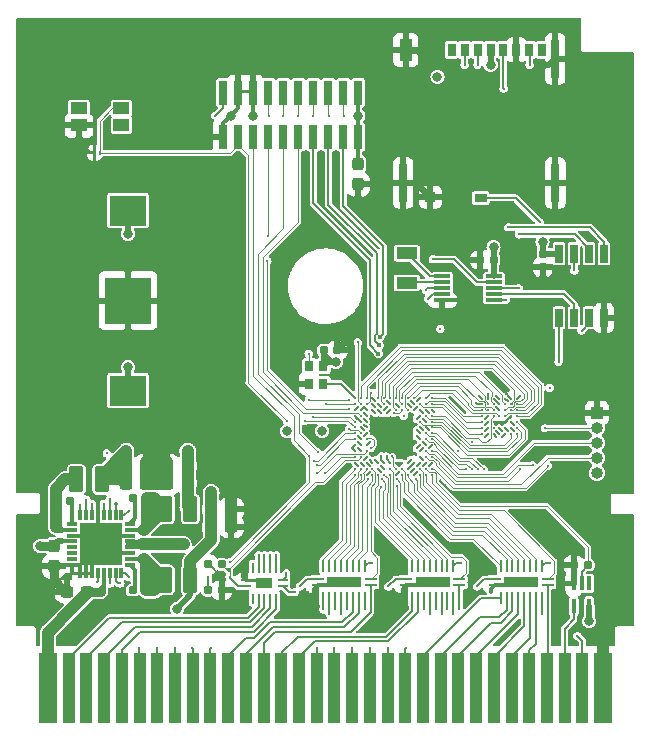
<source format=gbr>
%TF.GenerationSoftware,KiCad,Pcbnew,(6.0.2)*%
%TF.CreationDate,2023-11-17T09:37:32+01:00*%
%TF.ProjectId,CartGen4,43617274-4765-46e3-942e-6b696361645f,rev?*%
%TF.SameCoordinates,Original*%
%TF.FileFunction,Copper,L1,Top*%
%TF.FilePolarity,Positive*%
%FSLAX46Y46*%
G04 Gerber Fmt 4.6, Leading zero omitted, Abs format (unit mm)*
G04 Created by KiCad (PCBNEW (6.0.2)) date 2023-11-17 09:37:32*
%MOMM*%
%LPD*%
G01*
G04 APERTURE LIST*
G04 Aperture macros list*
%AMRoundRect*
0 Rectangle with rounded corners*
0 $1 Rounding radius*
0 $2 $3 $4 $5 $6 $7 $8 $9 X,Y pos of 4 corners*
0 Add a 4 corners polygon primitive as box body*
4,1,4,$2,$3,$4,$5,$6,$7,$8,$9,$2,$3,0*
0 Add four circle primitives for the rounded corners*
1,1,$1+$1,$2,$3*
1,1,$1+$1,$4,$5*
1,1,$1+$1,$6,$7*
1,1,$1+$1,$8,$9*
0 Add four rect primitives between the rounded corners*
20,1,$1+$1,$2,$3,$4,$5,0*
20,1,$1+$1,$4,$5,$6,$7,0*
20,1,$1+$1,$6,$7,$8,$9,0*
20,1,$1+$1,$8,$9,$2,$3,0*%
%AMOutline5P*
0 Free polygon, 5 corners , with rotation*
0 The origin of the aperture is its center*
0 number of corners: always 5*
0 $1 to $10 corner X, Y*
0 $11 Rotation angle, in degrees counterclockwise*
0 create outline with 5 corners*
4,1,5,$1,$2,$3,$4,$5,$6,$7,$8,$9,$10,$1,$2,$11*%
%AMOutline6P*
0 Free polygon, 6 corners , with rotation*
0 The origin of the aperture is its center*
0 number of corners: always 6*
0 $1 to $12 corner X, Y*
0 $13 Rotation angle, in degrees counterclockwise*
0 create outline with 6 corners*
4,1,6,$1,$2,$3,$4,$5,$6,$7,$8,$9,$10,$11,$12,$1,$2,$13*%
%AMOutline7P*
0 Free polygon, 7 corners , with rotation*
0 The origin of the aperture is its center*
0 number of corners: always 7*
0 $1 to $14 corner X, Y*
0 $15 Rotation angle, in degrees counterclockwise*
0 create outline with 7 corners*
4,1,7,$1,$2,$3,$4,$5,$6,$7,$8,$9,$10,$11,$12,$13,$14,$1,$2,$15*%
%AMOutline8P*
0 Free polygon, 8 corners , with rotation*
0 The origin of the aperture is its center*
0 number of corners: always 8*
0 $1 to $16 corner X, Y*
0 $17 Rotation angle, in degrees counterclockwise*
0 create outline with 8 corners*
4,1,8,$1,$2,$3,$4,$5,$6,$7,$8,$9,$10,$11,$12,$13,$14,$15,$16,$1,$2,$17*%
G04 Aperture macros list end*
%TA.AperFunction,NonConductor*%
%ADD10C,0.100000*%
%TD*%
%TA.AperFunction,SMDPad,CuDef*%
%ADD11C,0.250000*%
%TD*%
%TA.AperFunction,SMDPad,CuDef*%
%ADD12R,0.760000X2.049999*%
%TD*%
%TA.AperFunction,SMDPad,CuDef*%
%ADD13R,0.900000X0.930000*%
%TD*%
%TA.AperFunction,SMDPad,CuDef*%
%ADD14R,1.050000X0.780000*%
%TD*%
%TA.AperFunction,SMDPad,CuDef*%
%ADD15R,0.700000X1.100000*%
%TD*%
%TA.AperFunction,SMDPad,CuDef*%
%ADD16R,0.700000X3.330000*%
%TD*%
%TA.AperFunction,SMDPad,CuDef*%
%ADD17R,1.140000X1.830000*%
%TD*%
%TA.AperFunction,SMDPad,CuDef*%
%ADD18C,0.230000*%
%TD*%
%TA.AperFunction,SMDPad,CuDef*%
%ADD19RoundRect,0.155000X-0.212500X-0.155000X0.212500X-0.155000X0.212500X0.155000X-0.212500X0.155000X0*%
%TD*%
%TA.AperFunction,SMDPad,CuDef*%
%ADD20RoundRect,0.237500X-0.300000X-0.237500X0.300000X-0.237500X0.300000X0.237500X-0.300000X0.237500X0*%
%TD*%
%TA.AperFunction,SMDPad,CuDef*%
%ADD21RoundRect,0.237500X0.300000X0.237500X-0.300000X0.237500X-0.300000X-0.237500X0.300000X-0.237500X0*%
%TD*%
%TA.AperFunction,SMDPad,CuDef*%
%ADD22R,0.650000X1.525000*%
%TD*%
%TA.AperFunction,SMDPad,CuDef*%
%ADD23RoundRect,0.237500X-0.237500X0.300000X-0.237500X-0.300000X0.237500X-0.300000X0.237500X0.300000X0*%
%TD*%
%TA.AperFunction,SMDPad,CuDef*%
%ADD24R,0.260000X0.360000*%
%TD*%
%TA.AperFunction,SMDPad,CuDef*%
%ADD25R,1.428000X0.300000*%
%TD*%
%TA.AperFunction,SMDPad,CuDef*%
%ADD26R,0.800000X0.900000*%
%TD*%
%TA.AperFunction,SMDPad,CuDef*%
%ADD27Outline5P,-0.150000X0.425000X0.150000X0.425000X0.150000X-0.365000X0.090000X-0.425000X-0.150000X-0.425000X180.000000*%
%TD*%
%TA.AperFunction,SMDPad,CuDef*%
%ADD28R,0.300000X0.850000*%
%TD*%
%TA.AperFunction,SMDPad,CuDef*%
%ADD29Outline5P,-0.150000X0.425000X0.150000X0.425000X0.150000X-0.425000X-0.090000X-0.425000X-0.150000X-0.365000X180.000000*%
%TD*%
%TA.AperFunction,SMDPad,CuDef*%
%ADD30Outline5P,-0.150000X0.365000X-0.090000X0.425000X0.150000X0.425000X0.150000X-0.425000X-0.150000X-0.425000X90.000000*%
%TD*%
%TA.AperFunction,SMDPad,CuDef*%
%ADD31R,0.850000X0.300000*%
%TD*%
%TA.AperFunction,SMDPad,CuDef*%
%ADD32Outline5P,-0.150000X0.425000X0.090000X0.425000X0.150000X0.365000X0.150000X-0.425000X-0.150000X-0.425000X90.000000*%
%TD*%
%TA.AperFunction,SMDPad,CuDef*%
%ADD33Outline5P,-0.150000X0.365000X-0.090000X0.425000X0.150000X0.425000X0.150000X-0.425000X-0.150000X-0.425000X180.000000*%
%TD*%
%TA.AperFunction,SMDPad,CuDef*%
%ADD34Outline5P,-0.150000X0.425000X0.090000X0.425000X0.150000X0.365000X0.150000X-0.425000X-0.150000X-0.425000X180.000000*%
%TD*%
%TA.AperFunction,SMDPad,CuDef*%
%ADD35Outline5P,-0.150000X0.425000X0.150000X0.425000X0.150000X-0.365000X0.090000X-0.425000X-0.150000X-0.425000X90.000000*%
%TD*%
%TA.AperFunction,SMDPad,CuDef*%
%ADD36Outline5P,-0.150000X0.425000X0.150000X0.425000X0.150000X-0.425000X-0.090000X-0.425000X-0.150000X-0.365000X90.000000*%
%TD*%
%TA.AperFunction,SMDPad,CuDef*%
%ADD37R,3.550000X3.550000*%
%TD*%
%TA.AperFunction,SMDPad,CuDef*%
%ADD38R,1.000000X0.290000*%
%TD*%
%TA.AperFunction,SMDPad,CuDef*%
%ADD39R,0.290000X1.000000*%
%TD*%
%TA.AperFunction,SMDPad,CuDef*%
%ADD40R,2.900000X0.900000*%
%TD*%
%TA.AperFunction,SMDPad,CuDef*%
%ADD41R,1.600000X6.000000*%
%TD*%
%TA.AperFunction,SMDPad,CuDef*%
%ADD42R,1.000000X6.000000*%
%TD*%
%TA.AperFunction,SMDPad,CuDef*%
%ADD43RoundRect,0.160000X-0.197500X-0.160000X0.197500X-0.160000X0.197500X0.160000X-0.197500X0.160000X0*%
%TD*%
%TA.AperFunction,SMDPad,CuDef*%
%ADD44RoundRect,0.160000X0.197500X0.160000X-0.197500X0.160000X-0.197500X-0.160000X0.197500X-0.160000X0*%
%TD*%
%TA.AperFunction,SMDPad,CuDef*%
%ADD45R,0.900000X0.240000*%
%TD*%
%TA.AperFunction,SMDPad,CuDef*%
%ADD46R,0.240000X0.900000*%
%TD*%
%TA.AperFunction,SMDPad,CuDef*%
%ADD47R,1.400000X0.900000*%
%TD*%
%TA.AperFunction,ComponentPad*%
%ADD48R,1.000000X1.000000*%
%TD*%
%TA.AperFunction,ComponentPad*%
%ADD49O,1.000000X1.000000*%
%TD*%
%TA.AperFunction,SMDPad,CuDef*%
%ADD50R,3.170000X2.540000*%
%TD*%
%TA.AperFunction,SMDPad,CuDef*%
%ADD51R,3.960000X3.960000*%
%TD*%
%TA.AperFunction,SMDPad,CuDef*%
%ADD52R,1.400000X1.050000*%
%TD*%
%TA.AperFunction,SMDPad,CuDef*%
%ADD53RoundRect,0.155000X-0.155000X0.212500X-0.155000X-0.212500X0.155000X-0.212500X0.155000X0.212500X0*%
%TD*%
%TA.AperFunction,SMDPad,CuDef*%
%ADD54R,1.800000X1.000000*%
%TD*%
%TA.AperFunction,SMDPad,CuDef*%
%ADD55RoundRect,0.250000X-0.375000X-0.850000X0.375000X-0.850000X0.375000X0.850000X-0.375000X0.850000X0*%
%TD*%
%TA.AperFunction,SMDPad,CuDef*%
%ADD56RoundRect,0.155000X0.212500X0.155000X-0.212500X0.155000X-0.212500X-0.155000X0.212500X-0.155000X0*%
%TD*%
%TA.AperFunction,SMDPad,CuDef*%
%ADD57R,0.400000X1.200000*%
%TD*%
%TA.AperFunction,ViaPad*%
%ADD58C,0.302400*%
%TD*%
%TA.AperFunction,ViaPad*%
%ADD59C,0.800000*%
%TD*%
%TA.AperFunction,ViaPad*%
%ADD60C,0.400000*%
%TD*%
%TA.AperFunction,Conductor*%
%ADD61C,0.800000*%
%TD*%
%TA.AperFunction,Conductor*%
%ADD62C,1.000000*%
%TD*%
%TA.AperFunction,Conductor*%
%ADD63C,0.300000*%
%TD*%
%TA.AperFunction,Conductor*%
%ADD64C,0.200000*%
%TD*%
%TA.AperFunction,Conductor*%
%ADD65C,0.500000*%
%TD*%
%TA.AperFunction,Conductor*%
%ADD66C,0.400000*%
%TD*%
%TA.AperFunction,Conductor*%
%ADD67C,0.100000*%
%TD*%
%TA.AperFunction,Conductor*%
%ADD68C,0.085000*%
%TD*%
G04 APERTURE END LIST*
D10*
X57900000Y-85150000D02*
X57550000Y-84800000D01*
X57550000Y-84800000D02*
X57900000Y-84800000D01*
X57900000Y-84800000D02*
X57900000Y-85150000D01*
G36*
X57900000Y-85150000D02*
G01*
X57550000Y-84800000D01*
X57900000Y-84800000D01*
X57900000Y-85150000D01*
G37*
X57900000Y-85150000D02*
X57550000Y-84800000D01*
X57900000Y-84800000D01*
X57900000Y-85150000D01*
D11*
%TO.P,U9,A1,PT3A/ULC_GPLLT_IN_A*%
%TO.N,FPGA_CLK33M*%
X68500000Y-70400000D03*
%TO.P,U9,A2,PT2A/VREF1_0*%
%TO.N,RAM_ADQ1*%
X69000000Y-70400000D03*
%TO.P,U9,A3,PT2B/VREF2_0*%
%TO.N,RAM_ADQ11*%
X69500000Y-70400000D03*
%TO.P,U9,A4,ULC_VCCPLL*%
%TO.N,+3V3*%
X70000000Y-70400000D03*
%TO.P,U9,A5,PT4B/ULC_GPLLC_FB_A*%
%TO.N,RAM_ADQ8*%
X70500000Y-70400000D03*
%TO.P,U9,A6,PT15A*%
%TO.N,RAM_ADQ0*%
X71000000Y-70400000D03*
%TO.P,U9,A7,PT15B*%
%TO.N,RAM_ADQ3*%
X71500000Y-70400000D03*
%TO.P,U9,A8,PT17A*%
%TO.N,RAM_ADQ10*%
X72000000Y-70400000D03*
%TO.P,U9,A9,PT18A*%
%TO.N,RAM_ADQ14*%
X72500000Y-70400000D03*
%TO.P,U9,A10,PT19B/PCLKC0_0*%
%TO.N,RAM_ADQ6*%
X73000000Y-70400000D03*
%TO.P,U9,A11,PT20A*%
%TO.N,RAM_ADQ15*%
X73500000Y-70400000D03*
%TO.P,U9,A12,VCCIO1*%
%TO.N,+1V8*%
X74000000Y-70400000D03*
%TO.P,U9,A13,PT32B/VREF2_1*%
%TO.N,RAM_ADQ4*%
X74500000Y-70400000D03*
%TO.P,U9,A14,PR2A/VREF1_2*%
%TO.N,RAM_ADQ7*%
X75000000Y-70400000D03*
%TO.P,U9,B1,PL2A/VREF1_7*%
%TO.N,FPGA_SPI_RTC_CS#*%
X68500000Y-70900000D03*
%TO.P,U9,B2,PL2B/VREF2_7*%
%TO.N,FPGA_SPI_SD_CS#*%
X69000000Y-70900000D03*
%TO.P,U9,B3,PT3B/ULC_GPLLC_IN_A*%
%TO.N,CLK_EN*%
X69500000Y-70900000D03*
%TO.P,U9,B4,ULC_GNDPLL*%
%TO.N,GND*%
X70000000Y-70900000D03*
%TO.P,U9,B5,VCCIO0*%
%TO.N,+1V8*%
X70500000Y-70900000D03*
%TO.P,U9,B6,PT14A*%
%TO.N,RAM_ADQ2*%
X71000000Y-70900000D03*
%TO.P,U9,B7,VCCIO0*%
%TO.N,+1V8*%
X71500000Y-70900000D03*
%TO.P,U9,B8,GNDIO0*%
%TO.N,GND*%
X72000000Y-70900000D03*
%TO.P,U9,B9,PT17B*%
%TO.N,RAM_ADQ5*%
X72500000Y-70900000D03*
%TO.P,U9,B10,PT19A/PCLKT0_0*%
%TO.N,RAM_CLK*%
X73000000Y-70900000D03*
%TO.P,U9,B11,VCC*%
%TO.N,+1V2*%
X73500000Y-70900000D03*
%TO.P,U9,B12,PT20B*%
%TO.N,RAM_A16*%
X74000000Y-70900000D03*
%TO.P,U9,B13,PT32A/VREF1_1*%
%TO.N,RAM_A20*%
X74500000Y-70900000D03*
%TO.P,U9,B14,PR2B/VREF2_2*%
%TO.N,RAM_A21*%
X75000000Y-70900000D03*
%TO.P,U9,C1,GNDIO7*%
%TO.N,GND*%
X68500000Y-71400000D03*
%TO.P,U9,C2,PL10A/PROGRAMN*%
%TO.N,+3V3*%
X69000000Y-71400000D03*
%TO.P,U9,C3,VCCIO7*%
X69500000Y-71400000D03*
%TO.P,U9,C4,VCC*%
%TO.N,+1V2*%
X70000000Y-71400000D03*
%TO.P,U9,C5,PT4A/ULC_GPLLT_FB_A*%
%TO.N,RAM_ADV#*%
X70500000Y-71400000D03*
%TO.P,U9,C6,GNDIO0*%
%TO.N,GND*%
X71000000Y-71400000D03*
%TO.P,U9,C7,PT14B*%
%TO.N,RAM_WAIT*%
X71500000Y-71400000D03*
%TO.P,U9,C8,PT16A*%
%TO.N,RAM_ADQ9*%
X72000000Y-71400000D03*
%TO.P,U9,C9,PT16B*%
%TO.N,RAM_OE#*%
X72500000Y-71400000D03*
%TO.P,U9,C10,PT18B*%
%TO.N,RAM_ADQ13*%
X73000000Y-71400000D03*
%TO.P,U9,C11,VCCAUX*%
%TO.N,+3V3*%
X73500000Y-71400000D03*
%TO.P,U9,C12,GNDIO1*%
%TO.N,GND*%
X74000000Y-71400000D03*
%TO.P,U9,C13,GNDIO2*%
X74500000Y-71400000D03*
%TO.P,U9,C14,VCCIO2*%
%TO.N,+1V8*%
X75000000Y-71400000D03*
%TO.P,U9,D1,PL11A/CFG1*%
%TO.N,GND*%
X68500000Y-71900000D03*
%TO.P,U9,D2,PL12A/CSSPISN*%
%TO.N,FPGA_CSSPISN*%
X69000000Y-71900000D03*
%TO.P,U9,D3,PL10B/DONE*%
%TO.N,FPGA_DONE*%
X69500000Y-71900000D03*
%TO.P,U9,D12,PR10A*%
%TO.N,RAM_WE#*%
X74000000Y-71900000D03*
%TO.P,U9,D13,PR10B*%
%TO.N,RAM_CE0#*%
X74500000Y-71900000D03*
%TO.P,U9,D14,PR11A*%
%TO.N,RAM_ADQ12*%
X75000000Y-71900000D03*
%TO.P,U9,E1,PL11B*%
%TO.N,RTC_RST#*%
X68500000Y-72400000D03*
%TO.P,U9,E2,GNDIO7*%
%TO.N,GND*%
X69000000Y-72400000D03*
%TO.P,U9,E3,PL12B/CSSPIN*%
%TO.N,FPGA_SPI_FLASH_CS#*%
X69500000Y-72400000D03*
%TO.P,U9,E12,PR12A*%
%TO.N,RAM_A18*%
X74000000Y-72400000D03*
%TO.P,U9,E13,GNDIO2*%
%TO.N,GND*%
X74500000Y-72400000D03*
%TO.P,U9,E14,PR11B*%
%TO.N,RAM_A17*%
X75000000Y-72400000D03*
%TO.P,U9,F1,PL13A*%
%TO.N,FPGA_SOFT_RST#*%
X68500000Y-72900000D03*
%TO.P,U9,F2,VCCIO7*%
%TO.N,+3V3*%
X69000000Y-72900000D03*
%TO.P,U9,F3,PL14A/CCLK*%
%TO.N,FPGA_SPI_MISO*%
X69500000Y-72900000D03*
%TO.P,U9,F12,PR12B*%
%TO.N,RAM_CRE*%
X74000000Y-72900000D03*
%TO.P,U9,F13,VCCIO2*%
%TO.N,+1V8*%
X74500000Y-72900000D03*
%TO.P,U9,F14,PR13A*%
%TO.N,RAM_A19*%
X75000000Y-72900000D03*
%TO.P,U9,G1,PL13B*%
%TO.N,FPGA_USER0*%
X68500000Y-73400000D03*
%TO.P,U9,G2,PL14B/SO*%
%TO.N,FPGA_SPI_CLK*%
X69000000Y-73400000D03*
%TO.P,U9,G3,PL15B/INITN*%
%TO.N,PS_PGOOD*%
X69500000Y-73400000D03*
%TO.P,U9,G12,PR14A*%
%TO.N,RAM_CE1#*%
X74000000Y-73400000D03*
%TO.P,U9,G13,PR14B*%
%TO.N,GB_RD#*%
X74500000Y-73400000D03*
%TO.P,U9,G14,PR13B*%
%TO.N,GB_CS#*%
X75000000Y-73400000D03*
%TO.P,U9,H1,PL16A/PCLKT7_0*%
%TO.N,FPGA_USER1*%
X68500000Y-73900000D03*
%TO.P,U9,H2,PL15A/SI*%
%TO.N,FPGA_SPI_MOSI*%
X69000000Y-73900000D03*
%TO.P,U9,H3,PL16B/PCLKC7_0*%
%TO.N,FPGA_USER2*%
X69500000Y-73900000D03*
%TO.P,U9,H12,PR15B*%
%TO.N,RAM_LB#*%
X74000000Y-73900000D03*
%TO.P,U9,H13,PR15A*%
%TO.N,GB_CLK*%
X74500000Y-73900000D03*
%TO.P,U9,H14,PR16A/PCLKT2_0*%
%TO.N,GB_WR#*%
X75000000Y-73900000D03*
%TO.P,U9,J1,GND*%
%TO.N,GND*%
X68500000Y-74400000D03*
%TO.P,U9,J2,VCCAUX*%
%TO.N,+3V3*%
X69000000Y-74400000D03*
%TO.P,U9,J3,VCC*%
%TO.N,+1V2*%
X69500000Y-74400000D03*
%TO.P,U9,J12,PR16B/PCLKC2_0*%
%TO.N,RAM_UB#*%
X74000000Y-74400000D03*
%TO.P,U9,J13,VCC*%
%TO.N,+1V2*%
X74500000Y-74400000D03*
%TO.P,U9,J14,VCCAUX*%
%TO.N,+3V3*%
X75000000Y-74400000D03*
%TO.P,U9,K1,CFG0*%
%TO.N,GND*%
X68500000Y-74900000D03*
%TO.P,U9,K2,TOE*%
%TO.N,FPGA_TOE*%
X69000000Y-74900000D03*
%TO.P,U9,K3,PL19A*%
%TO.N,FPGA_USER3*%
X69500000Y-74900000D03*
%TO.P,U9,K12,VCCJ*%
%TO.N,+3V3*%
X74000000Y-74900000D03*
%TO.P,U9,K13,TDO*%
%TO.N,FPGA_JTAG_TDO*%
X74500000Y-74900000D03*
%TO.P,U9,K14,TCK*%
%TO.N,FPGA_JTAG_TCK*%
X75000000Y-74900000D03*
%TO.P,U9,L1,PL18A/PCLKT6_0*%
%TO.N,FPGA_USER5*%
X68500000Y-75400000D03*
%TO.P,U9,L2,PL19B*%
%TO.N,GB_BUS_EN*%
X69000000Y-75400000D03*
%TO.P,U9,L3,PL18B/PCLKC6_0*%
%TO.N,FPGA_USER4*%
X69500000Y-75400000D03*
%TO.P,U9,L12,TMS*%
%TO.N,FPGA_JTAG_TMS*%
X74000000Y-75400000D03*
%TO.P,U9,L13,TDI*%
%TO.N,FPGA_JTAG_TDI*%
X74500000Y-75400000D03*
%TO.P,U9,L14,PR18A/PCLKT3_0*%
%TO.N,FLASH_HOLD#*%
X75000000Y-75400000D03*
%TO.P,U9,M1,VCCIO6*%
%TO.N,+3V3*%
X68500000Y-75900000D03*
%TO.P,U9,M2,GNDIO6*%
%TO.N,GND*%
X69000000Y-75900000D03*
%TO.P,U9,M3,VCCIO5*%
%TO.N,+3V3*%
X69500000Y-75900000D03*
%TO.P,U9,M4,PB15B*%
%TO.N,GB_ADDR5*%
X70000000Y-75900000D03*
%TO.P,U9,M5,PB16B*%
%TO.N,GB_ADDR10*%
X70500000Y-75900000D03*
%TO.P,U9,M6,PB17B*%
%TO.N,GB_ADDR9*%
X71000000Y-75900000D03*
%TO.P,U9,M7,PB18B*%
%TO.N,GB_ADDR14*%
X71500000Y-75900000D03*
%TO.P,U9,M8,VCCAUX*%
%TO.N,+3V3*%
X72000000Y-75900000D03*
%TO.P,U9,M9,VCCIO4*%
X72500000Y-75900000D03*
%TO.P,U9,M10,PB30B/LRC_GPLLC_IN_A*%
%TO.N,GB_DATA3*%
X73000000Y-75900000D03*
%TO.P,U9,M11,LRC_GNDPLL*%
%TO.N,GND*%
X73500000Y-75900000D03*
%TO.P,U9,M12,VCCIO3*%
%TO.N,+3V3*%
X74000000Y-75900000D03*
%TO.P,U9,M13,PR18B/PCLKC3_0*%
%TO.N,SD_CARD_DETECT*%
X74500000Y-75900000D03*
%TO.P,U9,M14,GNDIO3*%
%TO.N,GND*%
X75000000Y-75900000D03*
%TO.P,U9,N1,PL32A/VREF1_6*%
%TO.N,GB_ADDR0*%
X68500000Y-76400000D03*
%TO.P,U9,N2,PB2B/VREF2_5*%
%TO.N,GB_ADDR2*%
X69000000Y-76400000D03*
%TO.P,U9,N3,PB15A*%
%TO.N,GB_ADDR4*%
X69500000Y-76400000D03*
%TO.P,U9,N4,PB14B*%
%TO.N,GB_ADDR7*%
X70000000Y-76400000D03*
%TO.P,U9,N5,VCCIO5*%
%TO.N,+3V3*%
X70500000Y-76400000D03*
%TO.P,U9,N6,GNDIO5*%
%TO.N,GND*%
X71000000Y-76400000D03*
%TO.P,U9,N7,PB19A/PCLKT5_0*%
%TO.N,GB_ADDR13*%
X71500000Y-76400000D03*
%TO.P,U9,N8,PB19B/PCLKC5_0*%
%TO.N,GB_ADDR15*%
X72000000Y-76400000D03*
%TO.P,U9,N9,PB20B/PCLKC4_0*%
%TO.N,GB_DATA1*%
X72500000Y-76400000D03*
%TO.P,U9,N10,GNDIO4*%
%TO.N,GND*%
X73000000Y-76400000D03*
%TO.P,U9,N11,VCC*%
%TO.N,+1V2*%
X73500000Y-76400000D03*
%TO.P,U9,N12,PB32A/VREF1_4*%
%TO.N,GB_DATA5*%
X74000000Y-76400000D03*
%TO.P,U9,N13,PR30B/VREF2_3*%
%TO.N,GB_RST#*%
X74500000Y-76400000D03*
%TO.P,U9,N14,PR30A/VREF1_3*%
%TO.N,FLASH_WP#*%
X75000000Y-76400000D03*
%TO.P,U9,P1,PL32B/VREF2_6*%
%TO.N,GB_ADDR1*%
X68500000Y-76900000D03*
%TO.P,U9,P2,PB2A/VREF1_5*%
%TO.N,GB_ADDR3*%
X69000000Y-76900000D03*
%TO.P,U9,P3,GNDIO5*%
%TO.N,GND*%
X69500000Y-76900000D03*
%TO.P,U9,P4,PB14A*%
%TO.N,GB_ADDR6*%
X70000000Y-76900000D03*
%TO.P,U9,P5,PB16A*%
%TO.N,GB_ADDR8*%
X70500000Y-76900000D03*
%TO.P,U9,P6,PB17A*%
%TO.N,GB_ADDR11*%
X71000000Y-76900000D03*
%TO.P,U9,P7,PB18A*%
%TO.N,GB_ADDR12*%
X71500000Y-76900000D03*
%TO.P,U9,P8,VCC*%
%TO.N,+1V2*%
X72000000Y-76900000D03*
%TO.P,U9,P9,PB20A/PCLKT4_0*%
%TO.N,GB_DATA0*%
X72500000Y-76900000D03*
%TO.P,U9,P10,PB30A/LRC_GPLLT_IN_A*%
%TO.N,GB_DATA2*%
X73000000Y-76900000D03*
%TO.P,U9,P11,LRC_VCCPLL*%
%TO.N,+3V3*%
X73500000Y-76900000D03*
%TO.P,U9,P12,PB31A/LRC_GPLLT_FB_A*%
%TO.N,GB_DATA4*%
X74000000Y-76900000D03*
%TO.P,U9,P13,PB31B/LRC_GPLLC_FB_A*%
%TO.N,GB_DATA6*%
X74500000Y-76900000D03*
%TO.P,U9,P14,PB32B/VREF2_4*%
%TO.N,GB_DATA7*%
X75000000Y-76900000D03*
%TD*%
D12*
%TO.P,J3,1,Pin_1*%
%TO.N,GND*%
X57360000Y-48300000D03*
%TO.P,J3,2,Pin_2*%
%TO.N,GB_AUDIO*%
X57360000Y-44550000D03*
%TO.P,J3,3,Pin_3*%
%TO.N,FPGA_SOFT_RST#*%
X58630000Y-48300000D03*
%TO.P,J3,4,Pin_4*%
%TO.N,GND*%
X58630000Y-44550000D03*
%TO.P,J3,5,Pin_5*%
%TO.N,PS_PGOOD*%
X59900000Y-48300000D03*
%TO.P,J3,6,Pin_6*%
%TO.N,GND*%
X59900000Y-44550000D03*
%TO.P,J3,7,Pin_7*%
%TO.N,FPGA_DONE*%
X61170000Y-48300000D03*
%TO.P,J3,8,Pin_8*%
%TO.N,FPGA_USER5*%
X61170000Y-44550000D03*
%TO.P,J3,9,Pin_9*%
%TO.N,FPGA_TOE*%
X62440000Y-48300000D03*
%TO.P,J3,10,Pin_10*%
%TO.N,FPGA_USER4*%
X62440000Y-44550000D03*
%TO.P,J3,11,Pin_11*%
%TO.N,FPGA_CSSPISN*%
X63710000Y-48300000D03*
%TO.P,J3,12,Pin_12*%
%TO.N,FPGA_USER3*%
X63710000Y-44550000D03*
%TO.P,J3,13,Pin_13*%
%TO.N,FPGA_SPI_MISO*%
X64980000Y-48300000D03*
%TO.P,J3,14,Pin_14*%
%TO.N,FPGA_USER2*%
X64980000Y-44550000D03*
%TO.P,J3,15,Pin_15*%
%TO.N,FPGA_SPI_CLK*%
X66250000Y-48300000D03*
%TO.P,J3,16,Pin_16*%
%TO.N,FPGA_USER1*%
X66250000Y-44550000D03*
%TO.P,J3,17,Pin_17*%
%TO.N,FPGA_SPI_MOSI*%
X67520000Y-48300000D03*
%TO.P,J3,18,Pin_18*%
%TO.N,FPGA_USER0*%
X67520000Y-44550000D03*
%TO.P,J3,19,Pin_19*%
%TO.N,+3V3*%
X68790000Y-48300000D03*
%TO.P,J3,20,Pin_20*%
X68790000Y-44550000D03*
%TD*%
D13*
%TO.P,J1,DSW1,LEVER*%
%TO.N,GND*%
X74902500Y-53390000D03*
D14*
%TO.P,J1,DSW2,SWITCH*%
%TO.N,SD_CARD_DETECT*%
X79167500Y-53465000D03*
D15*
%TO.P,J1,P1,DAT2*%
%TO.N,unconnected-(J1-PadP1)*%
X76692500Y-40925000D03*
%TO.P,J1,P2,CD/DAT3*%
%TO.N,FPGA_SPI_SD_CS#*%
X77792500Y-40925000D03*
%TO.P,J1,P3,CMD*%
%TO.N,FPGA_SPI_MOSI*%
X78892500Y-40925000D03*
%TO.P,J1,P4,VDD*%
%TO.N,+3V3*%
X79992500Y-40925000D03*
%TO.P,J1,P5,CLK*%
%TO.N,FPGA_SPI_CLK*%
X81092500Y-40925000D03*
%TO.P,J1,P6,VSS*%
%TO.N,GND*%
X82192500Y-40925000D03*
%TO.P,J1,P7,DAT0*%
%TO.N,FPGA_SPI_MISO*%
X83292500Y-40925000D03*
%TO.P,J1,P8,DAT1*%
%TO.N,unconnected-(J1-PadP8)*%
X84392500Y-40925000D03*
D16*
%TO.P,J1,S,SHELL*%
%TO.N,GND*%
X85492500Y-52190000D03*
X72592500Y-52190000D03*
X85472500Y-41690000D03*
D17*
X72812500Y-40940000D03*
%TD*%
D18*
%TO.P,U5,A1,VCCQ_1*%
%TO.N,+1V8*%
X79250000Y-70450000D03*
%TO.P,U5,A2,VSS_1*%
%TO.N,GND*%
X79750000Y-70450000D03*
%TO.P,U5,A3,VCCQ_2*%
%TO.N,+1V8*%
X80250000Y-70450000D03*
%TO.P,U5,A4,VSS_2*%
%TO.N,GND*%
X80750000Y-70450000D03*
%TO.P,U5,A5,VCCQ_3*%
%TO.N,+1V8*%
X81250000Y-70450000D03*
%TO.P,U5,A6,VSS_3*%
%TO.N,GND*%
X81750000Y-70450000D03*
%TO.P,U5,A7,VCCQ_4*%
%TO.N,+1V8*%
X82250000Y-70450000D03*
%TO.P,U5,B1,WAIT*%
%TO.N,RAM_WAIT*%
X79250000Y-70950000D03*
%TO.P,U5,B2,ADQ14*%
%TO.N,RAM_ADQ14*%
X79750000Y-70950000D03*
%TO.P,U5,B3,ADQ5*%
%TO.N,RAM_ADQ5*%
X80250000Y-70950000D03*
%TO.P,U5,B4,VCC_1*%
%TO.N,+1V8*%
X80750000Y-70950000D03*
%TO.P,U5,B5,ADQ10*%
%TO.N,RAM_ADQ10*%
X81250000Y-70950000D03*
%TO.P,U5,B6,ADQ9*%
%TO.N,RAM_ADQ9*%
X81750000Y-70950000D03*
%TO.P,U5,B7,ADQ0*%
%TO.N,RAM_ADQ0*%
X82250000Y-70950000D03*
%TO.P,U5,C1,ADQ15*%
%TO.N,RAM_ADQ15*%
X79250000Y-71450000D03*
%TO.P,U5,C2,ADQ6*%
%TO.N,RAM_ADQ6*%
X79750000Y-71450000D03*
%TO.P,U5,C3,ADQ13*%
%TO.N,RAM_ADQ13*%
X80250000Y-71450000D03*
%TO.P,U5,C4,OE#*%
%TO.N,RAM_OE#*%
X80750000Y-71450000D03*
%TO.P,U5,C5,ADQ3*%
%TO.N,RAM_ADQ3*%
X81250000Y-71450000D03*
%TO.P,U5,C6,ADQ2*%
%TO.N,RAM_ADQ2*%
X81750000Y-71450000D03*
%TO.P,U5,C7,ADQ8*%
%TO.N,RAM_ADQ8*%
X82250000Y-71450000D03*
%TO.P,U5,D1,ADQ7*%
%TO.N,RAM_ADQ7*%
X79250000Y-71950000D03*
%TO.P,U5,D2,VSS_4*%
%TO.N,GND*%
X79750000Y-71950000D03*
%TO.P,U5,D3,ADQ12*%
%TO.N,RAM_ADQ12*%
X80250000Y-71950000D03*
%TO.P,U5,D4,ADQ4*%
%TO.N,RAM_ADQ4*%
X80750000Y-71950000D03*
%TO.P,U5,D5,ADQ11*%
%TO.N,RAM_ADQ11*%
X81250000Y-71950000D03*
%TO.P,U5,D6,VSS_5*%
%TO.N,GND*%
X81750000Y-71950000D03*
%TO.P,U5,D7,ADQ1*%
%TO.N,RAM_ADQ1*%
X82250000Y-71950000D03*
%TO.P,U5,E1,A20*%
%TO.N,RAM_A20*%
X79250000Y-72450000D03*
%TO.P,U5,E2,ADV#*%
%TO.N,RAM_ADV#*%
X79750000Y-72450000D03*
%TO.P,U5,E3,VSS_6*%
%TO.N,GND*%
X80250000Y-72450000D03*
%TO.P,U5,E4,VSS_7*%
X80750000Y-72450000D03*
%TO.P,U5,E5,VSS_8*%
X81250000Y-72450000D03*
%TO.P,U5,E6,UB#*%
%TO.N,RAM_UB#*%
X81750000Y-72450000D03*
%TO.P,U5,E7,A19*%
%TO.N,RAM_A19*%
X82250000Y-72450000D03*
%TO.P,U5,F1,A21*%
%TO.N,RAM_A21*%
X79250000Y-72950000D03*
%TO.P,U5,F2,WE#*%
%TO.N,RAM_WE#*%
X79750000Y-72950000D03*
%TO.P,U5,F3,NC*%
%TO.N,unconnected-(U5-PadF3)*%
X80250000Y-72950000D03*
%TO.P,U5,F4,CRE*%
%TO.N,RAM_CRE*%
X80750000Y-72950000D03*
%TO.P,U5,F5,CE1#*%
%TO.N,RAM_CE1#*%
X81250000Y-72950000D03*
%TO.P,U5,F6,LB#*%
%TO.N,RAM_LB#*%
X81750000Y-72950000D03*
%TO.P,U5,F7,A18*%
%TO.N,RAM_A18*%
X82250000Y-72950000D03*
%TO.P,U5,G1,A16*%
%TO.N,RAM_A16*%
X79250000Y-73450000D03*
%TO.P,U5,G2,CLK*%
%TO.N,RAM_CLK*%
X79750000Y-73450000D03*
%TO.P,U5,G3,VCC_2*%
%TO.N,+1V8*%
X80250000Y-73450000D03*
%TO.P,U5,G4,VSS_9*%
%TO.N,GND*%
X80750000Y-73450000D03*
%TO.P,U5,G5,VCC_3*%
%TO.N,+1V8*%
X81250000Y-73450000D03*
%TO.P,U5,G6,CE0#*%
%TO.N,RAM_CE0#*%
X81750000Y-73450000D03*
%TO.P,U5,G7,A17*%
%TO.N,RAM_A17*%
X82250000Y-73450000D03*
%TD*%
D19*
%TO.P,C2,1*%
%TO.N,PS_SS*%
X56082500Y-86700000D03*
%TO.P,C2,2*%
%TO.N,GND*%
X57217500Y-86700000D03*
%TD*%
D20*
%TO.P,C10,1*%
%TO.N,+1V2*%
X56337500Y-81300000D03*
%TO.P,C10,2*%
%TO.N,GND*%
X58062500Y-81300000D03*
%TD*%
D21*
%TO.P,C15,1*%
%TO.N,+1V8*%
X54362500Y-77650000D03*
%TO.P,C15,2*%
%TO.N,GND*%
X52637500Y-77650000D03*
%TD*%
D22*
%TO.P,U10,1,CE#*%
%TO.N,FPGA_SPI_FLASH_CS#*%
X85795000Y-63612000D03*
%TO.P,U10,2,SO*%
%TO.N,FPGA_SPI_MISO*%
X87065000Y-63612000D03*
%TO.P,U10,3,WP#*%
%TO.N,FLASH_WP#*%
X88335000Y-63612000D03*
%TO.P,U10,4,GND*%
%TO.N,GND*%
X89605000Y-63612000D03*
%TO.P,U10,5,SI*%
%TO.N,FPGA_SPI_MOSI*%
X89605000Y-58188000D03*
%TO.P,U10,6,SCK*%
%TO.N,FPGA_SPI_CLK*%
X88335000Y-58188000D03*
%TO.P,U10,7,HOLD#/RESET#*%
%TO.N,FLASH_HOLD#*%
X87065000Y-58188000D03*
%TO.P,U10,8,VCC*%
%TO.N,+3V3*%
X85795000Y-58188000D03*
%TD*%
D23*
%TO.P,C46,1*%
%TO.N,+3V3*%
X68800000Y-50587500D03*
%TO.P,C46,2*%
%TO.N,GND*%
X68800000Y-52312500D03*
%TD*%
D24*
%TO.P,D1,1,A1*%
%TO.N,GND*%
X46470000Y-49650000D03*
%TO.P,D1,2,A2*%
%TO.N,FPGA_SOFT_RST#*%
X46930000Y-49650000D03*
%TD*%
D20*
%TO.P,C13,1*%
%TO.N,+3V3*%
X49137500Y-76150000D03*
%TO.P,C13,2*%
%TO.N,GND*%
X50862500Y-76150000D03*
%TD*%
D23*
%TO.P,C5,1*%
%TO.N,+5V*%
X43000000Y-82937500D03*
%TO.P,C5,2*%
%TO.N,GND*%
X43000000Y-84662500D03*
%TD*%
D25*
%TO.P,U11,1,X1*%
%TO.N,Net-(U11-Pad1)*%
X75914000Y-60100000D03*
%TO.P,U11,2,X2*%
%TO.N,Net-(U11-Pad2)*%
X75914000Y-60600000D03*
%TO.P,U11,3,VBACKUP*%
%TO.N,+VBAT*%
X75914000Y-61100000D03*
%TO.P,U11,4,~{CS}*%
%TO.N,FPGA_SPI_RTC_CS#*%
X75914000Y-61600000D03*
%TO.P,U11,5,GND*%
%TO.N,GND*%
X75914000Y-62100000D03*
%TO.P,U11,6,DIN*%
%TO.N,FPGA_SPI_MOSI*%
X80286000Y-62100000D03*
%TO.P,U11,7,DOUT*%
%TO.N,FPGA_SPI_MISO*%
X80286000Y-61600000D03*
%TO.P,U11,8,SCLK*%
%TO.N,FPGA_SPI_CLK*%
X80286000Y-61100000D03*
%TO.P,U11,9,~{RST}*%
%TO.N,RTC_RST#*%
X80286000Y-60600000D03*
%TO.P,U11,10,VCC*%
%TO.N,+3V3*%
X80286000Y-60100000D03*
%TD*%
D19*
%TO.P,C4,1*%
%TO.N,Net-(C4-Pad1)*%
X49721138Y-86694040D03*
%TO.P,C4,2*%
%TO.N,Net-(C4-Pad2)*%
X50856138Y-86694040D03*
%TD*%
D26*
%TO.P,U3,1,OE*%
%TO.N,CLK_EN*%
X64650000Y-67700000D03*
%TO.P,U3,2,GND*%
%TO.N,GND*%
X64650000Y-69200000D03*
%TO.P,U3,3,OUT*%
%TO.N,FPGA_CLK33M*%
X65850000Y-69200000D03*
%TO.P,U3,4,VDD*%
%TO.N,+1V8*%
X65850000Y-67700000D03*
%TD*%
D21*
%TO.P,C1,1*%
%TO.N,+5V*%
X45862500Y-86800000D03*
%TO.P,C1,2*%
%TO.N,GND*%
X44137500Y-86800000D03*
%TD*%
D27*
%TO.P,U1,1,AGND_1*%
%TO.N,GND*%
X45250000Y-85250000D03*
D28*
%TO.P,U1,2,AGND_2*%
X45750000Y-85250000D03*
%TO.P,U1,3,AGND_3*%
X46250000Y-85250000D03*
%TO.P,U1,4,PGOOD*%
%TO.N,PS_PGOOD*%
X46750000Y-85250000D03*
%TO.P,U1,5,VINQ*%
%TO.N,+5V*%
X47250000Y-85250000D03*
%TO.P,U1,6,FB2*%
%TO.N,PS_FB2*%
X47750000Y-85250000D03*
%TO.P,U1,7,COMP2*%
%TO.N,Net-(R1-Pad1)*%
X48250000Y-85250000D03*
D29*
%TO.P,U1,8,SS2*%
%TO.N,PS_SS*%
X48750000Y-85250000D03*
D30*
%TO.P,U1,9,BST2*%
%TO.N,Net-(C4-Pad1)*%
X49450000Y-84550000D03*
D31*
%TO.P,U1,10,LX2*%
%TO.N,Net-(C4-Pad2)*%
X49450000Y-84050000D03*
%TO.P,U1,11,PGND2*%
%TO.N,GND*%
X49450000Y-83550000D03*
%TO.P,U1,12,VIN2*%
%TO.N,+5V*%
X49450000Y-83050000D03*
%TO.P,U1,13,VIN3*%
X49450000Y-82550000D03*
%TO.P,U1,14,PGND3*%
%TO.N,GND*%
X49450000Y-82050000D03*
%TO.P,U1,15,LX3*%
%TO.N,Net-(C11-Pad2)*%
X49450000Y-81550000D03*
D32*
%TO.P,U1,16,BST3*%
%TO.N,Net-(C11-Pad1)*%
X49450000Y-81050000D03*
D33*
%TO.P,U1,17,SS3*%
%TO.N,PS_SS*%
X48750000Y-80350000D03*
D28*
%TO.P,U1,18,COMP3*%
%TO.N,Net-(R4-Pad1)*%
X48250000Y-80350000D03*
%TO.P,U1,19,FB3*%
%TO.N,PS_FB3*%
X47750000Y-80350000D03*
%TO.P,U1,20,ROSC*%
%TO.N,Net-(R7-Pad1)*%
X47250000Y-80350000D03*
%TO.P,U1,21,AGND_4*%
%TO.N,GND*%
X46750000Y-80350000D03*
%TO.P,U1,22,FB1*%
%TO.N,PS_FB1*%
X46250000Y-80350000D03*
%TO.P,U1,23,COMP1*%
%TO.N,Net-(R8-Pad1)*%
X45750000Y-80350000D03*
D34*
%TO.P,U1,24,SS1*%
%TO.N,PS_SS*%
X45250000Y-80350000D03*
D35*
%TO.P,U1,25,BST1*%
%TO.N,Net-(C9-Pad2)*%
X44550000Y-81050000D03*
D31*
%TO.P,U1,26,LX1*%
%TO.N,Net-(C9-Pad1)*%
X44550000Y-81550000D03*
%TO.P,U1,27,PGND1*%
%TO.N,GND*%
X44550000Y-82050000D03*
%TO.P,U1,28,VIN1*%
%TO.N,+5V*%
X44550000Y-82550000D03*
%TO.P,U1,29,EN1*%
%TO.N,unconnected-(U1-Pad29)*%
X44550000Y-83050000D03*
%TO.P,U1,30,EN2*%
%TO.N,unconnected-(U1-Pad30)*%
X44550000Y-83550000D03*
%TO.P,U1,31,EN3*%
%TO.N,unconnected-(U1-Pad31)*%
X44550000Y-84050000D03*
D36*
%TO.P,U1,32,GND*%
%TO.N,GND*%
X44550000Y-84550000D03*
D37*
%TO.P,U1,33,EP*%
X47000000Y-82800000D03*
%TD*%
D38*
%TO.P,U7,1,A1*%
%TO.N,GB_ADDR7*%
X69850000Y-85750000D03*
D39*
%TO.P,U7,2,VCC(A)*%
%TO.N,+3V3*%
X69350000Y-84650000D03*
%TO.P,U7,3,A2*%
%TO.N,GB_ADDR6*%
X68850000Y-84650000D03*
%TO.P,U7,4,A3*%
%TO.N,GB_ADDR5*%
X68350000Y-84650000D03*
%TO.P,U7,5,A4*%
%TO.N,GB_ADDR4*%
X67850000Y-84650000D03*
%TO.P,U7,6,A5*%
%TO.N,GB_ADDR3*%
X67350000Y-84650000D03*
%TO.P,U7,7,A6*%
%TO.N,GB_ADDR2*%
X66850000Y-84650000D03*
%TO.P,U7,8,A7*%
%TO.N,GB_ADDR1*%
X66350000Y-84650000D03*
%TO.P,U7,9,A8*%
%TO.N,GB_ADDR0*%
X65850000Y-84650000D03*
D38*
%TO.P,U7,10,OE*%
%TO.N,GB_BUS_EN*%
X65350000Y-85750000D03*
%TO.P,U7,11,GND*%
%TO.N,GND*%
X65350000Y-86250000D03*
D39*
%TO.P,U7,12,B8*%
%TO.N,GB_ADDR_5V0*%
X65850000Y-87350000D03*
%TO.P,U7,13,B7*%
%TO.N,GB_ADDR_5V1*%
X66350000Y-87350000D03*
%TO.P,U7,14,B6*%
%TO.N,GB_ADDR_5V2*%
X66850000Y-87350000D03*
%TO.P,U7,15,B5*%
%TO.N,GB_ADDR_5V3*%
X67350000Y-87350000D03*
%TO.P,U7,16,B4*%
%TO.N,GB_ADDR_5V4*%
X67850000Y-87350000D03*
%TO.P,U7,17,B3*%
%TO.N,GB_ADDR_5V5*%
X68350000Y-87350000D03*
%TO.P,U7,18,B2*%
%TO.N,GB_ADDR_5V6*%
X68850000Y-87350000D03*
%TO.P,U7,19,VCC(B)*%
%TO.N,+5V*%
X69350000Y-87350000D03*
D38*
%TO.P,U7,20,B1*%
%TO.N,GB_ADDR_5V7*%
X69850000Y-86250000D03*
D40*
%TO.P,U7,21,GND*%
%TO.N,GND*%
X67600000Y-86000000D03*
%TD*%
D41*
%TO.P,A1,1,VCC*%
%TO.N,+5V*%
X42525000Y-94950000D03*
D42*
%TO.P,A1,2,CLK*%
%TO.N,GB_CLK_5V*%
X44275000Y-94950000D03*
%TO.P,A1,3,WR#*%
%TO.N,GB_WR#_5V*%
X45775000Y-94950000D03*
%TO.P,A1,4,RD#*%
%TO.N,GB_RD#_5V*%
X47275000Y-94950000D03*
%TO.P,A1,5,CS#*%
%TO.N,GB_CS#_5V*%
X48775000Y-94950000D03*
%TO.P,A1,6,A0*%
%TO.N,GB_ADDR_5V0*%
X50275000Y-94950000D03*
%TO.P,A1,7,A1*%
%TO.N,GB_ADDR_5V1*%
X51775000Y-94950000D03*
%TO.P,A1,8,A2*%
%TO.N,GB_ADDR_5V2*%
X53275000Y-94950000D03*
%TO.P,A1,9,A3*%
%TO.N,GB_ADDR_5V3*%
X54775000Y-94950000D03*
%TO.P,A1,10,A4*%
%TO.N,GB_ADDR_5V4*%
X56275000Y-94950000D03*
%TO.P,A1,11,A5*%
%TO.N,GB_ADDR_5V5*%
X57775000Y-94950000D03*
%TO.P,A1,12,A6*%
%TO.N,GB_ADDR_5V6*%
X59275000Y-94950000D03*
%TO.P,A1,13,A7*%
%TO.N,GB_ADDR_5V7*%
X60775000Y-94950000D03*
%TO.P,A1,14,A8*%
%TO.N,GB_ADDR_5V8*%
X62275000Y-94950000D03*
%TO.P,A1,15,A9*%
%TO.N,GB_ADDR_5V9*%
X63775000Y-94950000D03*
%TO.P,A1,16,A10*%
%TO.N,GB_ADDR_5V10*%
X65275000Y-94950000D03*
%TO.P,A1,17,A11*%
%TO.N,GB_ADDR_5V11*%
X66775000Y-94950000D03*
%TO.P,A1,18,A12*%
%TO.N,GB_ADDR_5V12*%
X68275000Y-94950000D03*
%TO.P,A1,19,A13*%
%TO.N,GB_ADDR_5V13*%
X69775000Y-94950000D03*
%TO.P,A1,20,A14*%
%TO.N,GB_ADDR_5V14*%
X71275000Y-94950000D03*
%TO.P,A1,21,A15*%
%TO.N,GB_ADDR_5V15*%
X72775000Y-94950000D03*
%TO.P,A1,22,D0*%
%TO.N,GB_DATA_5V0*%
X74275000Y-94950000D03*
%TO.P,A1,23,D1*%
%TO.N,GB_DATA_5V1*%
X75775000Y-94950000D03*
%TO.P,A1,24,D2*%
%TO.N,GB_DATA_5V2*%
X77275000Y-94950000D03*
%TO.P,A1,25,D3*%
%TO.N,GB_DATA_5V3*%
X78775000Y-94950000D03*
%TO.P,A1,26,D4*%
%TO.N,GB_DATA_5V4*%
X80275000Y-94950000D03*
%TO.P,A1,27,D5*%
%TO.N,GB_DATA_5V5*%
X81775000Y-94950000D03*
%TO.P,A1,28,D6*%
%TO.N,GB_DATA_5V6*%
X83275000Y-94950000D03*
%TO.P,A1,29,D7*%
%TO.N,GB_DATA_5V7*%
X84775000Y-94950000D03*
%TO.P,A1,30,RST#*%
%TO.N,GB_RST#_5V*%
X86275000Y-94950000D03*
%TO.P,A1,31,AUDIO*%
%TO.N,Net-(A1-Pad31)*%
X87775000Y-94950000D03*
D41*
%TO.P,A1,32,GND*%
%TO.N,GND*%
X89525000Y-94950000D03*
%TD*%
D20*
%TO.P,C12,1*%
%TO.N,+3V3*%
X49137500Y-77650000D03*
%TO.P,C12,2*%
%TO.N,GND*%
X50862500Y-77650000D03*
%TD*%
D43*
%TO.P,R11,1*%
%TO.N,GND*%
X87052500Y-84550000D03*
%TO.P,R11,2*%
%TO.N,GB_RST#*%
X88247500Y-84550000D03*
%TD*%
D20*
%TO.P,C8,1*%
%TO.N,+1V2*%
X56337500Y-79800000D03*
%TO.P,C8,2*%
%TO.N,GND*%
X58062500Y-79800000D03*
%TD*%
D44*
%TO.P,R14,1*%
%TO.N,GB_BUS_EN*%
X57247500Y-84500000D03*
%TO.P,R14,2*%
%TO.N,GND*%
X56052500Y-84500000D03*
%TD*%
D38*
%TO.P,U6,1,A1*%
%TO.N,GB_ADDR15*%
X77350000Y-85750000D03*
D39*
%TO.P,U6,2,VCC(A)*%
%TO.N,+3V3*%
X76850000Y-84650000D03*
%TO.P,U6,3,A2*%
%TO.N,GB_ADDR14*%
X76350000Y-84650000D03*
%TO.P,U6,4,A3*%
%TO.N,GB_ADDR13*%
X75850000Y-84650000D03*
%TO.P,U6,5,A4*%
%TO.N,GB_ADDR12*%
X75350000Y-84650000D03*
%TO.P,U6,6,A5*%
%TO.N,GB_ADDR11*%
X74850000Y-84650000D03*
%TO.P,U6,7,A6*%
%TO.N,GB_ADDR10*%
X74350000Y-84650000D03*
%TO.P,U6,8,A7*%
%TO.N,GB_ADDR9*%
X73850000Y-84650000D03*
%TO.P,U6,9,A8*%
%TO.N,GB_ADDR8*%
X73350000Y-84650000D03*
D38*
%TO.P,U6,10,OE*%
%TO.N,GB_BUS_EN*%
X72850000Y-85750000D03*
%TO.P,U6,11,GND*%
%TO.N,GND*%
X72850000Y-86250000D03*
D39*
%TO.P,U6,12,B8*%
%TO.N,GB_ADDR_5V8*%
X73350000Y-87350000D03*
%TO.P,U6,13,B7*%
%TO.N,GB_ADDR_5V9*%
X73850000Y-87350000D03*
%TO.P,U6,14,B6*%
%TO.N,GB_ADDR_5V10*%
X74350000Y-87350000D03*
%TO.P,U6,15,B5*%
%TO.N,GB_ADDR_5V11*%
X74850000Y-87350000D03*
%TO.P,U6,16,B4*%
%TO.N,GB_ADDR_5V12*%
X75350000Y-87350000D03*
%TO.P,U6,17,B3*%
%TO.N,GB_ADDR_5V13*%
X75850000Y-87350000D03*
%TO.P,U6,18,B2*%
%TO.N,GB_ADDR_5V14*%
X76350000Y-87350000D03*
%TO.P,U6,19,VCC(B)*%
%TO.N,+5V*%
X76850000Y-87350000D03*
D38*
%TO.P,U6,20,B1*%
%TO.N,GB_ADDR_5V15*%
X77350000Y-86250000D03*
D40*
%TO.P,U6,21,GND*%
%TO.N,GND*%
X75100000Y-86000000D03*
%TD*%
D19*
%TO.P,C18,1*%
%TO.N,+1V8*%
X65882500Y-66350000D03*
%TO.P,C18,2*%
%TO.N,GND*%
X67017500Y-66350000D03*
%TD*%
D45*
%TO.P,U8,1,VCC(A)*%
%TO.N,+3V3*%
X62400000Y-85850000D03*
D46*
%TO.P,U8,2,A1*%
%TO.N,GB_CS#*%
X61850000Y-84800000D03*
%TO.P,U8,3,A2*%
%TO.N,GB_RD#*%
X61350000Y-84800000D03*
%TO.P,U8,4,A3*%
%TO.N,GB_WR#*%
X60850000Y-84800000D03*
%TO.P,U8,5,A4*%
%TO.N,GB_CLK*%
X60350000Y-84800000D03*
%TO.P,U8,6,NC*%
%TO.N,unconnected-(U8-Pad6)*%
X59850000Y-84800000D03*
D45*
%TO.P,U8,7,GND*%
%TO.N,GND*%
X59300000Y-85850000D03*
%TO.P,U8,8,OE*%
%TO.N,GB_BUS_EN*%
X59300000Y-86350000D03*
D46*
%TO.P,U8,9,NC*%
%TO.N,unconnected-(U8-Pad9)*%
X59850000Y-87400000D03*
%TO.P,U8,10,B4*%
%TO.N,GB_CLK_5V*%
X60350000Y-87400000D03*
%TO.P,U8,11,B3*%
%TO.N,GB_WR#_5V*%
X60850000Y-87400000D03*
%TO.P,U8,12,B2*%
%TO.N,GB_RD#_5V*%
X61350000Y-87400000D03*
%TO.P,U8,13,B1*%
%TO.N,GB_CS#_5V*%
X61850000Y-87400000D03*
D45*
%TO.P,U8,14,VCC(B)*%
%TO.N,+5V*%
X62400000Y-86350000D03*
D47*
%TO.P,U8,15,GND*%
%TO.N,GND*%
X60850000Y-86100000D03*
%TD*%
D48*
%TO.P,J2,1,Pin_1*%
%TO.N,GND*%
X89000000Y-71650000D03*
D49*
%TO.P,J2,2,Pin_2*%
%TO.N,FPGA_JTAG_TMS*%
X89000000Y-72920000D03*
%TO.P,J2,3,Pin_3*%
%TO.N,FPGA_JTAG_TCK*%
X89000000Y-74190000D03*
%TO.P,J2,4,Pin_4*%
%TO.N,FPGA_JTAG_TDI*%
X89000000Y-75460000D03*
%TO.P,J2,5,Pin_5*%
%TO.N,FPGA_JTAG_TDO*%
X89000000Y-76730000D03*
%TD*%
D50*
%TO.P,BT1,1,+*%
%TO.N,+VBAT*%
X49300000Y-54530000D03*
X49300000Y-69770000D03*
D51*
%TO.P,BT1,2,-*%
%TO.N,GND*%
X49300000Y-62150000D03*
%TD*%
D52*
%TO.P,SW1,1,NO_1*%
%TO.N,unconnected-(SW1-Pad1)*%
X45150000Y-45875000D03*
%TO.P,SW1,2,NO_2*%
%TO.N,FPGA_SOFT_RST#*%
X48750000Y-45875000D03*
%TO.P,SW1,3,COM_1*%
%TO.N,GND*%
X45150000Y-47325000D03*
%TO.P,SW1,4,COM_2*%
%TO.N,unconnected-(SW1-Pad4)*%
X48750000Y-47325000D03*
%TD*%
D21*
%TO.P,C16,1*%
%TO.N,+1V8*%
X54362500Y-76150000D03*
%TO.P,C16,2*%
%TO.N,GND*%
X52637500Y-76150000D03*
%TD*%
D53*
%TO.P,C34,1*%
%TO.N,+3V3*%
X84400000Y-58182500D03*
%TO.P,C34,2*%
%TO.N,GND*%
X84400000Y-59317500D03*
%TD*%
D54*
%TO.P,Y1,1,CRYSTAL_1*%
%TO.N,Net-(U11-Pad1)*%
X72900000Y-58150000D03*
%TO.P,Y1,2,CRYSTAL_2*%
%TO.N,Net-(U11-Pad2)*%
X72900000Y-60650000D03*
%TD*%
D55*
%TO.P,L1,1,1*%
%TO.N,Net-(C4-Pad2)*%
X52425000Y-85800000D03*
%TO.P,L1,2,2*%
%TO.N,+1V2*%
X54575000Y-85800000D03*
%TD*%
D38*
%TO.P,U4,1,A1*%
%TO.N,GB_DATA7*%
X84850000Y-85750000D03*
D39*
%TO.P,U4,2,VCC(A)*%
%TO.N,+3V3*%
X84350000Y-84650000D03*
%TO.P,U4,3,A2*%
%TO.N,GB_DATA6*%
X83850000Y-84650000D03*
%TO.P,U4,4,A3*%
%TO.N,GB_DATA5*%
X83350000Y-84650000D03*
%TO.P,U4,5,A4*%
%TO.N,GB_DATA4*%
X82850000Y-84650000D03*
%TO.P,U4,6,A5*%
%TO.N,GB_DATA3*%
X82350000Y-84650000D03*
%TO.P,U4,7,A6*%
%TO.N,GB_DATA2*%
X81850000Y-84650000D03*
%TO.P,U4,8,A7*%
%TO.N,GB_DATA1*%
X81350000Y-84650000D03*
%TO.P,U4,9,A8*%
%TO.N,GB_DATA0*%
X80850000Y-84650000D03*
D38*
%TO.P,U4,10,OE*%
%TO.N,GB_BUS_EN*%
X80350000Y-85750000D03*
%TO.P,U4,11,GND*%
%TO.N,GND*%
X80350000Y-86250000D03*
D39*
%TO.P,U4,12,B8*%
%TO.N,GB_DATA_5V0*%
X80850000Y-87350000D03*
%TO.P,U4,13,B7*%
%TO.N,GB_DATA_5V1*%
X81350000Y-87350000D03*
%TO.P,U4,14,B6*%
%TO.N,GB_DATA_5V2*%
X81850000Y-87350000D03*
%TO.P,U4,15,B5*%
%TO.N,GB_DATA_5V3*%
X82350000Y-87350000D03*
%TO.P,U4,16,B4*%
%TO.N,GB_DATA_5V4*%
X82850000Y-87350000D03*
%TO.P,U4,17,B3*%
%TO.N,GB_DATA_5V5*%
X83350000Y-87350000D03*
%TO.P,U4,18,B2*%
%TO.N,GB_DATA_5V6*%
X83850000Y-87350000D03*
%TO.P,U4,19,VCC(B)*%
%TO.N,+5V*%
X84350000Y-87350000D03*
D38*
%TO.P,U4,20,B1*%
%TO.N,GB_DATA_5V7*%
X84850000Y-86250000D03*
D40*
%TO.P,U4,21,GND*%
%TO.N,GND*%
X82600000Y-86000000D03*
%TD*%
D19*
%TO.P,C9,1*%
%TO.N,Net-(C9-Pad1)*%
X43232500Y-79150000D03*
%TO.P,C9,2*%
%TO.N,Net-(C9-Pad2)*%
X44367500Y-79150000D03*
%TD*%
D55*
%TO.P,L2,1,1*%
%TO.N,Net-(C9-Pad1)*%
X44925000Y-77300000D03*
%TO.P,L2,2,2*%
%TO.N,+3V3*%
X47075000Y-77300000D03*
%TD*%
D56*
%TO.P,C35,1*%
%TO.N,+3V3*%
X80267500Y-58700000D03*
%TO.P,C35,2*%
%TO.N,GND*%
X79132500Y-58700000D03*
%TD*%
D57*
%TO.P,U2,1,N.C*%
%TO.N,unconnected-(U2-Pad1)*%
X88350000Y-86100000D03*
%TO.P,U2,2,A*%
%TO.N,GB_RST#*%
X87700000Y-86100000D03*
%TO.P,U2,3,GND*%
%TO.N,GND*%
X87050000Y-86100000D03*
%TO.P,U2,4,Y*%
%TO.N,GB_RST#_5V*%
X87050000Y-88000000D03*
%TO.P,U2,5,VCC*%
%TO.N,+5V*%
X88350000Y-88000000D03*
%TD*%
D19*
%TO.P,C11,1*%
%TO.N,Net-(C11-Pad1)*%
X49732500Y-78900000D03*
%TO.P,C11,2*%
%TO.N,Net-(C11-Pad2)*%
X50867500Y-78900000D03*
%TD*%
D55*
%TO.P,L3,1,1*%
%TO.N,Net-(C11-Pad2)*%
X52425000Y-79800000D03*
%TO.P,L3,2,2*%
%TO.N,+1V8*%
X54575000Y-79800000D03*
%TD*%
D58*
%TO.N,+5V*%
X69350000Y-88300000D03*
X63400000Y-86850000D03*
X76850000Y-88650000D03*
D59*
X44750073Y-88050073D03*
X88350000Y-89300000D03*
D58*
X84350000Y-88650000D03*
D59*
X54000000Y-82800000D03*
X41862500Y-82937500D03*
D58*
%TO.N,GB_ADDR_5V0*%
X65850000Y-88300000D03*
X50250000Y-91550498D03*
%TO.N,GB_ADDR_5V1*%
X51750000Y-91550498D03*
X66350000Y-88650000D03*
%TO.N,GB_ADDR_5V2*%
X66850000Y-88300000D03*
X53250000Y-91550498D03*
%TO.N,GB_ADDR_5V3*%
X54750000Y-91550498D03*
X67350000Y-88650000D03*
%TO.N,GB_ADDR_5V4*%
X67850000Y-88300000D03*
X56300000Y-91550000D03*
%TO.N,GB_ADDR_5V10*%
X65300000Y-91550000D03*
X74350000Y-88300000D03*
%TO.N,GB_ADDR_5V11*%
X66750000Y-91550000D03*
X74850000Y-88650000D03*
%TO.N,GB_ADDR_5V12*%
X75350000Y-88300000D03*
X68250000Y-91550000D03*
%TO.N,GB_ADDR_5V13*%
X75850000Y-88650000D03*
X69800000Y-91550000D03*
%TO.N,GB_ADDR_5V14*%
X71300000Y-91550000D03*
X76350000Y-88300000D03*
%TO.N,GB_ADDR_5V15*%
X77350000Y-88300000D03*
X72800000Y-91550000D03*
D59*
%TO.N,GND*%
X84400000Y-60300000D03*
D58*
X68750000Y-71150000D03*
X80950000Y-69150000D03*
X46750000Y-79000000D03*
X78000000Y-86900000D03*
X48000000Y-82800000D03*
X72550000Y-86850000D03*
X81000000Y-72700000D03*
D59*
X68800000Y-53550000D03*
D58*
X82400000Y-89350000D03*
X77250000Y-74850000D03*
X68750000Y-72150000D03*
D59*
X49300000Y-64850000D03*
D58*
X65600000Y-53550000D03*
D59*
X58050000Y-78400000D03*
X84400000Y-42200000D03*
X63450000Y-69200000D03*
X59900000Y-46500000D03*
X58000000Y-46500000D03*
D58*
X77828282Y-71650000D03*
D59*
X89500000Y-90950000D03*
X49300000Y-59450000D03*
D58*
X78400000Y-74100000D03*
X74750000Y-71650000D03*
X76550000Y-70278200D03*
D59*
X87050000Y-83450000D03*
D58*
X65050000Y-86850000D03*
D59*
X52250000Y-88250000D03*
D58*
X85400000Y-88150000D03*
X80150000Y-63900000D03*
D59*
X66750000Y-78900000D03*
D58*
X71250000Y-71150000D03*
X66900000Y-53550000D03*
X74250000Y-72150000D03*
X46000000Y-81800000D03*
X43500000Y-75100000D03*
X82750000Y-72350000D03*
X73248833Y-76148833D03*
X81500000Y-72200000D03*
X84850000Y-74800000D03*
D59*
X73700000Y-52200000D03*
D58*
X70750000Y-76150000D03*
X81950000Y-58950000D03*
X81900000Y-45700000D03*
X69250000Y-76150000D03*
X69750000Y-76650000D03*
D59*
X45150000Y-48600000D03*
X71500000Y-74700000D03*
X82200000Y-42200000D03*
D58*
X81500000Y-70200000D03*
X79500000Y-72200000D03*
D59*
X43000000Y-85850000D03*
D58*
X64550000Y-86850000D03*
X57200000Y-85550000D03*
D59*
X41850000Y-81300000D03*
X65750000Y-74250000D03*
X70550000Y-72650000D03*
D58*
X46000000Y-83800000D03*
X69900000Y-69500000D03*
X80800000Y-64550000D03*
X77300000Y-71100000D03*
X79750000Y-70050000D03*
X80500000Y-72700000D03*
X72250000Y-71152341D03*
D60*
X46350000Y-88200000D03*
D58*
X47000000Y-82800000D03*
X48000000Y-83800000D03*
D59*
X75900000Y-63050000D03*
X51750000Y-74900000D03*
X89600000Y-62000000D03*
D58*
X47000000Y-81800000D03*
X70200000Y-69150000D03*
X45500000Y-75100000D03*
X74747659Y-76150000D03*
X79600000Y-68277440D03*
X74250000Y-71650000D03*
X48000000Y-81800000D03*
X46000000Y-82800000D03*
D59*
X82200000Y-43200000D03*
D58*
X59000000Y-85250000D03*
D59*
X74000000Y-41000000D03*
D58*
X70250000Y-71150000D03*
X76150000Y-77800000D03*
X80050000Y-86850500D03*
X80500000Y-73200000D03*
D59*
X86800000Y-52200000D03*
X67950000Y-65700000D03*
D58*
X80500000Y-70200000D03*
D59*
X79150000Y-57650000D03*
D58*
X71250000Y-87500000D03*
X73450000Y-79800000D03*
X68250000Y-74650000D03*
X47000000Y-83800000D03*
%TO.N,PS_SS*%
X49350000Y-79950000D03*
X45250500Y-79499500D03*
X56050000Y-85550000D03*
X49350000Y-85550000D03*
%TO.N,+1V8*%
X47500000Y-75100000D03*
X82500000Y-70200000D03*
X71250000Y-70650000D03*
D59*
X66900000Y-67350000D03*
D58*
X79000000Y-70200000D03*
X73750000Y-70650000D03*
X75219832Y-71621800D03*
D59*
X54350000Y-74900000D03*
D58*
X80500000Y-70700000D03*
X74750000Y-73152341D03*
X80500000Y-73700000D03*
X81500000Y-70700000D03*
X70750000Y-71150000D03*
X81000000Y-73700000D03*
%TO.N,+1V2*%
X72650000Y-71900000D03*
X73250000Y-70647659D03*
D59*
X65750000Y-73200000D03*
D58*
X74250000Y-74150000D03*
X69750000Y-74150000D03*
D59*
X53450000Y-88250000D03*
D58*
X73250000Y-76650000D03*
X70250000Y-71650000D03*
X72250000Y-76650000D03*
D59*
X56350000Y-78400000D03*
D58*
%TO.N,+3V3*%
X74250000Y-74650000D03*
X62700000Y-85250000D03*
X72250000Y-76150000D03*
X69249999Y-71147659D03*
X69250000Y-73150000D03*
X73750000Y-76650000D03*
X75750000Y-64550000D03*
X77500000Y-84400000D03*
X70000000Y-84400000D03*
X73751167Y-76151167D03*
X68748833Y-74151167D03*
X74750000Y-74650000D03*
X69750000Y-76150000D03*
X70750000Y-76650000D03*
X70250000Y-70650000D03*
D59*
X80250000Y-57650000D03*
D58*
X73750000Y-71150000D03*
D59*
X62750000Y-73200000D03*
X84400000Y-57200000D03*
X75500000Y-43200000D03*
D58*
X85000000Y-84400000D03*
D59*
X49150000Y-74900000D03*
X80000000Y-42200000D03*
X68800000Y-46500000D03*
D58*
X68750000Y-76150000D03*
X85000000Y-69550000D03*
%TO.N,FPGA_SOFT_RST#*%
X62750000Y-72350000D03*
X64250000Y-72350000D03*
%TO.N,FPGA_SPI_SD_CS#*%
X77800000Y-42200000D03*
X68750000Y-65700000D03*
%TO.N,FPGA_SPI_MOSI*%
X81300000Y-62100000D03*
X68750000Y-73650000D03*
D60*
X70600000Y-65250000D03*
D58*
X81500000Y-55950000D03*
X78900000Y-42200000D03*
D60*
%TO.N,FPGA_SPI_CLK*%
X70550000Y-65950000D03*
D58*
X68050000Y-73000000D03*
X82400000Y-61100000D03*
X82400000Y-56550000D03*
X81100000Y-44200000D03*
%TO.N,FPGA_SPI_MISO*%
X83300000Y-42200000D03*
X83300000Y-61600000D03*
X69250000Y-72650000D03*
D60*
X70500000Y-66650000D03*
D58*
%TO.N,Net-(R1-Pad1)*%
X48650000Y-86100000D03*
%TO.N,PS_FB2*%
X47799500Y-86093355D03*
%TO.N,Net-(R4-Pad1)*%
X48258748Y-79360420D03*
%TO.N,PS_FB1*%
X46250000Y-79350000D03*
%TO.N,Net-(R7-Pad1)*%
X47250000Y-79350000D03*
%TO.N,Net-(R8-Pad1)*%
X45750000Y-79000000D03*
%TO.N,PS_FB3*%
X47749951Y-78979218D03*
%TO.N,PS_PGOOD*%
X57900000Y-84300000D03*
X46650000Y-86000000D03*
X69250000Y-73650000D03*
X64650000Y-75300000D03*
%TO.N,GB_BUS_EN*%
X71349511Y-86350489D03*
X78850000Y-86350489D03*
X63849511Y-86350489D03*
X57900000Y-85550000D03*
%TO.N,FPGA_SPI_FLASH_CS#*%
X69250000Y-72150000D03*
X85750000Y-67350000D03*
%TO.N,FPGA_SPI_RTC_CS#*%
X66100000Y-70900000D03*
X74700000Y-62000000D03*
%TO.N,GB_DATA3*%
X73250000Y-75650000D03*
X73650000Y-77300000D03*
%TO.N,RAM_WAIT*%
X78750000Y-70850000D03*
X71250000Y-71650000D03*
%TO.N,RAM_OE#*%
X80500000Y-71200000D03*
X71780168Y-71674789D03*
%TO.N,RAM_ADV#*%
X79500000Y-72700000D03*
X70750000Y-71650000D03*
%TO.N,RAM_UB#*%
X82000000Y-72700000D03*
X73750000Y-74650000D03*
%TO.N,RAM_WE#*%
X79500000Y-73200000D03*
X73750000Y-72150000D03*
%TO.N,RAM_CRE*%
X74250000Y-73150000D03*
X81000000Y-73200000D03*
%TO.N,RAM_CE1#*%
X73750000Y-73150000D03*
X81500000Y-73200000D03*
%TO.N,RAM_LB#*%
X73750000Y-73650000D03*
X82000000Y-73200000D03*
%TO.N,RAM_CLK*%
X79500000Y-73700000D03*
X73250000Y-71150000D03*
%TO.N,GB_ADDR9*%
X70750000Y-77950000D03*
X70750000Y-75350000D03*
%TO.N,GB_ADDR10*%
X70800000Y-77300000D03*
X70250000Y-75650000D03*
%TO.N,GB_ADDR14*%
X72050000Y-77850000D03*
X71200000Y-75350000D03*
%TO.N,GB_ADDR15*%
X71650000Y-75350000D03*
X72050000Y-77300000D03*
%TO.N,GB_ADDR5*%
X69750000Y-75650000D03*
X69600000Y-77300000D03*
%TO.N,GB_CLK*%
X77900000Y-76450000D03*
X60350000Y-83700000D03*
%TO.N,GB_WR#*%
X78400000Y-76450000D03*
X60850000Y-83700000D03*
%TO.N,GB_CS#*%
X79400000Y-76450000D03*
X61850000Y-83700000D03*
%TO.N,GB_RD#*%
X61350000Y-83700000D03*
X78900000Y-76450000D03*
%TO.N,FPGA_JTAG_TDO*%
X83550000Y-76100000D03*
%TO.N,FPGA_JTAG_TMS*%
X84600000Y-72950000D03*
X74250000Y-75650000D03*
%TO.N,FLASH_WP#*%
X87700000Y-64700000D03*
X84850000Y-76150000D03*
%TO.N,SD_CARD_DETECT*%
X74250000Y-76150000D03*
X84150000Y-55500000D03*
%TO.N,RTC_RST#*%
X75100000Y-58650000D03*
X64950000Y-72000000D03*
%TO.N,FLASH_HOLD#*%
X82450000Y-76450000D03*
X87100000Y-59600000D03*
D59*
%TO.N,+VBAT*%
X49300000Y-67800000D03*
X49300000Y-56500000D03*
D58*
X74500000Y-61250000D03*
%TO.N,FPGA_TOE*%
X68750000Y-74650000D03*
X65350000Y-75000000D03*
%TO.N,FPGA_DONE*%
X68050000Y-71300000D03*
X61100000Y-58800000D03*
X69247660Y-71650000D03*
X61150000Y-56650000D03*
%TO.N,FPGA_USER0*%
X65050000Y-75700000D03*
X67550000Y-46500000D03*
%TO.N,FPGA_USER1*%
X66300000Y-46500000D03*
X65300000Y-76050000D03*
%TO.N,FPGA_USER2*%
X65000000Y-46500000D03*
X69850000Y-74650000D03*
%TO.N,FPGA_USER5*%
X61200000Y-46500000D03*
X66000000Y-76750000D03*
%TO.N,FPGA_USER3*%
X63700000Y-46500000D03*
X65300000Y-76750000D03*
%TO.N,FPGA_USER4*%
X69247659Y-75650000D03*
X62450000Y-46500000D03*
%TO.N,Net-(A1-Pad31)*%
X87350000Y-90550000D03*
%TO.N,GB_AUDIO*%
X56700000Y-46500000D03*
%TO.N,CLK_EN*%
X68050000Y-70550000D03*
X64600000Y-66650000D03*
X69900000Y-69950000D03*
X64600000Y-70550000D03*
%TD*%
D61*
%TO.N,+5V*%
X50500000Y-82800000D02*
X49500000Y-82800000D01*
D62*
X54000000Y-82800000D02*
X50500000Y-82800000D01*
X42540000Y-90260146D02*
X44750073Y-88050073D01*
D63*
X47250000Y-86000000D02*
X47250000Y-85250000D01*
D64*
X47250000Y-86177127D02*
X46627127Y-86800000D01*
X63400000Y-86850000D02*
X62900000Y-86850000D01*
D62*
X42540000Y-94960000D02*
X42540000Y-90260146D01*
D64*
X84350000Y-88650000D02*
X84350000Y-87350000D01*
X76850000Y-88650000D02*
X76850000Y-87350000D01*
D61*
X43000000Y-82937500D02*
X41862500Y-82937500D01*
X45862500Y-86800000D02*
X47000000Y-86800000D01*
D63*
X47250000Y-86000000D02*
X47250000Y-86177127D01*
D64*
X69350000Y-88300000D02*
X69350000Y-87350000D01*
D63*
X44550000Y-82550000D02*
X43750000Y-82550000D01*
D65*
X43387500Y-82550000D02*
X43000000Y-82937500D01*
D64*
X46627127Y-86800000D02*
X46400000Y-86800000D01*
D65*
X88350000Y-89300000D02*
X88350000Y-88000000D01*
D64*
X62900000Y-86850000D02*
X62400000Y-86350000D01*
D62*
X44750073Y-88050073D02*
X45862500Y-86937646D01*
D65*
X43387500Y-82550000D02*
X43750000Y-82550000D01*
D63*
X47250000Y-86800000D02*
X47250000Y-86000000D01*
D64*
%TO.N,GB_CLK_5V*%
X60350000Y-88084994D02*
X60350000Y-87400000D01*
X44275000Y-94950000D02*
X44275000Y-92450000D01*
X47725000Y-89000000D02*
X59434994Y-89000000D01*
X44275000Y-92450000D02*
X47725000Y-89000000D01*
X59434994Y-89000000D02*
X60350000Y-88084994D01*
%TO.N,GB_WR#_5V*%
X45775000Y-92450000D02*
X48825480Y-89399520D01*
X48825480Y-89399520D02*
X59600480Y-89399520D01*
X60850000Y-88150000D02*
X60850000Y-87400000D01*
X45775000Y-94950000D02*
X45775000Y-92450000D01*
X59600480Y-89399520D02*
X60850000Y-88150000D01*
%TO.N,GB_RD#_5V*%
X59765967Y-89799039D02*
X61350000Y-88215006D01*
X47275000Y-94950000D02*
X47275000Y-92450000D01*
X61350000Y-88215006D02*
X61350000Y-87400000D01*
X47275000Y-92450000D02*
X49925960Y-89799040D01*
X49925960Y-89799040D02*
X59765967Y-89799039D01*
%TO.N,GB_CS#_5V*%
X50349511Y-90198560D02*
X59951440Y-90198560D01*
X48775000Y-91773071D02*
X50349511Y-90198560D01*
X61850000Y-88300000D02*
X61850000Y-87400000D01*
X48775000Y-94950000D02*
X48775000Y-91773071D01*
X59951440Y-90198560D02*
X61850000Y-88300000D01*
%TO.N,GB_ADDR_5V0*%
X50250000Y-91550498D02*
X50250000Y-94925000D01*
X50250000Y-94925000D02*
X50275000Y-94950000D01*
X65850000Y-88300000D02*
X65850000Y-87350000D01*
%TO.N,GB_ADDR_5V1*%
X66350000Y-88650000D02*
X66350000Y-87350000D01*
X51775000Y-91575498D02*
X51775000Y-94950000D01*
X51750000Y-91550498D02*
X51775000Y-91575498D01*
%TO.N,GB_ADDR_5V2*%
X53275000Y-91575498D02*
X53275000Y-94950000D01*
X53250000Y-91550498D02*
X53275000Y-91575498D01*
X66850000Y-88300000D02*
X66850000Y-87350000D01*
%TO.N,GB_ADDR_5V3*%
X54750000Y-91550498D02*
X54775000Y-91575498D01*
X67350000Y-88650000D02*
X67350000Y-87350000D01*
X54775000Y-91575498D02*
X54775000Y-94950000D01*
%TO.N,GB_ADDR_5V4*%
X56300000Y-91550000D02*
X56275000Y-91575000D01*
X56275000Y-91575000D02*
X56275000Y-94950000D01*
X67850000Y-88300000D02*
X67850000Y-87350000D01*
%TO.N,GB_ADDR_5V5*%
X61350000Y-89400000D02*
X67456416Y-89400000D01*
X57775000Y-92275000D02*
X59300480Y-90749520D01*
X67456416Y-89400000D02*
X68350000Y-88506416D01*
X60000480Y-90749520D02*
X61350000Y-89400000D01*
X57775000Y-94950000D02*
X57775000Y-92275000D01*
X59300480Y-90749520D02*
X60000480Y-90749520D01*
X68350000Y-88506416D02*
X68350000Y-87350000D01*
%TO.N,GB_ADDR_5V6*%
X59275000Y-94950000D02*
X59275000Y-92075000D01*
X68850000Y-88571422D02*
X68850000Y-87350000D01*
X67619982Y-89801440D02*
X68850000Y-88571422D01*
X61548560Y-89801440D02*
X67619982Y-89801440D01*
X59275000Y-92075000D02*
X61548560Y-89801440D01*
%TO.N,GB_ADDR_5V7*%
X60775000Y-91140006D02*
X61714046Y-90200960D01*
X68155456Y-90200960D02*
X69850000Y-88506416D01*
X69850000Y-88506416D02*
X69850000Y-86250000D01*
X60775000Y-94950000D02*
X60775000Y-91140006D01*
X61714046Y-90200960D02*
X68155456Y-90200960D01*
%TO.N,GB_ADDR_5V8*%
X62275000Y-92025000D02*
X63699520Y-90600480D01*
X62275000Y-94950000D02*
X62275000Y-92025000D01*
X71184514Y-90600480D02*
X73350000Y-88434994D01*
X63699520Y-90600480D02*
X71184514Y-90600480D01*
X73350000Y-88434994D02*
X73350000Y-87350000D01*
%TO.N,GB_ADDR_5V9*%
X71350000Y-91000000D02*
X73850000Y-88500000D01*
X65125978Y-91000000D02*
X71350000Y-91000000D01*
X63775000Y-94950000D02*
X63775000Y-92350978D01*
X73850000Y-88500000D02*
X73850000Y-87350000D01*
X63775000Y-92350978D02*
X65125978Y-91000000D01*
%TO.N,GB_ADDR_5V10*%
X65275000Y-91575000D02*
X65275000Y-94950000D01*
X65300000Y-91550000D02*
X65275000Y-91575000D01*
X74350000Y-88300000D02*
X74350000Y-87350000D01*
%TO.N,GB_ADDR_5V11*%
X66775000Y-91575000D02*
X66775000Y-94950000D01*
X66750000Y-91550000D02*
X66775000Y-91575000D01*
X74850000Y-87350000D02*
X74850000Y-88650000D01*
%TO.N,GB_ADDR_5V12*%
X75350000Y-87350000D02*
X75350000Y-88300000D01*
X68250000Y-91550000D02*
X68275000Y-91575000D01*
X68275000Y-91575000D02*
X68275000Y-94950000D01*
%TO.N,GB_ADDR_5V13*%
X69800000Y-91550000D02*
X69775000Y-91575000D01*
X69775000Y-91575000D02*
X69775000Y-94950000D01*
X75850000Y-87350000D02*
X75850000Y-88650000D01*
%TO.N,GB_ADDR_5V14*%
X71275000Y-91575000D02*
X71275000Y-94950000D01*
X71300000Y-91550000D02*
X71275000Y-91575000D01*
X76350000Y-87350000D02*
X76350000Y-88300000D01*
%TO.N,GB_ADDR_5V15*%
X77350000Y-88300000D02*
X77350000Y-86250000D01*
X72800000Y-91550000D02*
X72775000Y-91575000D01*
X72775000Y-91575000D02*
X72775000Y-94950000D01*
%TO.N,GB_RST#_5V*%
X86275000Y-94950000D02*
X86275000Y-89925000D01*
X86275000Y-89925000D02*
X87050000Y-89150000D01*
X87050000Y-89150000D02*
X87050000Y-88000000D01*
D65*
%TO.N,GND*%
X79150000Y-57650000D02*
X79132500Y-57667500D01*
D63*
X44550000Y-82050000D02*
X46250000Y-82050000D01*
X58000000Y-46500000D02*
X57360000Y-47140000D01*
X47750000Y-82050000D02*
X47000000Y-82800000D01*
D64*
X79750000Y-70450000D02*
X79750000Y-70050000D01*
X81750000Y-71950000D02*
X81250000Y-72450000D01*
D65*
X82192500Y-40925000D02*
X82192500Y-42192500D01*
D62*
X51750000Y-74900000D02*
X51750000Y-77600000D01*
X52637500Y-76150000D02*
X50862500Y-76150000D01*
D65*
X73700000Y-52200000D02*
X73712500Y-52200000D01*
D61*
X43000000Y-85850000D02*
X43000000Y-84662500D01*
D64*
X46470000Y-49650000D02*
X46200000Y-49650000D01*
D63*
X58630000Y-45870000D02*
X58000000Y-46500000D01*
D65*
X72602500Y-52200000D02*
X72592500Y-52190000D01*
D61*
X43950000Y-86800000D02*
X44137500Y-86800000D01*
D64*
X82350000Y-86250000D02*
X82600000Y-86000000D01*
X46750000Y-80350000D02*
X46750000Y-79000000D01*
X68500000Y-71900000D02*
X68750000Y-72150000D01*
X74750000Y-76150000D02*
X75000000Y-75900000D01*
D63*
X72550000Y-86550000D02*
X72850000Y-86250000D01*
D64*
X67350000Y-86250000D02*
X67600000Y-86000000D01*
D63*
X49450000Y-82050000D02*
X47750000Y-82050000D01*
D65*
X89600000Y-62000000D02*
X89605000Y-62005000D01*
D64*
X74850000Y-86250000D02*
X75100000Y-86000000D01*
D62*
X58050000Y-81287500D02*
X58062500Y-81300000D01*
D65*
X75900000Y-63050000D02*
X75900000Y-62250000D01*
D64*
X80750000Y-72450000D02*
X80500000Y-72700000D01*
D65*
X73712500Y-52200000D02*
X74902500Y-53390000D01*
X84400000Y-60300000D02*
X84400000Y-59317500D01*
D63*
X46250000Y-82050000D02*
X47000000Y-82800000D01*
X58630000Y-44550000D02*
X58630000Y-45870000D01*
D61*
X43000000Y-85850000D02*
X43950000Y-86800000D01*
D63*
X80050000Y-86550000D02*
X80350000Y-86250000D01*
D65*
X82192500Y-42192500D02*
X82200000Y-42200000D01*
D62*
X89525000Y-90975000D02*
X89525000Y-94950000D01*
D65*
X89605000Y-62005000D02*
X89605000Y-63612000D01*
D63*
X59900000Y-46500000D02*
X59900000Y-44550000D01*
D64*
X72250000Y-71152341D02*
X72000000Y-70902341D01*
X80750000Y-70450000D02*
X80500000Y-70200000D01*
D62*
X52637500Y-77650000D02*
X52637500Y-75787500D01*
D63*
X65050000Y-86850000D02*
X65050000Y-86550000D01*
X45250000Y-84550000D02*
X47000000Y-82800000D01*
X65050000Y-86550000D02*
X65350000Y-86250000D01*
D64*
X80250000Y-72450000D02*
X80500000Y-72700000D01*
D65*
X85492500Y-52190000D02*
X86790000Y-52190000D01*
D64*
X57200000Y-85550000D02*
X56150000Y-84500000D01*
X68500000Y-74900000D02*
X68250000Y-74650000D01*
D63*
X47750000Y-83550000D02*
X47000000Y-82800000D01*
D65*
X45150000Y-47325000D02*
X45150000Y-48600000D01*
D64*
X69750000Y-76650000D02*
X69500000Y-76900000D01*
X80350000Y-86250000D02*
X82350000Y-86250000D01*
D63*
X44550000Y-84550000D02*
X45250000Y-84550000D01*
X72550000Y-86850000D02*
X72550000Y-86550000D01*
D62*
X89500000Y-90950000D02*
X89525000Y-90975000D01*
X52637500Y-77650000D02*
X50862500Y-77650000D01*
X58050000Y-78400000D02*
X58050000Y-81287500D01*
D64*
X46200000Y-49650000D02*
X45150000Y-48600000D01*
D63*
X46250000Y-85250000D02*
X46250000Y-83550000D01*
X57360000Y-47140000D02*
X57360000Y-48300000D01*
D64*
X70000000Y-70900000D02*
X70250000Y-71150000D01*
D63*
X59000000Y-85550000D02*
X59300000Y-85850000D01*
D65*
X84962500Y-42200000D02*
X84400000Y-42200000D01*
D64*
X68500000Y-71400000D02*
X68750000Y-71150000D01*
D62*
X50862500Y-75787500D02*
X51750000Y-74900000D01*
D63*
X59000000Y-85250000D02*
X59000000Y-85550000D01*
D64*
X56150000Y-84500000D02*
X56052500Y-84500000D01*
X65350000Y-86250000D02*
X67350000Y-86250000D01*
X80500000Y-73200000D02*
X80750000Y-73450000D01*
D65*
X79132500Y-57667500D02*
X79132500Y-58700000D01*
D62*
X50862500Y-77650000D02*
X50862500Y-75787500D01*
D64*
X71000000Y-76400000D02*
X70750000Y-76150000D01*
X59300000Y-85850000D02*
X60600000Y-85850000D01*
X80750000Y-72450000D02*
X81000000Y-72700000D01*
X60600000Y-85850000D02*
X60850000Y-86100000D01*
X81250000Y-72450000D02*
X81000000Y-72700000D01*
D63*
X68800000Y-53550000D02*
X68800000Y-52312500D01*
D65*
X74000000Y-41000000D02*
X72872500Y-41000000D01*
D64*
X72850000Y-86250000D02*
X74850000Y-86250000D01*
X74250000Y-72150000D02*
X74500000Y-72400000D01*
D62*
X52637500Y-75787500D02*
X51750000Y-74900000D01*
D64*
X74747659Y-76150000D02*
X74750000Y-76150000D01*
D63*
X49450000Y-83550000D02*
X47750000Y-83550000D01*
D64*
X72000000Y-70902341D02*
X72000000Y-70900000D01*
X69000000Y-75900000D02*
X69250000Y-76150000D01*
X57217500Y-85567500D02*
X57217500Y-86700000D01*
X69000000Y-72400000D02*
X68750000Y-72150000D01*
D65*
X73700000Y-52200000D02*
X72602500Y-52200000D01*
D64*
X74500000Y-71400000D02*
X74750000Y-71650000D01*
X73000000Y-76400000D02*
X73500000Y-75900000D01*
D66*
X87050000Y-83450000D02*
X87050000Y-86100000D01*
D65*
X63450000Y-69200000D02*
X64650000Y-69200000D01*
D64*
X80250000Y-72450000D02*
X81250000Y-72450000D01*
D65*
X86790000Y-52190000D02*
X86800000Y-52200000D01*
D63*
X45750000Y-85250000D02*
X45750000Y-84050000D01*
D64*
X81750000Y-70450000D02*
X81500000Y-70200000D01*
D63*
X87052500Y-86097500D02*
X87050000Y-86100000D01*
X45750000Y-84050000D02*
X47000000Y-82800000D01*
D64*
X79750000Y-71950000D02*
X79500000Y-72200000D01*
D63*
X45250000Y-85250000D02*
X45250000Y-84550000D01*
D64*
X71000000Y-71400000D02*
X71250000Y-71150000D01*
D65*
X72872500Y-41000000D02*
X72812500Y-40940000D01*
D64*
X68250000Y-74650000D02*
X68500000Y-74400000D01*
D63*
X80050000Y-86850500D02*
X80050000Y-86550000D01*
X46250000Y-83550000D02*
X47000000Y-82800000D01*
D64*
X74250000Y-71650000D02*
X74000000Y-71400000D01*
D65*
X85472500Y-41690000D02*
X84962500Y-42200000D01*
X67950000Y-65700000D02*
X67667500Y-65700000D01*
X67667500Y-65700000D02*
X67017500Y-66350000D01*
X49300000Y-59450000D02*
X49300000Y-64850000D01*
D64*
%TO.N,PS_SS*%
X48750000Y-80350000D02*
X48950000Y-80350000D01*
X48750000Y-85250000D02*
X49050000Y-85250000D01*
X45250000Y-80350000D02*
X45250000Y-79500000D01*
X45250000Y-79500000D02*
X45250500Y-79499500D01*
X48950000Y-80350000D02*
X49350000Y-79950000D01*
X56050000Y-85550000D02*
X56082500Y-85582500D01*
X56082500Y-85582500D02*
X56082500Y-86700000D01*
X49050000Y-85250000D02*
X49350000Y-85550000D01*
D63*
%TO.N,Net-(C4-Pad1)*%
X49450000Y-84550000D02*
X49899511Y-84999511D01*
X49899511Y-84999511D02*
X49899511Y-86515667D01*
X49899511Y-86515667D02*
X49721138Y-86694040D01*
D62*
%TO.N,Net-(C4-Pad2)*%
X50675000Y-84050000D02*
X52425000Y-85800000D01*
X50856138Y-85756138D02*
X50856138Y-84231138D01*
D65*
X50675000Y-84050000D02*
X50200000Y-84050000D01*
D63*
X50856138Y-84231138D02*
X50675000Y-84050000D01*
D62*
X50856138Y-86694040D02*
X51530960Y-86694040D01*
D63*
X49450000Y-84050000D02*
X50675000Y-84050000D01*
D62*
X52381138Y-85756138D02*
X50856138Y-85756138D01*
X51530960Y-86694040D02*
X52425000Y-85800000D01*
X50856138Y-86694040D02*
X50856138Y-85756138D01*
X52425000Y-85800000D02*
X52381138Y-85756138D01*
D64*
%TO.N,+1V8*%
X70750000Y-71150000D02*
X70500000Y-70900000D01*
D62*
X54362500Y-74912500D02*
X54362500Y-76150000D01*
D65*
X66900000Y-67350000D02*
X66450000Y-67350000D01*
D64*
X81250000Y-70450000D02*
X81500000Y-70700000D01*
X79000000Y-70200000D02*
X79250000Y-70450000D01*
X75000000Y-71401968D02*
X75000000Y-71400000D01*
D65*
X65882500Y-67667500D02*
X65850000Y-67700000D01*
D62*
X54362500Y-79587500D02*
X54575000Y-79800000D01*
D64*
X80250000Y-70450000D02*
X80750000Y-70950000D01*
D65*
X66200000Y-67350000D02*
X65850000Y-67700000D01*
D64*
X80500000Y-73700000D02*
X80250000Y-73450000D01*
D62*
X54350000Y-74900000D02*
X54362500Y-74912500D01*
D65*
X65882500Y-66350000D02*
X65882500Y-67667500D01*
D64*
X71250000Y-70650000D02*
X71500000Y-70900000D01*
X74750000Y-73152341D02*
X74750000Y-73150000D01*
X75219832Y-71621800D02*
X75000000Y-71401968D01*
X73750000Y-70650000D02*
X74000000Y-70400000D01*
D65*
X66450000Y-67350000D02*
X66200000Y-67350000D01*
D64*
X81250000Y-73450000D02*
X81000000Y-73700000D01*
X74750000Y-73150000D02*
X74500000Y-72900000D01*
D65*
X65882500Y-66350000D02*
X65882500Y-66782500D01*
X65882500Y-66782500D02*
X66450000Y-67350000D01*
D64*
X82500000Y-70200000D02*
X82250000Y-70450000D01*
D62*
X54362500Y-76150000D02*
X54362500Y-79587500D01*
D65*
%TO.N,Net-(C9-Pad1)*%
X43250000Y-81550000D02*
X43750000Y-81550000D01*
D62*
X43232500Y-81300000D02*
X43232500Y-79150000D01*
D63*
X44550000Y-81550000D02*
X43750000Y-81550000D01*
D62*
X43232500Y-78067500D02*
X44000000Y-77300000D01*
X43232500Y-79150000D02*
X43232500Y-78067500D01*
X44000000Y-77300000D02*
X44925000Y-77300000D01*
D63*
%TO.N,Net-(C9-Pad2)*%
X44550000Y-79332500D02*
X44367500Y-79150000D01*
X44550000Y-81050000D02*
X44550000Y-79332500D01*
%TO.N,Net-(C11-Pad1)*%
X49450000Y-81050000D02*
X49899511Y-80600489D01*
X49899511Y-79053471D02*
X49755270Y-78909230D01*
X49899511Y-80600489D02*
X49899511Y-79053471D01*
D62*
%TO.N,Net-(C11-Pad2)*%
X50890270Y-78909230D02*
X50890270Y-79590270D01*
X52425000Y-79800000D02*
X51100000Y-79800000D01*
X50867500Y-78900000D02*
X51525000Y-78900000D01*
X50890270Y-79590270D02*
X50890270Y-81334730D01*
X51100000Y-79800000D02*
X50890270Y-79590270D01*
D63*
X49450000Y-81550000D02*
X50675000Y-81550000D01*
D65*
X50675000Y-81550000D02*
X50200000Y-81550000D01*
D62*
X51525000Y-78900000D02*
X52425000Y-79800000D01*
D63*
X50890270Y-81334730D02*
X50675000Y-81550000D01*
D62*
X50675000Y-81550000D02*
X52425000Y-79800000D01*
%TO.N,+1V2*%
X56350000Y-81312500D02*
X56337500Y-81300000D01*
X54575000Y-85800000D02*
X54575000Y-84225000D01*
D65*
X54575000Y-87125000D02*
X53450000Y-88250000D01*
D64*
X69750000Y-74150000D02*
X69500000Y-74400000D01*
D62*
X56337500Y-79800000D02*
X56337500Y-78412500D01*
D64*
X73250000Y-70650000D02*
X73500000Y-70900000D01*
D62*
X54575000Y-84225000D02*
X56350000Y-82450000D01*
D64*
X73250000Y-70647659D02*
X73250000Y-70650000D01*
D62*
X56350000Y-82450000D02*
X56350000Y-81312500D01*
D64*
X70000000Y-71400000D02*
X70250000Y-71650000D01*
X73250000Y-76650000D02*
X73500000Y-76400000D01*
X72000000Y-76900000D02*
X72250000Y-76650000D01*
D62*
X56337500Y-81300000D02*
X56337500Y-79800000D01*
D64*
X74250000Y-74150000D02*
X74500000Y-74400000D01*
D62*
X56337500Y-78412500D02*
X56350000Y-78400000D01*
D65*
X54575000Y-85800000D02*
X54575000Y-87125000D01*
D64*
%TO.N,+3V3*%
X69249999Y-71147659D02*
X69249999Y-71149999D01*
X62700000Y-85550000D02*
X62400000Y-85850000D01*
X72000000Y-75900000D02*
X72250000Y-76150000D01*
X73751167Y-76148833D02*
X74000000Y-75900000D01*
X72500000Y-75900000D02*
X72250000Y-76150000D01*
X68500000Y-75900000D02*
X68750000Y-76150000D01*
X73751167Y-76151167D02*
X73751167Y-76148833D01*
X68751167Y-74151167D02*
X69000000Y-74400000D01*
D65*
X80000000Y-42200000D02*
X80000000Y-40932500D01*
D63*
X68800000Y-48310000D02*
X68790000Y-48300000D01*
D62*
X48787500Y-77300000D02*
X49137500Y-77650000D01*
D64*
X70000000Y-70400000D02*
X70250000Y-70650000D01*
X77500000Y-84400000D02*
X77100000Y-84400000D01*
D63*
X68790000Y-46490000D02*
X68800000Y-46500000D01*
D62*
X49137500Y-77650000D02*
X48225000Y-76737500D01*
D64*
X69500000Y-75900000D02*
X69750000Y-76150000D01*
X62700000Y-85250000D02*
X62700000Y-85550000D01*
X68748833Y-74151167D02*
X68751167Y-74151167D01*
D63*
X68790000Y-48300000D02*
X68790000Y-46510000D01*
D62*
X49150000Y-76137500D02*
X49137500Y-76150000D01*
X49137500Y-77650000D02*
X49137500Y-76150000D01*
X49137500Y-76150000D02*
X48225000Y-76150000D01*
D64*
X74250000Y-74650000D02*
X74000000Y-74900000D01*
X73750000Y-76650000D02*
X73500000Y-76900000D01*
X73500000Y-71400000D02*
X73750000Y-71150000D01*
D65*
X80250000Y-57650000D02*
X80250000Y-60064000D01*
D62*
X47075000Y-77300000D02*
X48787500Y-77300000D01*
D64*
X70000000Y-84400000D02*
X69600000Y-84400000D01*
X69249999Y-71149999D02*
X69500000Y-71400000D01*
D65*
X84405500Y-58188000D02*
X84400000Y-58182500D01*
X80000000Y-40932500D02*
X79992500Y-40925000D01*
D62*
X49150000Y-74900000D02*
X49150000Y-76137500D01*
D64*
X69600000Y-84400000D02*
X69350000Y-84650000D01*
D65*
X84400000Y-58182500D02*
X84400000Y-57200000D01*
D63*
X68800000Y-50587500D02*
X68800000Y-48310000D01*
X68790000Y-46510000D02*
X68800000Y-46500000D01*
D62*
X47075000Y-77300000D02*
X47075000Y-76975000D01*
D64*
X72000000Y-75900000D02*
X72500000Y-75900000D01*
X74750000Y-74650000D02*
X75000000Y-74400000D01*
D65*
X85795000Y-58188000D02*
X84405500Y-58188000D01*
D62*
X48225000Y-76150000D02*
X47075000Y-77300000D01*
D63*
X68790000Y-44550000D02*
X68790000Y-46490000D01*
D64*
X69249999Y-71150001D02*
X69249999Y-71147659D01*
X69000000Y-72900000D02*
X69250000Y-73150000D01*
X77100000Y-84400000D02*
X76850000Y-84650000D01*
D62*
X47075000Y-76975000D02*
X49150000Y-74900000D01*
X48225000Y-76737500D02*
X48225000Y-76150000D01*
D64*
X85000000Y-84400000D02*
X84600000Y-84400000D01*
X70500000Y-76400000D02*
X70750000Y-76650000D01*
X69000000Y-71400000D02*
X69249999Y-71150001D01*
X84600000Y-84400000D02*
X84350000Y-84650000D01*
D67*
%TO.N,FPGA_SOFT_RST#*%
X57950000Y-49650000D02*
X58630000Y-48970000D01*
X47975000Y-45875000D02*
X46930000Y-46920000D01*
X46930000Y-49650000D02*
X57950000Y-49650000D01*
X59500000Y-49850000D02*
X58630000Y-48980000D01*
X58630000Y-48980000D02*
X58630000Y-48300000D01*
X58630000Y-48944999D02*
X58630000Y-48300000D01*
X48750000Y-45875000D02*
X47975000Y-45875000D01*
X64250000Y-72350000D02*
X67950000Y-72350000D01*
X59500000Y-69100000D02*
X59500000Y-49850000D01*
X67950000Y-72350000D02*
X68500000Y-72900000D01*
X62750000Y-72350000D02*
X59500000Y-69100000D01*
X58630000Y-48970000D02*
X58630000Y-48300000D01*
X46930000Y-46920000D02*
X46930000Y-49650000D01*
D64*
%TO.N,FPGA_SPI_SD_CS#*%
X77792500Y-42192500D02*
X77800000Y-42200000D01*
D68*
X68750000Y-65700000D02*
X68750000Y-70650000D01*
X68750000Y-70650000D02*
X69000000Y-70900000D01*
D64*
X77792500Y-40925000D02*
X77792500Y-42192500D01*
%TO.N,FPGA_SPI_MOSI*%
X81300000Y-62100000D02*
X80286000Y-62100000D01*
X89605000Y-57155000D02*
X89605000Y-58188000D01*
X67520000Y-54170000D02*
X67520000Y-48300000D01*
X78900000Y-42200000D02*
X78900000Y-40932500D01*
X88400000Y-55950000D02*
X89605000Y-57155000D01*
X70600000Y-65250000D02*
X70900000Y-64950000D01*
X69000000Y-73900000D02*
X68750000Y-73650000D01*
X81500000Y-55950000D02*
X88400000Y-55950000D01*
X78900000Y-40932500D02*
X78892500Y-40925000D01*
X70900000Y-64950000D02*
X70900000Y-57550000D01*
X70900000Y-57550000D02*
X67520000Y-54170000D01*
%TO.N,FPGA_SPI_CLK*%
X70215489Y-65090729D02*
X70350000Y-64956218D01*
D68*
X68200000Y-73150000D02*
X68750000Y-73150000D01*
D64*
X70350000Y-64956218D02*
X70350000Y-58150000D01*
X88335000Y-57750500D02*
X88335000Y-58188000D01*
X82400000Y-61100000D02*
X80286000Y-61100000D01*
X70350000Y-58150000D02*
X66250000Y-54050000D01*
X81092500Y-44192500D02*
X81092500Y-40925000D01*
X70550000Y-65950000D02*
X70215489Y-65615489D01*
D68*
X68750000Y-73150000D02*
X69000000Y-73400000D01*
D64*
X66250000Y-54050000D02*
X66250000Y-48300000D01*
X82400000Y-56550000D02*
X87134500Y-56550000D01*
X87134500Y-56550000D02*
X88335000Y-57750500D01*
D68*
X68050000Y-73000000D02*
X68200000Y-73150000D01*
D64*
X70215489Y-65615489D02*
X70215489Y-65090729D01*
X81100000Y-44200000D02*
X81092500Y-44192500D01*
%TO.N,FPGA_SPI_MISO*%
X83300000Y-40932500D02*
X83292500Y-40925000D01*
X70500000Y-66650000D02*
X69800000Y-65950000D01*
X87065000Y-62465000D02*
X87065000Y-63612000D01*
X86200000Y-61600000D02*
X87065000Y-62465000D01*
X69500000Y-72900000D02*
X69250000Y-72650000D01*
X64980000Y-53930000D02*
X64980000Y-48300000D01*
X83300000Y-61600000D02*
X86200000Y-61600000D01*
X83300000Y-42200000D02*
X83300000Y-40932500D01*
X69800000Y-65950000D02*
X69800000Y-58750000D01*
X83300000Y-61600000D02*
X80286000Y-61600000D01*
X69800000Y-58750000D02*
X64980000Y-53930000D01*
%TO.N,Net-(R1-Pad1)*%
X48250000Y-85250000D02*
X48250000Y-85875000D01*
X48475000Y-86100000D02*
X48650000Y-86100000D01*
X48250000Y-85875000D02*
X48475000Y-86100000D01*
%TO.N,PS_FB2*%
X47750000Y-85250000D02*
X47750000Y-86043855D01*
X47750000Y-86043855D02*
X47799500Y-86093355D01*
D63*
%TO.N,Net-(R4-Pad1)*%
X48258748Y-79360420D02*
X48250000Y-79369168D01*
D64*
X48250000Y-79369168D02*
X48250000Y-80350000D01*
%TO.N,PS_FB1*%
X46250000Y-80350000D02*
X46250000Y-79350000D01*
%TO.N,Net-(R7-Pad1)*%
X47250000Y-79350000D02*
X47250000Y-80350000D01*
%TO.N,Net-(R8-Pad1)*%
X45750000Y-80350000D02*
X45750000Y-79000000D01*
%TO.N,PS_FB3*%
X47759248Y-80340752D02*
X47759248Y-78988515D01*
X47759248Y-78988515D02*
X47749951Y-78979218D01*
X47750000Y-80350000D02*
X47759248Y-80340752D01*
D68*
%TO.N,GB_RST#*%
X88247500Y-83047500D02*
X88247500Y-84550000D01*
X74756789Y-76656789D02*
X75256789Y-76656789D01*
X75256789Y-76656789D02*
X75400000Y-76800000D01*
X75400000Y-76800000D02*
X75400000Y-77550000D01*
X75400000Y-77550000D02*
X77400000Y-79550000D01*
X84750000Y-79550000D02*
X88247500Y-83047500D01*
D64*
X87700000Y-86100000D02*
X87700000Y-85097500D01*
D68*
X77400000Y-79550000D02*
X84750000Y-79550000D01*
X74500000Y-76400000D02*
X74756789Y-76656789D01*
D64*
X87700000Y-85097500D02*
X88247500Y-84550000D01*
D67*
%TO.N,PS_PGOOD*%
X64650000Y-77550000D02*
X57900000Y-84300000D01*
X64650000Y-75300000D02*
X63350000Y-74000000D01*
X63350000Y-71950000D02*
X59900000Y-68500000D01*
D64*
X46750000Y-85900000D02*
X46750000Y-85250000D01*
X69500000Y-73400000D02*
X69250000Y-73650000D01*
D67*
X63350000Y-74000000D02*
X63350000Y-71950000D01*
D64*
X46650000Y-86000000D02*
X46750000Y-85900000D01*
D67*
X64650000Y-75300000D02*
X64650000Y-77550000D01*
X59900000Y-68500000D02*
X59900000Y-48300000D01*
D68*
%TO.N,GB_BUS_EN*%
X68750000Y-75650000D02*
X68350000Y-75650000D01*
D64*
X57900000Y-85619022D02*
X58630978Y-86350000D01*
X64450000Y-85750000D02*
X65350000Y-85750000D01*
X71950000Y-85750000D02*
X72850000Y-85750000D01*
D67*
X57250000Y-84500000D02*
X57550000Y-84800000D01*
D64*
X71349511Y-86350489D02*
X71950000Y-85750000D01*
X58630978Y-86350000D02*
X59300000Y-86350000D01*
X78850000Y-86350489D02*
X78850000Y-86350000D01*
X63849511Y-86350489D02*
X64450000Y-85750000D01*
X57900000Y-85550000D02*
X57900000Y-85619022D01*
D68*
X69000000Y-75400000D02*
X68750000Y-75650000D01*
D64*
X78850000Y-86350000D02*
X79450000Y-85750000D01*
D67*
X65800000Y-77550000D02*
X65150000Y-77550000D01*
X67700000Y-75650000D02*
X65800000Y-77550000D01*
X65150000Y-77550000D02*
X57900000Y-84800000D01*
X57900000Y-84800000D02*
X57900000Y-85550000D01*
X68350000Y-75650000D02*
X67700000Y-75650000D01*
D64*
X79450000Y-85750000D02*
X80350000Y-85750000D01*
D67*
X57550000Y-84800000D02*
X57900000Y-84800000D01*
D64*
%TO.N,FPGA_SPI_FLASH_CS#*%
X85750000Y-67350000D02*
X85795000Y-67305000D01*
X85795000Y-67305000D02*
X85795000Y-63612000D01*
X69500000Y-72400000D02*
X69250000Y-72150000D01*
D67*
%TO.N,FPGA_SPI_RTC_CS#*%
X66100000Y-70900000D02*
X68500000Y-70900000D01*
D64*
X74700000Y-62000000D02*
X75100000Y-61600000D01*
X75100000Y-61600000D02*
X75914000Y-61600000D01*
%TO.N,FPGA_CLK33M*%
X67300000Y-69200000D02*
X65850000Y-69200000D01*
X68500000Y-70400000D02*
X67300000Y-69200000D01*
D68*
%TO.N,GB_DATA0*%
X78550000Y-82350000D02*
X80850000Y-84650000D01*
X72500000Y-77375000D02*
X72650000Y-77525000D01*
X72500000Y-76900000D02*
X72500000Y-77375000D01*
X76600000Y-82350000D02*
X78550000Y-82350000D01*
X72650000Y-77525000D02*
X72650000Y-78400000D01*
X72650000Y-78400000D02*
X76600000Y-82350000D01*
%TO.N,GB_DATA1*%
X72750000Y-77250000D02*
X73000000Y-77500000D01*
X72750000Y-76650000D02*
X72750000Y-77250000D01*
X72500000Y-76400000D02*
X72750000Y-76650000D01*
X73000000Y-78300000D02*
X76700000Y-82000000D01*
X73000000Y-77500000D02*
X73000000Y-78300000D01*
X79300000Y-82000000D02*
X81350000Y-84050000D01*
X81350000Y-84050000D02*
X81350000Y-84650000D01*
X76700000Y-82000000D02*
X79300000Y-82000000D01*
%TO.N,GB_DATA2*%
X76800000Y-81650000D02*
X79450000Y-81650000D01*
X73000000Y-76900000D02*
X73000000Y-77100000D01*
X81850000Y-84050000D02*
X81850000Y-84650000D01*
X73000000Y-77100000D02*
X73550000Y-77650000D01*
X73550000Y-77650000D02*
X73550000Y-78400000D01*
X73550000Y-78400000D02*
X76800000Y-81650000D01*
X79450000Y-81650000D02*
X81850000Y-84050000D01*
D64*
%TO.N,GB_DATA3*%
X73000000Y-75900000D02*
X73250000Y-75650000D01*
D68*
X76900000Y-81300000D02*
X79600000Y-81300000D01*
X79600000Y-81300000D02*
X82350000Y-84050000D01*
X82350000Y-84050000D02*
X82350000Y-84650000D01*
X73650000Y-77300000D02*
X73800000Y-77450000D01*
X73800000Y-78200000D02*
X76900000Y-81300000D01*
X73800000Y-77450000D02*
X73800000Y-78200000D01*
%TO.N,GB_DATA4*%
X79750000Y-80950000D02*
X82850000Y-84050000D01*
X74000000Y-77950000D02*
X77000000Y-80950000D01*
X82850000Y-84050000D02*
X82850000Y-84650000D01*
X77000000Y-80950000D02*
X79750000Y-80950000D01*
X74000000Y-76900000D02*
X74000000Y-77950000D01*
%TO.N,GB_DATA5*%
X74000000Y-76400000D02*
X74250000Y-76650000D01*
X74250000Y-77750000D02*
X77100000Y-80600000D01*
X74250000Y-76650000D02*
X74250000Y-77750000D01*
X77100000Y-80600000D02*
X79900000Y-80600000D01*
X83350000Y-84050000D02*
X83350000Y-84650000D01*
X79900000Y-80600000D02*
X83350000Y-84050000D01*
%TO.N,GB_DATA6*%
X74500000Y-77550000D02*
X77200000Y-80250000D01*
X83850000Y-84075000D02*
X83850000Y-84650000D01*
X74500000Y-76900000D02*
X74500000Y-77550000D01*
X80025000Y-80250000D02*
X83850000Y-84075000D01*
X77200000Y-80250000D02*
X80025000Y-80250000D01*
%TO.N,GB_DATA7*%
X81100000Y-79900000D02*
X85400000Y-84200000D01*
X77300000Y-79900000D02*
X81100000Y-79900000D01*
X75000000Y-77600000D02*
X77300000Y-79900000D01*
X85400000Y-85200000D02*
X84850000Y-85750000D01*
X75000000Y-76900000D02*
X75000000Y-77600000D01*
X85400000Y-84200000D02*
X85400000Y-85200000D01*
D64*
%TO.N,GB_DATA_5V7*%
X84775000Y-94950000D02*
X84850000Y-94875000D01*
X84850000Y-94875000D02*
X84850000Y-86250000D01*
%TO.N,GB_DATA_5V6*%
X83275000Y-94950000D02*
X83275000Y-91775000D01*
X83850000Y-91200000D02*
X83850000Y-87350000D01*
X83275000Y-91775000D02*
X83850000Y-91200000D01*
%TO.N,GB_DATA_5V5*%
X83350000Y-90700000D02*
X83350000Y-87350000D01*
X81775000Y-92275000D02*
X83350000Y-90700000D01*
X81775000Y-94950000D02*
X81775000Y-92275000D01*
%TO.N,GB_DATA_5V4*%
X80275000Y-92325000D02*
X82850000Y-89750000D01*
X80275000Y-94950000D02*
X80275000Y-92325000D01*
X82850000Y-89750000D02*
X82850000Y-87350000D01*
%TO.N,GB_DATA_5V3*%
X78775000Y-92275000D02*
X82350000Y-88700000D01*
X82350000Y-88700000D02*
X82350000Y-87350000D01*
X78775000Y-94950000D02*
X78775000Y-92275000D01*
%TO.N,GB_DATA_5V2*%
X81850000Y-88450000D02*
X81850000Y-87350000D01*
X77275000Y-94950000D02*
X77275000Y-92225000D01*
X80050000Y-89450000D02*
X80850000Y-89450000D01*
X77275000Y-92225000D02*
X80050000Y-89450000D01*
X80850000Y-89450000D02*
X81850000Y-88450000D01*
%TO.N,GB_DATA_5V1*%
X80750000Y-88950000D02*
X81350000Y-88350000D01*
X75775000Y-92275000D02*
X79100000Y-88950000D01*
X79100000Y-88950000D02*
X80750000Y-88950000D01*
X81350000Y-88350000D02*
X81350000Y-87350000D01*
X75775000Y-94950000D02*
X75775000Y-92275000D01*
%TO.N,GB_DATA_5V0*%
X79200000Y-87350000D02*
X80850000Y-87350000D01*
X74275000Y-94950000D02*
X74275000Y-92275000D01*
X74275000Y-92275000D02*
X79200000Y-87350000D01*
%TO.N,RAM_WAIT*%
X71250000Y-71650000D02*
X71500000Y-71400000D01*
X78850000Y-70950000D02*
X78750000Y-70850000D01*
X79250000Y-70950000D02*
X78850000Y-70950000D01*
D68*
%TO.N,RAM_ADQ14*%
X79750000Y-70810262D02*
X79750000Y-70950000D01*
X79500000Y-70250000D02*
X79500000Y-70560262D01*
X72500000Y-70400000D02*
X72500000Y-69950000D01*
X79500000Y-70560262D02*
X79750000Y-70810262D01*
X78050000Y-68800000D02*
X79500000Y-70250000D01*
X73650000Y-68800000D02*
X78050000Y-68800000D01*
X72500000Y-69950000D02*
X73650000Y-68800000D01*
%TO.N,RAM_ADQ5*%
X72250000Y-69750000D02*
X73500000Y-68500000D01*
X72500000Y-70900000D02*
X72250000Y-70650000D01*
X80000000Y-70700000D02*
X80250000Y-70950000D01*
X80100000Y-69900000D02*
X80100000Y-70200000D01*
X80100000Y-70200000D02*
X80000000Y-70300000D01*
X78700000Y-68500000D02*
X80100000Y-69900000D01*
X73500000Y-68500000D02*
X78700000Y-68500000D01*
X72250000Y-70650000D02*
X72250000Y-69750000D01*
X80000000Y-70300000D02*
X80000000Y-70700000D01*
%TO.N,RAM_ADQ10*%
X72000000Y-69550000D02*
X73350000Y-68200000D01*
X79050000Y-68200000D02*
X81000000Y-70150000D01*
X81000000Y-70150000D02*
X81000000Y-70700000D01*
X81000000Y-70700000D02*
X81250000Y-70950000D01*
X72000000Y-70400000D02*
X72000000Y-69550000D01*
X73350000Y-68200000D02*
X79050000Y-68200000D01*
%TO.N,RAM_ADQ9*%
X71750000Y-70200000D02*
X71700000Y-70150000D01*
X71750000Y-71150000D02*
X71750000Y-70200000D01*
X81830480Y-70869520D02*
X81750000Y-70950000D01*
X82000000Y-69700000D02*
X82000000Y-70560262D01*
X73250000Y-67850000D02*
X80150000Y-67850000D01*
X71700000Y-70150000D02*
X71700000Y-69400000D01*
X82000000Y-70560262D02*
X81830480Y-70729782D01*
X81830480Y-70729782D02*
X81830480Y-70869520D01*
X80150000Y-67850000D02*
X82000000Y-69700000D01*
X71700000Y-69400000D02*
X73250000Y-67850000D01*
X72000000Y-71400000D02*
X71750000Y-71150000D01*
%TO.N,RAM_ADQ0*%
X71100000Y-70300000D02*
X71100000Y-69100000D01*
X72950000Y-67250000D02*
X80450000Y-67250000D01*
X82650000Y-70950000D02*
X82250000Y-70950000D01*
X83100000Y-70500000D02*
X82650000Y-70950000D01*
X71100000Y-69100000D02*
X72950000Y-67250000D01*
X83100000Y-69900000D02*
X83100000Y-70500000D01*
X80450000Y-67250000D02*
X83100000Y-69900000D01*
X71000000Y-70400000D02*
X71100000Y-70300000D01*
%TO.N,RAM_ADQ15*%
X74200000Y-69700000D02*
X73500000Y-70400000D01*
X78500000Y-71450000D02*
X78075000Y-71025000D01*
X78075000Y-70825000D02*
X76950000Y-69700000D01*
X78075000Y-71025000D02*
X78075000Y-70825000D01*
X76950000Y-69700000D02*
X74200000Y-69700000D01*
X79250000Y-71450000D02*
X78500000Y-71450000D01*
%TO.N,RAM_ADQ6*%
X78600000Y-71200000D02*
X78350000Y-70950000D01*
X77200000Y-69400000D02*
X74000000Y-69400000D01*
X79400000Y-71200000D02*
X78600000Y-71200000D01*
X79750000Y-71450000D02*
X79650000Y-71450000D01*
X78350000Y-70950000D02*
X78350000Y-70550000D01*
X78350000Y-70550000D02*
X77200000Y-69400000D01*
X74000000Y-69400000D02*
X73000000Y-70400000D01*
X79650000Y-71450000D02*
X79400000Y-71200000D01*
%TO.N,RAM_ADQ13*%
X79500000Y-71060262D02*
X79639738Y-71200000D01*
X72750000Y-70150000D02*
X73800000Y-69100000D01*
X79400000Y-70700000D02*
X79500000Y-70800000D01*
X79050000Y-70700000D02*
X79400000Y-70700000D01*
X72750000Y-71150000D02*
X72750000Y-70150000D01*
X73000000Y-71400000D02*
X72750000Y-71150000D01*
X80000000Y-71200000D02*
X80250000Y-71450000D01*
X77450000Y-69100000D02*
X79050000Y-70700000D01*
X73800000Y-69100000D02*
X77450000Y-69100000D01*
X79639738Y-71200000D02*
X80000000Y-71200000D01*
X79500000Y-70800000D02*
X79500000Y-71060262D01*
%TO.N,RAM_OE#*%
X72225211Y-71674789D02*
X72500000Y-71400000D01*
D64*
X80750000Y-71450000D02*
X80500000Y-71200000D01*
D68*
X71780168Y-71674789D02*
X72225211Y-71674789D01*
%TO.N,RAM_ADQ3*%
X81500000Y-71200000D02*
X81250000Y-71450000D01*
X71500000Y-70400000D02*
X71400000Y-70300000D01*
X82800000Y-70400000D02*
X82500000Y-70700000D01*
X82500000Y-70700000D02*
X82100000Y-70700000D01*
X71400000Y-69250000D02*
X73100000Y-67550000D01*
X82800000Y-70050000D02*
X82800000Y-70400000D01*
X81850000Y-71200000D02*
X81500000Y-71200000D01*
X80300000Y-67550000D02*
X82800000Y-70050000D01*
X82000000Y-71050000D02*
X81850000Y-71200000D01*
X82000000Y-70800000D02*
X82000000Y-71050000D01*
X71400000Y-70300000D02*
X71400000Y-69250000D01*
X82100000Y-70700000D02*
X82000000Y-70800000D01*
X73100000Y-67550000D02*
X80300000Y-67550000D01*
%TO.N,RAM_ADQ2*%
X70800000Y-68950000D02*
X72800000Y-66950000D01*
X70800000Y-70150000D02*
X70800000Y-68950000D01*
X81900000Y-71450000D02*
X81750000Y-71450000D01*
X70756789Y-70656789D02*
X70756789Y-70193211D01*
X80600000Y-66950000D02*
X83400000Y-69750000D01*
X82150000Y-71200000D02*
X81900000Y-71450000D01*
X82800000Y-71200000D02*
X82150000Y-71200000D01*
X72800000Y-66950000D02*
X80600000Y-66950000D01*
X83400000Y-70600000D02*
X82800000Y-71200000D01*
X83400000Y-69750000D02*
X83400000Y-70600000D01*
X71000000Y-70900000D02*
X70756789Y-70656789D01*
X70756789Y-70193211D02*
X70800000Y-70150000D01*
%TO.N,RAM_ADQ8*%
X70500000Y-70400000D02*
X70500000Y-68800000D01*
X83700000Y-69600000D02*
X83700000Y-70700000D01*
X70500000Y-68800000D02*
X72650000Y-66650000D01*
X72650000Y-66650000D02*
X80750000Y-66650000D01*
X82950000Y-71450000D02*
X82250000Y-71450000D01*
X80750000Y-66650000D02*
X83700000Y-69600000D01*
X83700000Y-70700000D02*
X82950000Y-71450000D01*
%TO.N,RAM_ADQ7*%
X76100000Y-70400000D02*
X77650000Y-71950000D01*
X75000000Y-70400000D02*
X76100000Y-70400000D01*
X77650000Y-71950000D02*
X79250000Y-71950000D01*
%TO.N,RAM_ADQ12*%
X79650000Y-74100000D02*
X79250000Y-74100000D01*
X79250000Y-74100000D02*
X78900000Y-73750000D01*
X76150000Y-71950000D02*
X75050000Y-71950000D01*
X78900000Y-73750000D02*
X77950000Y-73750000D01*
X80000000Y-72200000D02*
X80000000Y-73750000D01*
X77950000Y-73750000D02*
X76150000Y-71950000D01*
X75050000Y-71950000D02*
X75000000Y-71900000D01*
X80000000Y-73750000D02*
X79650000Y-74100000D01*
X80250000Y-71950000D02*
X80000000Y-72200000D01*
%TO.N,RAM_ADQ4*%
X78400000Y-71700000D02*
X76700000Y-70000000D01*
X76700000Y-70000000D02*
X74900000Y-70000000D01*
X80500000Y-71700000D02*
X78400000Y-71700000D01*
X74900000Y-70000000D02*
X74500000Y-70400000D01*
X80750000Y-71950000D02*
X80500000Y-71700000D01*
%TO.N,RAM_ADQ11*%
X72500000Y-66350000D02*
X80900000Y-66350000D01*
X84000000Y-69450000D02*
X84000000Y-70800000D01*
X84000000Y-70800000D02*
X83100000Y-71700000D01*
X83100000Y-71700000D02*
X81500000Y-71700000D01*
X80900000Y-66350000D02*
X84000000Y-69450000D01*
X69500000Y-70400000D02*
X69500000Y-69350000D01*
X81500000Y-71700000D02*
X81250000Y-71950000D01*
X69500000Y-69350000D02*
X72500000Y-66350000D01*
%TO.N,RAM_ADQ1*%
X84300000Y-69300000D02*
X81050000Y-66050000D01*
X84300000Y-70900000D02*
X84300000Y-69300000D01*
X82250000Y-71950000D02*
X83250000Y-71950000D01*
X69000000Y-69400000D02*
X69000000Y-70400000D01*
X83250000Y-71950000D02*
X84300000Y-70900000D01*
X81050000Y-66050000D02*
X72350000Y-66050000D01*
X72350000Y-66050000D02*
X69000000Y-69400000D01*
%TO.N,RAM_A20*%
X74750000Y-70650000D02*
X76100000Y-70650000D01*
X74500000Y-70900000D02*
X74750000Y-70650000D01*
X77900000Y-72450000D02*
X79250000Y-72450000D01*
X76100000Y-70650000D02*
X77900000Y-72450000D01*
D64*
%TO.N,RAM_ADV#*%
X79500000Y-72700000D02*
X79750000Y-72450000D01*
X70500000Y-71400000D02*
X70750000Y-71650000D01*
%TO.N,RAM_UB#*%
X82000000Y-72700000D02*
X81750000Y-72450000D01*
X73750000Y-74650000D02*
X74000000Y-74400000D01*
D68*
%TO.N,RAM_A19*%
X82900000Y-73850000D02*
X81550000Y-75200000D01*
X81550000Y-75200000D02*
X78000000Y-75200000D01*
X78000000Y-75200000D02*
X75700000Y-72900000D01*
X82900000Y-73100000D02*
X82900000Y-73850000D01*
X82250000Y-72450000D02*
X82900000Y-73100000D01*
X75700000Y-72900000D02*
X75000000Y-72900000D01*
%TO.N,RAM_A21*%
X78000000Y-72950000D02*
X75950000Y-70900000D01*
X79250000Y-72950000D02*
X78000000Y-72950000D01*
X75950000Y-70900000D02*
X75000000Y-70900000D01*
D64*
%TO.N,RAM_WE#*%
X73750000Y-72150000D02*
X74000000Y-71900000D01*
X79750000Y-72950000D02*
X79500000Y-73200000D01*
%TO.N,RAM_CRE*%
X81000000Y-73200000D02*
X80750000Y-72950000D01*
X74000000Y-72900000D02*
X74250000Y-73150000D01*
%TO.N,RAM_CE1#*%
X74000000Y-73400000D02*
X73750000Y-73150000D01*
X81500000Y-73200000D02*
X81250000Y-72950000D01*
%TO.N,RAM_LB#*%
X74000000Y-73900000D02*
X73750000Y-73650000D01*
X82000000Y-73200000D02*
X81750000Y-72950000D01*
D68*
%TO.N,RAM_A18*%
X78078080Y-74928080D02*
X75800000Y-72650000D01*
X82600000Y-73300000D02*
X82600000Y-73750000D01*
X74250000Y-72650000D02*
X74000000Y-72400000D01*
X75800000Y-72650000D02*
X74250000Y-72650000D01*
X81421920Y-74928080D02*
X78078080Y-74928080D01*
X82250000Y-72950000D02*
X82600000Y-73300000D01*
X82600000Y-73750000D02*
X81421920Y-74928080D01*
%TO.N,RAM_A16*%
X74000000Y-70900000D02*
X74250000Y-71150000D01*
X74250000Y-71150000D02*
X75850000Y-71150000D01*
X75850000Y-71150000D02*
X78150000Y-73450000D01*
X78150000Y-73450000D02*
X79250000Y-73450000D01*
D64*
%TO.N,RAM_CLK*%
X79500000Y-73700000D02*
X79750000Y-73450000D01*
X73000000Y-70900000D02*
X73250000Y-71150000D01*
D68*
%TO.N,RAM_CE0#*%
X81150000Y-74400000D02*
X78250000Y-74400000D01*
X76000000Y-72150000D02*
X74750000Y-72150000D01*
X74750000Y-72150000D02*
X74500000Y-71900000D01*
X81750000Y-73450000D02*
X81750000Y-73800000D01*
X81750000Y-73800000D02*
X81150000Y-74400000D01*
X78250000Y-74400000D02*
X76000000Y-72150000D01*
%TO.N,RAM_A17*%
X78150000Y-74650000D02*
X75900000Y-72400000D01*
X81300000Y-74650000D02*
X78150000Y-74650000D01*
X82250000Y-73700000D02*
X81300000Y-74650000D01*
X82250000Y-73450000D02*
X82250000Y-73700000D01*
X75900000Y-72400000D02*
X75000000Y-72400000D01*
%TO.N,GB_ADDR8*%
X70200000Y-78050000D02*
X70200000Y-80900000D01*
X73350000Y-84050000D02*
X73350000Y-84650000D01*
X70200000Y-80900000D02*
X73350000Y-84050000D01*
X70500000Y-76900000D02*
X70500000Y-77750000D01*
X70500000Y-77750000D02*
X70200000Y-78050000D01*
%TO.N,GB_ADDR9*%
X70550000Y-80750000D02*
X73850000Y-84050000D01*
D64*
X70750000Y-75650000D02*
X71000000Y-75900000D01*
D68*
X70750000Y-77950000D02*
X70550000Y-78150000D01*
D64*
X70750000Y-75350000D02*
X70750000Y-75650000D01*
D68*
X73850000Y-84050000D02*
X73850000Y-84650000D01*
X70550000Y-78150000D02*
X70550000Y-80750000D01*
%TO.N,GB_ADDR10*%
X70800000Y-77300000D02*
X71100000Y-77600000D01*
X71100000Y-77600000D02*
X71100000Y-78100000D01*
X70900000Y-78300000D02*
X70900000Y-80600000D01*
D64*
X70500000Y-75900000D02*
X70250000Y-75650000D01*
D68*
X74350000Y-84050000D02*
X74350000Y-84650000D01*
X71100000Y-78100000D02*
X70900000Y-78300000D01*
X70900000Y-80600000D02*
X74350000Y-84050000D01*
%TO.N,GB_ADDR11*%
X71300000Y-78350000D02*
X71200000Y-78450000D01*
X74850000Y-84050000D02*
X74850000Y-84650000D01*
X71000000Y-76900000D02*
X71300000Y-77200000D01*
X71200000Y-80400000D02*
X74850000Y-84050000D01*
X71300000Y-77200000D02*
X71300000Y-78350000D01*
X71200000Y-78450000D02*
X71200000Y-80400000D01*
%TO.N,GB_ADDR12*%
X71500000Y-76900000D02*
X71500000Y-80200000D01*
X75350000Y-84050000D02*
X75350000Y-84650000D01*
X71500000Y-80200000D02*
X75350000Y-84050000D01*
%TO.N,GB_ADDR13*%
X75850000Y-84650000D02*
X75850000Y-84050000D01*
X71750000Y-79950000D02*
X71750000Y-76650000D01*
X75850000Y-84050000D02*
X71750000Y-79950000D01*
X71750000Y-76650000D02*
X71500000Y-76400000D01*
D64*
%TO.N,GB_ADDR14*%
X71500000Y-75900000D02*
X71200000Y-75600000D01*
X71200000Y-75600000D02*
X71200000Y-75350000D01*
D68*
X72050000Y-79750000D02*
X76350000Y-84050000D01*
X72050000Y-77850000D02*
X72050000Y-79750000D01*
X76350000Y-84050000D02*
X76350000Y-84650000D01*
%TO.N,GB_ADDR15*%
X71650000Y-75350000D02*
X71743211Y-75443211D01*
X77900000Y-85200000D02*
X77900000Y-84200000D01*
X77550000Y-83850000D02*
X76650000Y-83850000D01*
X71743211Y-75443211D02*
X71743211Y-76143211D01*
X71743211Y-76143211D02*
X72000000Y-76400000D01*
X72350000Y-79550000D02*
X72350000Y-77600000D01*
X77350000Y-85750000D02*
X77900000Y-85200000D01*
X72350000Y-77600000D02*
X72050000Y-77300000D01*
X77900000Y-84200000D02*
X77550000Y-83850000D01*
X76650000Y-83850000D02*
X72350000Y-79550000D01*
%TO.N,GB_ADDR0*%
X67400000Y-82450000D02*
X65850000Y-84000000D01*
X68500000Y-76400000D02*
X67400000Y-77500000D01*
X67400000Y-77500000D02*
X67400000Y-82450000D01*
X65850000Y-84000000D02*
X65850000Y-84650000D01*
%TO.N,GB_ADDR1*%
X66350000Y-84000000D02*
X66350000Y-84650000D01*
X67750000Y-82600000D02*
X66350000Y-84000000D01*
X67750000Y-77650000D02*
X67750000Y-82600000D01*
X68500000Y-76900000D02*
X67750000Y-77650000D01*
%TO.N,GB_ADDR2*%
X66850000Y-84000000D02*
X66850000Y-84650000D01*
X68750000Y-76650000D02*
X68750000Y-77100000D01*
X68100000Y-82750000D02*
X66850000Y-84000000D01*
X68100000Y-77750000D02*
X68100000Y-82750000D01*
X69000000Y-76400000D02*
X68750000Y-76650000D01*
X68750000Y-77100000D02*
X68100000Y-77750000D01*
%TO.N,GB_ADDR3*%
X68450000Y-77800000D02*
X68450000Y-82900000D01*
X69000000Y-76900000D02*
X69000000Y-77250000D01*
X69000000Y-77250000D02*
X68450000Y-77800000D01*
X67350000Y-84000000D02*
X67350000Y-84650000D01*
X68450000Y-82900000D02*
X67350000Y-84000000D01*
%TO.N,GB_ADDR4*%
X69171976Y-76728024D02*
X69243211Y-76799258D01*
X69243211Y-76799258D02*
X69243211Y-77246527D01*
X69500000Y-76400000D02*
X69171976Y-76728024D01*
X69243211Y-77246527D02*
X68800000Y-77689738D01*
X68800000Y-83087500D02*
X67850000Y-84037500D01*
X67850000Y-84037500D02*
X67850000Y-84650000D01*
X68800000Y-77689738D02*
X68800000Y-83087500D01*
%TO.N,GB_ADDR5*%
X68350000Y-84050000D02*
X68350000Y-84650000D01*
X69600000Y-77300000D02*
X69150000Y-77750000D01*
D64*
X70000000Y-75900000D02*
X69750000Y-75650000D01*
D68*
X69150000Y-83250000D02*
X68350000Y-84050000D01*
X69150000Y-77750000D02*
X69150000Y-83250000D01*
%TO.N,GB_ADDR6*%
X69500000Y-83400000D02*
X68850000Y-84050000D01*
X68850000Y-84050000D02*
X68850000Y-84650000D01*
X70000000Y-77450000D02*
X69500000Y-77950000D01*
X69500000Y-77950000D02*
X69500000Y-83400000D01*
X70000000Y-76900000D02*
X70000000Y-77450000D01*
%TO.N,GB_ADDR7*%
X70000000Y-76400000D02*
X70250000Y-76650000D01*
X69850000Y-83400000D02*
X70400000Y-83950000D01*
X70250000Y-76650000D02*
X70250000Y-77550000D01*
X70400000Y-83950000D02*
X70400000Y-85200000D01*
X69850000Y-77950000D02*
X69850000Y-83400000D01*
X70400000Y-85200000D02*
X69850000Y-85750000D01*
X70250000Y-77550000D02*
X69850000Y-77950000D01*
%TO.N,GB_CLK*%
X75100000Y-74150000D02*
X74750000Y-74150000D01*
X75400000Y-74550000D02*
X75400000Y-74450000D01*
X77300000Y-76450000D02*
X75400000Y-74550000D01*
D64*
X60350000Y-83700000D02*
X60350000Y-84800000D01*
D68*
X77900000Y-76450000D02*
X77300000Y-76450000D01*
X74750000Y-74150000D02*
X74500000Y-73900000D01*
X75400000Y-74450000D02*
X75100000Y-74150000D01*
%TO.N,GB_WR#*%
X75150000Y-73900000D02*
X75000000Y-73900000D01*
X77900000Y-75950000D02*
X77200000Y-75950000D01*
D64*
X60850000Y-83700000D02*
X60850000Y-84800000D01*
D68*
X77200000Y-75950000D02*
X75150000Y-73900000D01*
X78400000Y-76450000D02*
X77900000Y-75950000D01*
%TO.N,GB_CS#*%
X77389738Y-75450000D02*
X75339738Y-73400000D01*
D64*
X61850000Y-83700000D02*
X61850000Y-84800000D01*
D68*
X75339738Y-73400000D02*
X75000000Y-73400000D01*
X78400000Y-75450000D02*
X77389738Y-75450000D01*
X79400000Y-76450000D02*
X78400000Y-75450000D01*
%TO.N,GB_RD#*%
X77292303Y-75700000D02*
X75249092Y-73656789D01*
X75249092Y-73656789D02*
X74756789Y-73656789D01*
X74756789Y-73656789D02*
X74500000Y-73400000D01*
X78150000Y-75700000D02*
X77292303Y-75700000D01*
D64*
X61350000Y-83700000D02*
X61350000Y-84800000D01*
D68*
X78900000Y-76450000D02*
X78150000Y-75700000D01*
%TO.N,FPGA_JTAG_TDO*%
X75200000Y-75150000D02*
X74750000Y-75150000D01*
X77150000Y-77100000D02*
X75200000Y-75150000D01*
X81300000Y-77100000D02*
X77150000Y-77100000D01*
X82300000Y-76100000D02*
X81300000Y-77100000D01*
X74750000Y-75150000D02*
X74500000Y-74900000D01*
X83550000Y-76100000D02*
X82300000Y-76100000D01*
%TO.N,FPGA_JTAG_TCK*%
X77250000Y-76800000D02*
X81050000Y-76800000D01*
X83660000Y-74190000D02*
X89000000Y-74190000D01*
X75000000Y-74900000D02*
X75350000Y-74900000D01*
X75350000Y-74900000D02*
X77250000Y-76800000D01*
X81050000Y-76800000D02*
X83660000Y-74190000D01*
D64*
%TO.N,FPGA_JTAG_TMS*%
X74250000Y-75650000D02*
X74000000Y-75400000D01*
D67*
X84600000Y-72950000D02*
X88970000Y-72950000D01*
D68*
%TO.N,FPGA_JTAG_TDI*%
X75100000Y-75650000D02*
X75350000Y-75900000D01*
X74500000Y-75400000D02*
X74750000Y-75650000D01*
X75350000Y-75900000D02*
X75350000Y-76100000D01*
X82600000Y-77700000D02*
X84840000Y-75460000D01*
X74750000Y-75650000D02*
X75100000Y-75650000D01*
X84840000Y-75460000D02*
X89000000Y-75460000D01*
X75350000Y-76100000D02*
X76950000Y-77700000D01*
X76950000Y-77700000D02*
X82600000Y-77700000D01*
D64*
%TO.N,FLASH_WP#*%
X88335000Y-64065000D02*
X88335000Y-63612000D01*
D68*
X76850000Y-78000000D02*
X75250000Y-76400000D01*
X75250000Y-76400000D02*
X75000000Y-76400000D01*
X83000000Y-78000000D02*
X76850000Y-78000000D01*
D64*
X87700000Y-64700000D02*
X88335000Y-64065000D01*
D68*
X84850000Y-76150000D02*
X83000000Y-78000000D01*
D64*
%TO.N,SD_CARD_DETECT*%
X79167500Y-53465000D02*
X82115000Y-53465000D01*
X82115000Y-53465000D02*
X84150000Y-55500000D01*
X74250000Y-76150000D02*
X74500000Y-75900000D01*
D67*
%TO.N,RTC_RST#*%
X68100000Y-72000000D02*
X68500000Y-72400000D01*
D64*
X76900000Y-58650000D02*
X78850000Y-60600000D01*
D67*
X64950000Y-72000000D02*
X68100000Y-72000000D01*
D64*
X75100000Y-58650000D02*
X76900000Y-58650000D01*
X78850000Y-60600000D02*
X80286000Y-60600000D01*
D68*
%TO.N,FLASH_HOLD#*%
X75600000Y-75950000D02*
X75600000Y-75850000D01*
X75600000Y-75850000D02*
X75150000Y-75400000D01*
D64*
X87100000Y-58223000D02*
X87065000Y-58188000D01*
D68*
X75150000Y-75400000D02*
X75000000Y-75400000D01*
X81500000Y-77400000D02*
X77050000Y-77400000D01*
D64*
X87100000Y-59600000D02*
X87100000Y-58223000D01*
D68*
X77050000Y-77400000D02*
X75600000Y-75950000D01*
X82450000Y-76450000D02*
X81500000Y-77400000D01*
D64*
%TO.N,Net-(U11-Pad1)*%
X72900000Y-58150000D02*
X74850000Y-60100000D01*
X74850000Y-60100000D02*
X75914000Y-60100000D01*
%TO.N,Net-(U11-Pad2)*%
X75914000Y-60600000D02*
X72950000Y-60600000D01*
X72950000Y-60600000D02*
X72900000Y-60650000D01*
%TO.N,+VBAT*%
X74650000Y-61100000D02*
X75914000Y-61100000D01*
D65*
X49300000Y-54530000D02*
X49300000Y-56500000D01*
D64*
X74500000Y-61250000D02*
X74650000Y-61100000D01*
D65*
X49300000Y-69770000D02*
X49300000Y-67800000D01*
D67*
%TO.N,FPGA_TOE*%
X60300000Y-58189050D02*
X62440000Y-56049050D01*
X63750000Y-73400000D02*
X63750000Y-71800000D01*
X60300000Y-68350000D02*
X60300000Y-58189050D01*
X65350000Y-75000000D02*
X63750000Y-73400000D01*
X63750000Y-71800000D02*
X60300000Y-68350000D01*
X62440000Y-56049050D02*
X62440000Y-48300000D01*
D64*
X69000000Y-74900000D02*
X68750000Y-74650000D01*
D67*
%TO.N,FPGA_CSSPISN*%
X60700000Y-58500000D02*
X60700000Y-68200000D01*
X60700000Y-68200000D02*
X64150000Y-71650000D01*
D68*
X69000000Y-71900000D02*
X68750000Y-71650000D01*
D67*
X63710000Y-48300000D02*
X63710000Y-55490000D01*
X63710000Y-55490000D02*
X60700000Y-58500000D01*
D68*
X68750000Y-71650000D02*
X68400000Y-71650000D01*
D67*
X64150000Y-71650000D02*
X68400000Y-71650000D01*
%TO.N,FPGA_DONE*%
X61150000Y-56650000D02*
X61170000Y-56630000D01*
X61100000Y-68050000D02*
X61100000Y-58800000D01*
D64*
X69497660Y-71900000D02*
X69247660Y-71650000D01*
D67*
X61170000Y-56630000D02*
X61170000Y-48300000D01*
X68050000Y-71300000D02*
X64350000Y-71300000D01*
D64*
X69500000Y-71900000D02*
X69497660Y-71900000D01*
D67*
X64350000Y-71300000D02*
X61100000Y-68050000D01*
%TO.N,FPGA_USER0*%
X67700000Y-73400000D02*
X65400000Y-75700000D01*
X68500000Y-73400000D02*
X67700000Y-73400000D01*
X65400000Y-75700000D02*
X65050000Y-75700000D01*
X67550000Y-46500000D02*
X67520000Y-46470000D01*
X67520000Y-46470000D02*
X67520000Y-44550000D01*
%TO.N,FPGA_USER1*%
X67700000Y-73900000D02*
X65550000Y-76050000D01*
X68500000Y-73900000D02*
X67700000Y-73900000D01*
X66250000Y-46450000D02*
X66250000Y-44550000D01*
X65550000Y-76050000D02*
X65300000Y-76050000D01*
X66300000Y-46500000D02*
X66250000Y-46450000D01*
%TO.N,FPGA_USER2*%
X69900000Y-73800000D02*
X69600000Y-73800000D01*
X69850000Y-74650000D02*
X70100000Y-74400000D01*
X64980000Y-46480000D02*
X64980000Y-44550000D01*
X70100000Y-74400000D02*
X70100000Y-74000000D01*
X69600000Y-73800000D02*
X69500000Y-73900000D01*
X65000000Y-46500000D02*
X64980000Y-46480000D01*
X70100000Y-74000000D02*
X69900000Y-73800000D01*
%TO.N,FPGA_USER5*%
X61170000Y-46470000D02*
X61170000Y-44550000D01*
X61200000Y-46500000D02*
X61170000Y-46470000D01*
X67350000Y-75400000D02*
X66000000Y-76750000D01*
X68500000Y-75400000D02*
X67350000Y-75400000D01*
D68*
%TO.N,FPGA_USER3*%
X69243211Y-75156789D02*
X68356789Y-75156789D01*
D67*
X66893211Y-75156789D02*
X65300000Y-76750000D01*
X67543211Y-75156789D02*
X66893211Y-75156789D01*
D68*
X69500000Y-74900000D02*
X69243211Y-75156789D01*
D67*
X67543211Y-75156789D02*
X68356789Y-75156789D01*
X63700000Y-46500000D02*
X63710000Y-46490000D01*
X63710000Y-46490000D02*
X63710000Y-44550000D01*
D64*
%TO.N,FPGA_USER4*%
X69497659Y-75400000D02*
X69247659Y-75650000D01*
X69500000Y-75400000D02*
X69497659Y-75400000D01*
D67*
X62450000Y-46500000D02*
X62440000Y-46490000D01*
X62440000Y-46490000D02*
X62440000Y-44550000D01*
D64*
%TO.N,Net-(A1-Pad31)*%
X87775000Y-90975000D02*
X87775000Y-94950000D01*
X87350000Y-90550000D02*
X87775000Y-90975000D01*
%TO.N,GB_AUDIO*%
X57360000Y-45840000D02*
X57360000Y-44550000D01*
X56700000Y-46500000D02*
X57360000Y-45840000D01*
D67*
%TO.N,CLK_EN*%
X64600000Y-67650000D02*
X64650000Y-67700000D01*
X68050000Y-70550000D02*
X64600000Y-70550000D01*
D68*
X69750000Y-70650000D02*
X69500000Y-70900000D01*
X69900000Y-69950000D02*
X69750000Y-70100000D01*
X69750000Y-70100000D02*
X69750000Y-70650000D01*
D67*
X64600000Y-66650000D02*
X64600000Y-67650000D01*
%TD*%
%TA.AperFunction,Conductor*%
%TO.N,GND*%
G36*
X87634191Y-38268907D02*
G01*
X87670155Y-38318407D01*
X87675000Y-38349000D01*
X87675000Y-40944123D01*
X87674955Y-40995449D01*
X87679781Y-41005498D01*
X87679781Y-41005500D01*
X87680185Y-41006341D01*
X87687463Y-41027183D01*
X87687670Y-41028093D01*
X87687672Y-41028096D01*
X87690150Y-41038962D01*
X87697097Y-41047680D01*
X87697520Y-41048211D01*
X87709334Y-41067046D01*
X87709625Y-41067653D01*
X87709628Y-41067657D01*
X87714453Y-41077705D01*
X87723893Y-41085254D01*
X87739484Y-41100872D01*
X87747015Y-41110323D01*
X87757058Y-41115167D01*
X87757663Y-41115459D01*
X87776478Y-41127308D01*
X87777005Y-41127730D01*
X87777010Y-41127732D01*
X87785715Y-41134694D01*
X87797405Y-41137382D01*
X87797492Y-41137402D01*
X87818318Y-41144715D01*
X87829202Y-41149965D01*
X87840347Y-41149975D01*
X87840348Y-41149975D01*
X87852213Y-41149985D01*
X87852211Y-41151730D01*
X87852277Y-41151724D01*
X87852277Y-41150000D01*
X87869123Y-41150000D01*
X87920160Y-41150045D01*
X87920449Y-41150045D01*
X87920537Y-41150003D01*
X87920561Y-41150000D01*
X92076000Y-41150000D01*
X92134191Y-41168907D01*
X92170155Y-41218407D01*
X92175000Y-41249000D01*
X92175000Y-78401000D01*
X92156093Y-78459191D01*
X92106593Y-78495155D01*
X92076000Y-78500000D01*
X90380877Y-78500000D01*
X90329551Y-78499955D01*
X90319502Y-78504781D01*
X90319500Y-78504781D01*
X90318659Y-78505185D01*
X90297817Y-78512463D01*
X90296907Y-78512670D01*
X90296904Y-78512672D01*
X90286038Y-78515150D01*
X90277320Y-78522097D01*
X90276789Y-78522520D01*
X90257954Y-78534334D01*
X90257347Y-78534625D01*
X90257343Y-78534628D01*
X90247295Y-78539453D01*
X90239746Y-78548893D01*
X90224128Y-78564484D01*
X90214677Y-78572015D01*
X90209833Y-78582058D01*
X90209541Y-78582663D01*
X90197692Y-78601478D01*
X90197270Y-78602005D01*
X90197268Y-78602010D01*
X90190306Y-78610715D01*
X90187808Y-78621581D01*
X90187598Y-78622492D01*
X90180285Y-78643318D01*
X90175035Y-78654202D01*
X90175015Y-78677213D01*
X90173270Y-78677211D01*
X90173276Y-78677277D01*
X90175000Y-78677277D01*
X90175000Y-78693928D01*
X90174961Y-78738962D01*
X90174955Y-78745449D01*
X90174997Y-78745537D01*
X90175000Y-78745562D01*
X90175000Y-80043659D01*
X90174955Y-80095449D01*
X90179781Y-80105498D01*
X90179781Y-80105500D01*
X90180185Y-80106341D01*
X90187463Y-80127183D01*
X90187670Y-80128093D01*
X90187672Y-80128096D01*
X90190150Y-80138962D01*
X90197097Y-80147680D01*
X90197520Y-80148211D01*
X90209334Y-80167046D01*
X90209625Y-80167653D01*
X90209628Y-80167657D01*
X90214453Y-80177705D01*
X90223893Y-80185254D01*
X90239484Y-80200872D01*
X90247015Y-80210323D01*
X90257058Y-80215167D01*
X90257663Y-80215459D01*
X90276478Y-80227308D01*
X90277005Y-80227730D01*
X90277010Y-80227732D01*
X90285715Y-80234694D01*
X90297405Y-80237382D01*
X90297492Y-80237402D01*
X90318318Y-80244715D01*
X90329202Y-80249965D01*
X90340347Y-80249975D01*
X90340348Y-80249975D01*
X90352213Y-80249985D01*
X90352211Y-80251730D01*
X90352277Y-80251724D01*
X90352277Y-80250000D01*
X90369123Y-80250000D01*
X90420160Y-80250045D01*
X90420449Y-80250045D01*
X90420537Y-80250003D01*
X90420561Y-80250000D01*
X92076000Y-80250000D01*
X92134191Y-80268907D01*
X92170155Y-80318407D01*
X92175000Y-80349000D01*
X92175000Y-89651000D01*
X92156093Y-89709191D01*
X92106593Y-89745155D01*
X92076000Y-89750000D01*
X90730877Y-89750000D01*
X90679551Y-89749955D01*
X90669502Y-89754781D01*
X90669500Y-89754781D01*
X90668659Y-89755185D01*
X90647817Y-89762463D01*
X90646907Y-89762670D01*
X90646904Y-89762672D01*
X90636038Y-89765150D01*
X90627320Y-89772097D01*
X90626789Y-89772520D01*
X90607954Y-89784334D01*
X90607347Y-89784625D01*
X90607343Y-89784628D01*
X90597295Y-89789453D01*
X90589746Y-89798893D01*
X90574128Y-89814484D01*
X90564677Y-89822015D01*
X90559593Y-89832555D01*
X90559541Y-89832663D01*
X90547692Y-89851478D01*
X90547270Y-89852005D01*
X90547268Y-89852010D01*
X90540306Y-89860715D01*
X90537733Y-89871907D01*
X90537598Y-89872492D01*
X90530285Y-89893318D01*
X90525035Y-89904202D01*
X90525025Y-89915347D01*
X90525025Y-89915348D01*
X90525020Y-89921812D01*
X90525015Y-89927213D01*
X90523270Y-89927211D01*
X90523276Y-89927277D01*
X90525000Y-89927277D01*
X90525000Y-89944123D01*
X90524955Y-89995449D01*
X90524997Y-89995537D01*
X90525000Y-89995561D01*
X90525000Y-91301000D01*
X90506093Y-91359191D01*
X90456593Y-91395155D01*
X90426000Y-91400000D01*
X88174500Y-91400000D01*
X88116309Y-91381093D01*
X88080345Y-91331593D01*
X88075500Y-91301000D01*
X88075500Y-91028508D01*
X88075803Y-91024383D01*
X88077425Y-91019658D01*
X88075570Y-90970239D01*
X88075500Y-90966526D01*
X88075500Y-90947052D01*
X88074675Y-90942622D01*
X88074338Y-90937417D01*
X88073942Y-90926850D01*
X88073226Y-90907792D01*
X88069620Y-90899398D01*
X88069619Y-90899395D01*
X88068683Y-90897217D01*
X88062317Y-90876266D01*
X88060209Y-90864947D01*
X88046232Y-90842271D01*
X88039548Y-90829404D01*
X88031793Y-90811353D01*
X88031792Y-90811351D01*
X88029036Y-90804937D01*
X88025023Y-90800051D01*
X88020657Y-90795685D01*
X88006385Y-90777629D01*
X88006264Y-90777432D01*
X88006263Y-90777431D01*
X88001468Y-90769652D01*
X87978239Y-90751988D01*
X87968161Y-90743189D01*
X87714981Y-90490010D01*
X87690829Y-90450596D01*
X87689875Y-90447659D01*
X87688656Y-90439964D01*
X87638078Y-90340699D01*
X87559301Y-90261922D01*
X87552364Y-90258387D01*
X87552362Y-90258386D01*
X87466976Y-90214880D01*
X87466975Y-90214880D01*
X87460036Y-90211344D01*
X87452342Y-90210125D01*
X87452341Y-90210125D01*
X87357696Y-90195135D01*
X87350000Y-90193916D01*
X87342304Y-90195135D01*
X87247659Y-90210125D01*
X87247658Y-90210125D01*
X87239964Y-90211344D01*
X87233025Y-90214880D01*
X87233024Y-90214880D01*
X87147638Y-90258386D01*
X87147636Y-90258387D01*
X87140699Y-90261922D01*
X87061922Y-90340699D01*
X87011344Y-90439964D01*
X86993916Y-90550000D01*
X86995135Y-90557696D01*
X87006754Y-90631053D01*
X87011344Y-90660036D01*
X87014880Y-90666975D01*
X87014880Y-90666976D01*
X87056128Y-90747929D01*
X87061922Y-90759301D01*
X87140699Y-90838078D01*
X87147636Y-90841613D01*
X87147638Y-90841614D01*
X87215633Y-90876259D01*
X87239964Y-90888656D01*
X87247659Y-90889875D01*
X87250596Y-90890829D01*
X87290009Y-90914980D01*
X87445504Y-91070475D01*
X87473281Y-91124992D01*
X87474500Y-91140479D01*
X87474500Y-91301000D01*
X87455593Y-91359191D01*
X87406093Y-91395155D01*
X87375500Y-91400000D01*
X86674500Y-91400000D01*
X86616309Y-91381093D01*
X86580345Y-91331593D01*
X86575500Y-91301000D01*
X86575500Y-90090479D01*
X86594407Y-90032288D01*
X86604496Y-90020475D01*
X87224651Y-89400320D01*
X87227780Y-89397620D01*
X87232269Y-89395425D01*
X87265893Y-89359178D01*
X87268469Y-89356502D01*
X87282248Y-89342723D01*
X87284793Y-89339013D01*
X87288229Y-89335100D01*
X87302187Y-89320053D01*
X87308401Y-89313354D01*
X87311788Y-89304866D01*
X87312667Y-89302663D01*
X87314089Y-89300000D01*
X87744318Y-89300000D01*
X87764956Y-89456762D01*
X87825464Y-89602841D01*
X87921718Y-89728282D01*
X88047159Y-89824536D01*
X88193238Y-89885044D01*
X88350000Y-89905682D01*
X88506762Y-89885044D01*
X88652841Y-89824536D01*
X88778282Y-89728282D01*
X88874536Y-89602841D01*
X88935044Y-89456762D01*
X88955682Y-89300000D01*
X88935044Y-89143238D01*
X88874536Y-88997159D01*
X88853625Y-88969907D01*
X88820958Y-88927334D01*
X88800500Y-88867067D01*
X88800500Y-87966150D01*
X88785449Y-87866038D01*
X88760255Y-87813573D01*
X88750500Y-87770720D01*
X88750500Y-87380252D01*
X88741841Y-87336719D01*
X88740770Y-87331334D01*
X88740769Y-87331332D01*
X88738867Y-87321769D01*
X88694552Y-87255448D01*
X88628231Y-87211133D01*
X88618668Y-87209231D01*
X88618666Y-87209230D01*
X88594055Y-87204335D01*
X88569748Y-87199500D01*
X88130252Y-87199500D01*
X88105945Y-87204335D01*
X88081334Y-87209230D01*
X88081332Y-87209231D01*
X88071769Y-87211133D01*
X88005448Y-87255448D01*
X87961133Y-87321769D01*
X87959231Y-87331332D01*
X87959230Y-87331334D01*
X87958159Y-87336719D01*
X87949500Y-87380252D01*
X87949500Y-87761504D01*
X87940690Y-87799512D01*
X87940869Y-87799569D01*
X87900020Y-87928730D01*
X87899500Y-87935337D01*
X87899500Y-88867067D01*
X87879042Y-88927334D01*
X87846375Y-88969907D01*
X87825464Y-88997159D01*
X87764956Y-89143238D01*
X87744318Y-89300000D01*
X87314089Y-89300000D01*
X87322978Y-89283352D01*
X87324322Y-89281393D01*
X87324323Y-89281390D01*
X87329493Y-89273854D01*
X87335644Y-89247934D01*
X87340014Y-89234115D01*
X87349883Y-89209378D01*
X87350500Y-89203085D01*
X87350500Y-89196915D01*
X87353175Y-89174056D01*
X87353230Y-89173826D01*
X87355340Y-89164934D01*
X87351404Y-89136012D01*
X87350500Y-89122663D01*
X87350500Y-88826903D01*
X87369407Y-88768712D01*
X87380625Y-88757938D01*
X87379550Y-88756863D01*
X87386442Y-88749971D01*
X87394552Y-88744552D01*
X87438867Y-88678231D01*
X87441541Y-88664791D01*
X87446496Y-88639875D01*
X87450500Y-88619748D01*
X87450500Y-87380252D01*
X87441841Y-87336719D01*
X87440770Y-87331334D01*
X87440769Y-87331332D01*
X87438867Y-87321769D01*
X87430253Y-87308877D01*
X87428108Y-87305666D01*
X87411500Y-87246778D01*
X87432679Y-87189375D01*
X87475672Y-87157966D01*
X87489855Y-87152649D01*
X87502108Y-87145941D01*
X87607256Y-87067137D01*
X87617137Y-87057256D01*
X87695943Y-86952105D01*
X87696025Y-86951955D01*
X87696128Y-86951858D01*
X87700172Y-86946462D01*
X87701109Y-86947164D01*
X87740555Y-86909995D01*
X87782861Y-86900500D01*
X87919748Y-86900500D01*
X87952064Y-86894072D01*
X87968671Y-86890769D01*
X87968673Y-86890768D01*
X87978231Y-86888867D01*
X87986334Y-86883452D01*
X87987115Y-86883129D01*
X88048112Y-86878329D01*
X88062885Y-86883129D01*
X88063666Y-86883452D01*
X88071769Y-86888867D01*
X88081327Y-86890768D01*
X88081329Y-86890769D01*
X88097936Y-86894072D01*
X88130252Y-86900500D01*
X88569748Y-86900500D01*
X88602064Y-86894072D01*
X88618666Y-86890770D01*
X88618668Y-86890769D01*
X88628231Y-86888867D01*
X88694552Y-86844552D01*
X88738867Y-86778231D01*
X88741087Y-86767073D01*
X88749552Y-86724512D01*
X88750500Y-86719748D01*
X88750500Y-85480252D01*
X88741483Y-85434921D01*
X88740770Y-85431334D01*
X88740769Y-85431332D01*
X88738867Y-85421769D01*
X88694552Y-85355448D01*
X88628231Y-85311133D01*
X88618668Y-85309231D01*
X88618666Y-85309230D01*
X88595995Y-85304721D01*
X88569748Y-85299500D01*
X88161979Y-85299500D01*
X88103788Y-85280593D01*
X88067824Y-85231093D01*
X88067824Y-85169907D01*
X88091975Y-85130496D01*
X88122975Y-85099496D01*
X88177492Y-85071719D01*
X88192979Y-85070500D01*
X88479172Y-85070500D01*
X88482744Y-85069974D01*
X88482747Y-85069974D01*
X88507055Y-85066395D01*
X88550026Y-85060070D01*
X88636217Y-85017752D01*
X88650415Y-85010781D01*
X88650416Y-85010780D01*
X88657757Y-85007176D01*
X88742547Y-84922238D01*
X88748876Y-84909291D01*
X88791878Y-84821320D01*
X88791879Y-84821318D01*
X88795253Y-84814415D01*
X88803940Y-84754865D01*
X88804983Y-84747717D01*
X88804983Y-84747715D01*
X88805500Y-84744172D01*
X88805500Y-84355828D01*
X88795070Y-84284974D01*
X88742176Y-84177243D01*
X88657238Y-84092453D01*
X88634492Y-84081334D01*
X88549415Y-84039747D01*
X88550526Y-84037475D01*
X88510260Y-84009103D01*
X88490500Y-83949757D01*
X88490500Y-83056449D01*
X88490636Y-83051268D01*
X88491158Y-83041309D01*
X88492870Y-83008637D01*
X88484008Y-82985549D01*
X88479597Y-82970659D01*
X88476616Y-82956635D01*
X88476614Y-82956630D01*
X88474451Y-82946455D01*
X88468335Y-82938038D01*
X88465780Y-82932299D01*
X88463002Y-82927181D01*
X88459578Y-82921908D01*
X88455850Y-82912196D01*
X88438359Y-82894705D01*
X88428271Y-82882892D01*
X88419851Y-82871303D01*
X88419848Y-82871300D01*
X88413731Y-82862881D01*
X88404717Y-82857676D01*
X88400039Y-82853465D01*
X88387492Y-82843838D01*
X84928148Y-79384494D01*
X84924581Y-79380734D01*
X84896023Y-79349017D01*
X84886521Y-79344786D01*
X84886519Y-79344785D01*
X84873428Y-79338957D01*
X84859776Y-79331545D01*
X84847756Y-79323739D01*
X84847755Y-79323739D01*
X84839029Y-79318072D01*
X84828748Y-79316444D01*
X84822873Y-79314189D01*
X84817303Y-79312539D01*
X84811158Y-79311233D01*
X84801651Y-79307000D01*
X84776913Y-79307000D01*
X84761426Y-79305781D01*
X84747274Y-79303539D01*
X84747272Y-79303539D01*
X84736998Y-79301912D01*
X84726951Y-79304604D01*
X84720673Y-79304933D01*
X84704974Y-79307000D01*
X77541662Y-79307000D01*
X77483471Y-79288093D01*
X77471658Y-79278004D01*
X75671996Y-77478342D01*
X75644219Y-77423825D01*
X75643000Y-77408338D01*
X75643000Y-77375662D01*
X75661907Y-77317471D01*
X75711407Y-77281507D01*
X75772593Y-77281507D01*
X75812004Y-77305658D01*
X76671852Y-78165506D01*
X76675419Y-78169266D01*
X76703977Y-78200983D01*
X76713479Y-78205214D01*
X76713481Y-78205215D01*
X76726572Y-78211043D01*
X76740224Y-78218455D01*
X76752247Y-78226263D01*
X76752248Y-78226264D01*
X76760971Y-78231928D01*
X76771246Y-78233556D01*
X76777111Y-78235807D01*
X76782703Y-78237464D01*
X76788847Y-78238770D01*
X76798349Y-78243000D01*
X76823081Y-78243000D01*
X76838569Y-78244219D01*
X76863002Y-78248089D01*
X76873050Y-78245397D01*
X76879325Y-78245068D01*
X76895030Y-78243000D01*
X82991051Y-78243000D01*
X82996232Y-78243136D01*
X83038863Y-78245370D01*
X83048577Y-78241641D01*
X83048578Y-78241641D01*
X83061949Y-78236508D01*
X83076841Y-78232097D01*
X83090865Y-78229116D01*
X83090870Y-78229114D01*
X83101045Y-78226951D01*
X83109462Y-78220835D01*
X83115201Y-78218280D01*
X83120319Y-78215502D01*
X83125592Y-78212078D01*
X83135304Y-78208350D01*
X83152795Y-78190859D01*
X83164608Y-78180771D01*
X83176197Y-78172351D01*
X83176200Y-78172348D01*
X83184619Y-78166231D01*
X83189824Y-78157217D01*
X83194035Y-78152539D01*
X83203662Y-78139992D01*
X84812486Y-76531168D01*
X84867003Y-76503391D01*
X84952341Y-76489875D01*
X84952342Y-76489875D01*
X84960036Y-76488656D01*
X84984500Y-76476191D01*
X85052362Y-76441614D01*
X85052364Y-76441613D01*
X85059301Y-76438078D01*
X85138078Y-76359301D01*
X85143916Y-76347845D01*
X85185120Y-76266976D01*
X85185120Y-76266975D01*
X85188656Y-76260036D01*
X85193277Y-76230864D01*
X85204196Y-76161922D01*
X85206084Y-76150000D01*
X85200522Y-76114880D01*
X85189875Y-76047659D01*
X85189875Y-76047658D01*
X85188656Y-76039964D01*
X85170577Y-76004481D01*
X85141614Y-75947638D01*
X85141613Y-75947636D01*
X85138078Y-75940699D01*
X85069383Y-75872004D01*
X85041606Y-75817487D01*
X85051177Y-75757055D01*
X85094442Y-75713790D01*
X85139387Y-75703000D01*
X88273766Y-75703000D01*
X88331957Y-75721907D01*
X88366735Y-75767975D01*
X88371266Y-75780356D01*
X88465830Y-75921083D01*
X88577374Y-76022580D01*
X88607687Y-76075725D01*
X88600973Y-76136541D01*
X88575824Y-76170404D01*
X88487289Y-76247638D01*
X88475604Y-76257831D01*
X88472173Y-76262713D01*
X88472172Y-76262714D01*
X88381544Y-76391665D01*
X88378113Y-76396547D01*
X88354272Y-76457696D01*
X88326860Y-76528004D01*
X88316524Y-76554513D01*
X88294394Y-76722611D01*
X88295049Y-76728544D01*
X88295049Y-76728548D01*
X88312344Y-76885204D01*
X88312999Y-76891135D01*
X88371266Y-77050356D01*
X88374591Y-77055305D01*
X88374592Y-77055306D01*
X88387689Y-77074796D01*
X88465830Y-77191083D01*
X88591233Y-77305191D01*
X88740235Y-77386092D01*
X88799680Y-77401687D01*
X88898464Y-77427603D01*
X88898468Y-77427604D01*
X88904233Y-77429116D01*
X88910194Y-77429210D01*
X88910197Y-77429210D01*
X88988965Y-77430447D01*
X89073760Y-77431779D01*
X89079575Y-77430447D01*
X89079577Y-77430447D01*
X89233206Y-77395262D01*
X89233209Y-77395261D01*
X89239029Y-77393928D01*
X89249637Y-77388593D01*
X89355194Y-77335503D01*
X89390498Y-77317747D01*
X89395035Y-77313872D01*
X89395038Y-77313870D01*
X89514888Y-77211508D01*
X89514891Y-77211505D01*
X89519423Y-77207634D01*
X89560824Y-77150019D01*
X89614877Y-77074796D01*
X89614878Y-77074794D01*
X89618361Y-77069947D01*
X89631173Y-77038078D01*
X89679377Y-76918167D01*
X89679378Y-76918165D01*
X89681601Y-76912634D01*
X89682442Y-76906727D01*
X89705034Y-76747985D01*
X89705034Y-76747979D01*
X89705490Y-76744778D01*
X89705645Y-76730000D01*
X89692751Y-76623447D01*
X89685993Y-76567602D01*
X89685992Y-76567599D01*
X89685276Y-76561680D01*
X89625345Y-76403077D01*
X89620596Y-76396166D01*
X89532692Y-76268267D01*
X89529312Y-76263349D01*
X89422554Y-76168230D01*
X89391684Y-76115404D01*
X89397761Y-76054521D01*
X89424117Y-76019034D01*
X89514884Y-75941512D01*
X89514890Y-75941506D01*
X89519423Y-75937634D01*
X89525271Y-75929496D01*
X89614877Y-75804796D01*
X89614878Y-75804794D01*
X89618361Y-75799947D01*
X89620786Y-75793916D01*
X89679377Y-75648167D01*
X89679378Y-75648165D01*
X89681601Y-75642634D01*
X89682502Y-75636304D01*
X89705034Y-75477985D01*
X89705034Y-75477979D01*
X89705490Y-75474778D01*
X89705645Y-75460000D01*
X89692641Y-75352539D01*
X89685993Y-75297602D01*
X89685992Y-75297599D01*
X89685276Y-75291680D01*
X89625345Y-75133077D01*
X89619173Y-75124096D01*
X89532692Y-74998267D01*
X89529312Y-74993349D01*
X89422554Y-74898230D01*
X89391684Y-74845404D01*
X89397761Y-74784521D01*
X89424117Y-74749034D01*
X89514884Y-74671512D01*
X89514890Y-74671506D01*
X89519423Y-74667634D01*
X89526564Y-74657696D01*
X89614877Y-74534796D01*
X89614878Y-74534794D01*
X89618361Y-74529947D01*
X89621815Y-74521357D01*
X89679377Y-74378167D01*
X89679378Y-74378165D01*
X89681601Y-74372634D01*
X89683126Y-74361922D01*
X89705034Y-74207985D01*
X89705034Y-74207979D01*
X89705490Y-74204778D01*
X89705645Y-74190000D01*
X89692333Y-74079997D01*
X89685993Y-74027602D01*
X89685992Y-74027599D01*
X89685276Y-74021680D01*
X89625345Y-73863077D01*
X89619954Y-73855232D01*
X89532692Y-73728267D01*
X89529312Y-73723349D01*
X89422554Y-73628230D01*
X89391684Y-73575404D01*
X89397761Y-73514521D01*
X89424117Y-73479034D01*
X89514884Y-73401512D01*
X89514890Y-73401506D01*
X89519423Y-73397634D01*
X89522904Y-73392790D01*
X89614877Y-73264796D01*
X89614878Y-73264794D01*
X89618361Y-73259947D01*
X89626252Y-73240319D01*
X89679377Y-73108167D01*
X89679378Y-73108165D01*
X89681601Y-73102634D01*
X89683654Y-73088208D01*
X89705034Y-72937985D01*
X89705034Y-72937979D01*
X89705490Y-72934778D01*
X89705645Y-72920000D01*
X89692349Y-72810125D01*
X89685993Y-72757602D01*
X89685992Y-72757599D01*
X89685276Y-72751680D01*
X89677807Y-72731914D01*
X89674925Y-72670797D01*
X89708517Y-72619658D01*
X89735664Y-72604220D01*
X89739855Y-72602649D01*
X89752108Y-72595941D01*
X89857256Y-72517137D01*
X89867137Y-72507256D01*
X89945941Y-72402108D01*
X89952649Y-72389855D01*
X89999072Y-72266022D01*
X90001923Y-72254033D01*
X90007711Y-72200748D01*
X90008000Y-72195414D01*
X90008000Y-71919680D01*
X90003878Y-71906995D01*
X89999757Y-71904000D01*
X88007681Y-71904000D01*
X87994996Y-71908122D01*
X87992001Y-71912243D01*
X87992001Y-72195411D01*
X87992290Y-72200751D01*
X87998078Y-72254035D01*
X88000927Y-72266020D01*
X88047351Y-72389855D01*
X88054059Y-72402108D01*
X88132863Y-72507256D01*
X88142743Y-72517136D01*
X88148271Y-72521279D01*
X88183497Y-72571306D01*
X88182590Y-72632485D01*
X88145896Y-72681447D01*
X88088899Y-72699500D01*
X84887887Y-72699500D01*
X84829696Y-72680593D01*
X84817883Y-72670504D01*
X84809301Y-72661922D01*
X84802364Y-72658387D01*
X84802362Y-72658386D01*
X84716976Y-72614880D01*
X84716975Y-72614880D01*
X84710036Y-72611344D01*
X84702342Y-72610125D01*
X84702341Y-72610125D01*
X84607696Y-72595135D01*
X84600000Y-72593916D01*
X84592304Y-72595135D01*
X84497659Y-72610125D01*
X84497658Y-72610125D01*
X84489964Y-72611344D01*
X84483025Y-72614880D01*
X84483024Y-72614880D01*
X84397638Y-72658386D01*
X84397636Y-72658387D01*
X84390699Y-72661922D01*
X84311922Y-72740699D01*
X84308387Y-72747636D01*
X84308386Y-72747638D01*
X84275698Y-72811792D01*
X84261344Y-72839964D01*
X84243916Y-72950000D01*
X84245135Y-72957696D01*
X84259384Y-73047659D01*
X84261344Y-73060036D01*
X84264880Y-73066975D01*
X84264880Y-73066976D01*
X84308376Y-73152341D01*
X84311922Y-73159301D01*
X84390699Y-73238078D01*
X84397636Y-73241613D01*
X84397638Y-73241614D01*
X84476610Y-73281852D01*
X84489964Y-73288656D01*
X84497658Y-73289875D01*
X84497659Y-73289875D01*
X84592304Y-73304865D01*
X84600000Y-73306084D01*
X84607696Y-73304865D01*
X84702341Y-73289875D01*
X84702342Y-73289875D01*
X84710036Y-73288656D01*
X84723390Y-73281852D01*
X84802362Y-73241614D01*
X84802364Y-73241613D01*
X84809301Y-73238078D01*
X84817883Y-73229496D01*
X84872400Y-73201719D01*
X84887887Y-73200500D01*
X88291734Y-73200500D01*
X88349925Y-73219407D01*
X88373905Y-73244284D01*
X88462499Y-73376127D01*
X88462502Y-73376131D01*
X88465830Y-73381083D01*
X88577374Y-73482580D01*
X88607687Y-73535725D01*
X88600973Y-73596541D01*
X88575824Y-73630404D01*
X88475604Y-73717831D01*
X88472173Y-73722713D01*
X88472172Y-73722714D01*
X88389520Y-73840317D01*
X88378113Y-73856547D01*
X88375945Y-73862107D01*
X88375943Y-73862111D01*
X88367424Y-73883962D01*
X88328671Y-73931309D01*
X88275187Y-73947000D01*
X83668942Y-73947000D01*
X83663760Y-73946864D01*
X83621137Y-73944630D01*
X83611424Y-73948359D01*
X83611422Y-73948359D01*
X83598051Y-73953492D01*
X83583156Y-73957905D01*
X83558955Y-73963049D01*
X83550536Y-73969165D01*
X83544801Y-73971719D01*
X83539683Y-73974497D01*
X83534408Y-73977923D01*
X83524696Y-73981651D01*
X83507205Y-73999142D01*
X83495391Y-74009231D01*
X83483798Y-74017653D01*
X83483796Y-74017655D01*
X83475381Y-74023769D01*
X83470181Y-74032776D01*
X83465974Y-74037448D01*
X83456334Y-74050013D01*
X80978342Y-76528004D01*
X80923825Y-76555781D01*
X80908338Y-76557000D01*
X79853865Y-76557000D01*
X79795674Y-76538093D01*
X79759710Y-76488593D01*
X79754865Y-76458000D01*
X79754865Y-76457696D01*
X79756084Y-76450000D01*
X79750104Y-76412243D01*
X79739875Y-76347659D01*
X79739875Y-76347658D01*
X79738656Y-76339964D01*
X79726896Y-76316883D01*
X79691614Y-76247638D01*
X79691613Y-76247636D01*
X79688078Y-76240699D01*
X79609301Y-76161922D01*
X79602364Y-76158387D01*
X79602362Y-76158386D01*
X79516976Y-76114880D01*
X79516975Y-76114880D01*
X79510036Y-76111344D01*
X79502342Y-76110125D01*
X79502341Y-76110125D01*
X79417003Y-76096609D01*
X79362486Y-76068832D01*
X78905658Y-75612004D01*
X78877881Y-75557487D01*
X78887452Y-75497055D01*
X78930717Y-75453790D01*
X78975662Y-75443000D01*
X81541051Y-75443000D01*
X81546232Y-75443136D01*
X81588863Y-75445370D01*
X81598577Y-75441641D01*
X81598578Y-75441641D01*
X81611949Y-75436508D01*
X81626841Y-75432097D01*
X81640865Y-75429116D01*
X81640870Y-75429114D01*
X81651045Y-75426951D01*
X81659462Y-75420835D01*
X81665201Y-75418280D01*
X81670319Y-75415502D01*
X81675592Y-75412078D01*
X81685304Y-75408350D01*
X81702795Y-75390859D01*
X81714608Y-75380771D01*
X81726197Y-75372351D01*
X81726200Y-75372348D01*
X81734619Y-75366231D01*
X81739824Y-75357217D01*
X81744035Y-75352539D01*
X81753662Y-75339992D01*
X83065506Y-74028148D01*
X83069266Y-74024581D01*
X83072488Y-74021680D01*
X83100983Y-73996023D01*
X83105214Y-73986521D01*
X83105215Y-73986519D01*
X83111043Y-73973428D01*
X83118455Y-73959776D01*
X83126261Y-73947756D01*
X83126261Y-73947755D01*
X83131928Y-73939029D01*
X83133556Y-73928748D01*
X83135811Y-73922873D01*
X83137461Y-73917303D01*
X83138767Y-73911158D01*
X83143000Y-73901651D01*
X83143000Y-73876913D01*
X83144219Y-73861426D01*
X83146461Y-73847274D01*
X83146461Y-73847272D01*
X83148088Y-73836998D01*
X83145396Y-73826951D01*
X83145067Y-73820673D01*
X83143000Y-73804974D01*
X83143000Y-73108950D01*
X83143136Y-73103769D01*
X83143505Y-73096727D01*
X83145370Y-73061138D01*
X83136506Y-73038047D01*
X83132095Y-73023156D01*
X83129115Y-73009135D01*
X83129115Y-73009134D01*
X83126951Y-72998955D01*
X83120835Y-72990537D01*
X83118277Y-72984792D01*
X83115502Y-72979681D01*
X83112078Y-72974408D01*
X83108350Y-72964696D01*
X83090859Y-72947205D01*
X83080771Y-72935392D01*
X83072351Y-72923803D01*
X83072348Y-72923800D01*
X83066231Y-72915381D01*
X83057217Y-72910176D01*
X83052539Y-72905965D01*
X83039992Y-72896338D01*
X82505658Y-72362004D01*
X82477881Y-72307487D01*
X82487452Y-72247055D01*
X82530717Y-72203790D01*
X82575662Y-72193000D01*
X83241051Y-72193000D01*
X83246232Y-72193136D01*
X83288863Y-72195370D01*
X83298577Y-72191641D01*
X83298578Y-72191641D01*
X83311949Y-72186508D01*
X83326841Y-72182097D01*
X83340865Y-72179116D01*
X83340870Y-72179114D01*
X83351045Y-72176951D01*
X83359462Y-72170835D01*
X83365201Y-72168280D01*
X83370319Y-72165502D01*
X83375592Y-72162078D01*
X83385304Y-72158350D01*
X83402795Y-72140859D01*
X83414608Y-72130771D01*
X83426197Y-72122351D01*
X83426200Y-72122348D01*
X83434619Y-72116231D01*
X83439824Y-72107217D01*
X83444035Y-72102539D01*
X83453662Y-72089992D01*
X84163334Y-71380320D01*
X87992000Y-71380320D01*
X87996122Y-71393005D01*
X88000243Y-71396000D01*
X88730320Y-71396000D01*
X88743005Y-71391878D01*
X88746000Y-71387757D01*
X88746000Y-71380320D01*
X89254000Y-71380320D01*
X89258122Y-71393005D01*
X89262243Y-71396000D01*
X89992319Y-71396000D01*
X90005004Y-71391878D01*
X90007999Y-71387757D01*
X90007999Y-71104589D01*
X90007710Y-71099249D01*
X90001922Y-71045965D01*
X89999073Y-71033980D01*
X89952649Y-70910145D01*
X89945941Y-70897892D01*
X89867137Y-70792744D01*
X89857256Y-70782863D01*
X89752108Y-70704059D01*
X89739855Y-70697351D01*
X89616022Y-70650928D01*
X89604033Y-70648077D01*
X89550748Y-70642289D01*
X89545414Y-70642000D01*
X89269680Y-70642000D01*
X89256995Y-70646122D01*
X89254000Y-70650243D01*
X89254000Y-71380320D01*
X88746000Y-71380320D01*
X88746000Y-70657681D01*
X88741878Y-70644996D01*
X88737757Y-70642001D01*
X88454589Y-70642001D01*
X88449249Y-70642290D01*
X88395965Y-70648078D01*
X88383980Y-70650927D01*
X88260145Y-70697351D01*
X88247892Y-70704059D01*
X88142744Y-70782863D01*
X88132863Y-70792744D01*
X88054059Y-70897892D01*
X88047351Y-70910145D01*
X88000928Y-71033978D01*
X87998077Y-71045967D01*
X87992289Y-71099252D01*
X87992000Y-71104586D01*
X87992000Y-71380320D01*
X84163334Y-71380320D01*
X84465506Y-71078148D01*
X84469266Y-71074581D01*
X84474284Y-71070063D01*
X84500983Y-71046023D01*
X84505214Y-71036521D01*
X84505215Y-71036519D01*
X84511043Y-71023428D01*
X84518455Y-71009776D01*
X84526261Y-70997756D01*
X84526261Y-70997755D01*
X84531928Y-70989029D01*
X84533556Y-70978748D01*
X84535811Y-70972873D01*
X84537461Y-70967303D01*
X84538767Y-70961158D01*
X84543000Y-70951651D01*
X84543000Y-70926913D01*
X84544219Y-70911426D01*
X84546461Y-70897274D01*
X84546461Y-70897272D01*
X84548088Y-70886998D01*
X84545396Y-70876951D01*
X84545067Y-70870673D01*
X84543000Y-70854974D01*
X84543000Y-69829387D01*
X84561907Y-69771196D01*
X84611407Y-69735232D01*
X84672593Y-69735232D01*
X84712004Y-69759383D01*
X84790699Y-69838078D01*
X84797636Y-69841613D01*
X84797638Y-69841614D01*
X84842598Y-69864522D01*
X84889964Y-69888656D01*
X84897658Y-69889875D01*
X84897659Y-69889875D01*
X84992304Y-69904865D01*
X85000000Y-69906084D01*
X85007696Y-69904865D01*
X85102341Y-69889875D01*
X85102342Y-69889875D01*
X85110036Y-69888656D01*
X85157402Y-69864522D01*
X85202362Y-69841614D01*
X85202364Y-69841613D01*
X85209301Y-69838078D01*
X85288078Y-69759301D01*
X85297557Y-69740699D01*
X85335120Y-69666976D01*
X85335120Y-69666975D01*
X85338656Y-69660036D01*
X85356084Y-69550000D01*
X85338656Y-69439964D01*
X85329329Y-69421658D01*
X85291614Y-69347638D01*
X85291613Y-69347636D01*
X85288078Y-69340699D01*
X85209301Y-69261922D01*
X85202364Y-69258387D01*
X85202362Y-69258386D01*
X85116976Y-69214880D01*
X85116975Y-69214880D01*
X85110036Y-69211344D01*
X85102342Y-69210125D01*
X85102341Y-69210125D01*
X85007696Y-69195135D01*
X85000000Y-69193916D01*
X84992304Y-69195135D01*
X84897659Y-69210125D01*
X84897658Y-69210125D01*
X84889964Y-69211344D01*
X84883025Y-69214880D01*
X84883024Y-69214880D01*
X84797638Y-69258386D01*
X84797636Y-69258387D01*
X84790699Y-69261922D01*
X84714124Y-69338497D01*
X84659607Y-69366274D01*
X84599175Y-69356703D01*
X84555910Y-69313438D01*
X84549098Y-69281387D01*
X84546453Y-69281806D01*
X84544825Y-69271529D01*
X84545370Y-69261137D01*
X84536508Y-69238049D01*
X84532097Y-69223159D01*
X84529116Y-69209135D01*
X84529114Y-69209130D01*
X84526951Y-69198955D01*
X84520835Y-69190538D01*
X84518280Y-69184799D01*
X84515502Y-69179681D01*
X84512078Y-69174408D01*
X84508350Y-69164696D01*
X84490859Y-69147205D01*
X84480771Y-69135392D01*
X84472351Y-69123803D01*
X84472348Y-69123800D01*
X84466231Y-69115381D01*
X84457217Y-69110176D01*
X84452539Y-69105965D01*
X84439992Y-69096338D01*
X81228148Y-65884494D01*
X81224581Y-65880734D01*
X81221807Y-65877653D01*
X81196023Y-65849017D01*
X81186521Y-65844786D01*
X81186519Y-65844785D01*
X81173428Y-65838957D01*
X81159776Y-65831545D01*
X81147756Y-65823739D01*
X81147755Y-65823739D01*
X81139029Y-65818072D01*
X81128748Y-65816444D01*
X81122873Y-65814189D01*
X81117303Y-65812539D01*
X81111158Y-65811233D01*
X81101651Y-65807000D01*
X81076913Y-65807000D01*
X81061426Y-65805781D01*
X81047274Y-65803539D01*
X81047272Y-65803539D01*
X81036998Y-65801912D01*
X81026951Y-65804604D01*
X81020673Y-65804933D01*
X81004974Y-65807000D01*
X72358942Y-65807000D01*
X72353760Y-65806864D01*
X72311137Y-65804630D01*
X72301424Y-65808359D01*
X72301422Y-65808359D01*
X72288051Y-65813492D01*
X72273156Y-65817905D01*
X72248955Y-65823049D01*
X72240536Y-65829165D01*
X72234801Y-65831719D01*
X72229683Y-65834497D01*
X72224408Y-65837923D01*
X72214696Y-65841651D01*
X72197205Y-65859142D01*
X72185391Y-65869231D01*
X72173798Y-65877653D01*
X72173796Y-65877655D01*
X72165381Y-65883769D01*
X72160181Y-65892776D01*
X72155974Y-65897448D01*
X72146334Y-65910013D01*
X69162004Y-68894342D01*
X69107487Y-68922119D01*
X69047055Y-68912548D01*
X69003790Y-68869283D01*
X68993000Y-68824338D01*
X68993000Y-65995387D01*
X69011907Y-65937196D01*
X69021996Y-65925383D01*
X69038078Y-65909301D01*
X69042953Y-65899735D01*
X69085120Y-65816976D01*
X69085120Y-65816975D01*
X69088656Y-65810036D01*
X69092146Y-65788005D01*
X69101279Y-65730341D01*
X69106084Y-65700000D01*
X69088656Y-65589964D01*
X69063139Y-65539884D01*
X69041614Y-65497638D01*
X69041613Y-65497636D01*
X69038078Y-65490699D01*
X68959301Y-65411922D01*
X68952364Y-65408387D01*
X68952362Y-65408386D01*
X68866976Y-65364880D01*
X68866975Y-65364880D01*
X68860036Y-65361344D01*
X68852342Y-65360125D01*
X68852341Y-65360125D01*
X68757696Y-65345135D01*
X68750000Y-65343916D01*
X68742304Y-65345135D01*
X68647659Y-65360125D01*
X68647658Y-65360125D01*
X68639964Y-65361344D01*
X68633025Y-65364880D01*
X68633024Y-65364880D01*
X68547638Y-65408386D01*
X68547636Y-65408387D01*
X68540699Y-65411922D01*
X68461922Y-65490699D01*
X68458387Y-65497636D01*
X68458386Y-65497638D01*
X68436861Y-65539884D01*
X68411344Y-65589964D01*
X68393916Y-65700000D01*
X68398721Y-65730341D01*
X68407855Y-65788005D01*
X68411344Y-65810036D01*
X68414880Y-65816975D01*
X68414880Y-65816976D01*
X68457048Y-65899735D01*
X68461922Y-65909301D01*
X68478004Y-65925383D01*
X68505781Y-65979900D01*
X68507000Y-65995387D01*
X68507000Y-69743021D01*
X68488093Y-69801212D01*
X68438593Y-69837176D01*
X68377407Y-69837176D01*
X68337996Y-69813025D01*
X67550320Y-69025349D01*
X67547620Y-69022220D01*
X67545425Y-69017731D01*
X67522258Y-68996240D01*
X67509178Y-68984107D01*
X67506502Y-68981531D01*
X67492723Y-68967752D01*
X67489013Y-68965207D01*
X67485100Y-68961771D01*
X67470055Y-68947815D01*
X67463354Y-68941599D01*
X67452664Y-68937334D01*
X67433348Y-68927020D01*
X67431393Y-68925679D01*
X67431390Y-68925678D01*
X67423854Y-68920508D01*
X67397941Y-68914359D01*
X67384116Y-68909986D01*
X67365868Y-68902706D01*
X67365866Y-68902706D01*
X67359378Y-68900117D01*
X67353085Y-68899500D01*
X67346916Y-68899500D01*
X67324057Y-68896825D01*
X67323827Y-68896770D01*
X67323825Y-68896770D01*
X67314934Y-68894660D01*
X67286013Y-68898596D01*
X67272663Y-68899500D01*
X66549500Y-68899500D01*
X66491309Y-68880593D01*
X66455345Y-68831093D01*
X66450500Y-68800500D01*
X66450500Y-68730252D01*
X66438867Y-68671769D01*
X66394552Y-68605448D01*
X66328231Y-68561133D01*
X66318668Y-68559231D01*
X66318666Y-68559230D01*
X66295995Y-68554721D01*
X66269748Y-68549500D01*
X65582861Y-68549500D01*
X65524670Y-68530593D01*
X65496042Y-68498077D01*
X65495494Y-68497077D01*
X65484110Y-68436960D01*
X65510237Y-68381633D01*
X65563893Y-68352229D01*
X65582313Y-68350500D01*
X66269748Y-68350500D01*
X66295995Y-68345279D01*
X66318666Y-68340770D01*
X66318668Y-68340769D01*
X66328231Y-68338867D01*
X66394552Y-68294552D01*
X66438867Y-68228231D01*
X66450500Y-68169748D01*
X66450500Y-67960357D01*
X66469407Y-67902166D01*
X66518907Y-67866202D01*
X66580093Y-67866202D01*
X66594878Y-67872786D01*
X66597159Y-67874536D01*
X66743238Y-67935044D01*
X66900000Y-67955682D01*
X67056762Y-67935044D01*
X67202841Y-67874536D01*
X67328282Y-67778282D01*
X67424536Y-67652841D01*
X67485044Y-67506762D01*
X67505682Y-67350000D01*
X67485247Y-67194781D01*
X67496397Y-67134621D01*
X67532115Y-67097179D01*
X67636996Y-67033661D01*
X67646318Y-67026352D01*
X67751352Y-66921318D01*
X67758661Y-66911995D01*
X67835607Y-66784943D01*
X67840484Y-66774143D01*
X67885116Y-66631721D01*
X67887166Y-66621482D01*
X67887338Y-66619613D01*
X67884395Y-66606604D01*
X67882261Y-66604733D01*
X67878696Y-66604000D01*
X66862500Y-66604000D01*
X66804309Y-66585093D01*
X66768345Y-66535593D01*
X66763500Y-66505000D01*
X66763500Y-66080320D01*
X67271500Y-66080320D01*
X67275622Y-66093005D01*
X67279743Y-66096000D01*
X67873093Y-66096000D01*
X67885778Y-66091878D01*
X67887447Y-66089582D01*
X67887851Y-66085966D01*
X67887166Y-66078518D01*
X67885116Y-66068279D01*
X67840484Y-65925857D01*
X67835607Y-65915057D01*
X67758661Y-65788005D01*
X67751352Y-65778682D01*
X67646318Y-65673648D01*
X67636995Y-65666339D01*
X67509943Y-65589393D01*
X67499143Y-65584516D01*
X67356719Y-65539884D01*
X67346483Y-65537834D01*
X67286258Y-65532300D01*
X67274495Y-65536122D01*
X67271500Y-65540243D01*
X67271500Y-66080320D01*
X66763500Y-66080320D01*
X66763500Y-65547680D01*
X66759378Y-65534995D01*
X66755257Y-65532000D01*
X66754263Y-65532000D01*
X66749754Y-65532207D01*
X66688517Y-65537834D01*
X66678281Y-65539884D01*
X66535857Y-65584516D01*
X66525057Y-65589393D01*
X66398005Y-65666339D01*
X66388682Y-65673648D01*
X66283648Y-65778682D01*
X66276336Y-65788007D01*
X66269706Y-65798955D01*
X66223389Y-65838934D01*
X66170736Y-65845632D01*
X66132246Y-65840017D01*
X66132240Y-65840017D01*
X66128699Y-65839500D01*
X65883766Y-65839500D01*
X65636302Y-65839501D01*
X65566431Y-65849785D01*
X65460194Y-65901945D01*
X65376580Y-65985705D01*
X65365645Y-66008075D01*
X65330331Y-66080320D01*
X65324605Y-66092033D01*
X65319803Y-66124949D01*
X65316504Y-66147567D01*
X65314500Y-66161301D01*
X65314501Y-66538698D01*
X65324785Y-66608569D01*
X65376945Y-66714806D01*
X65382737Y-66720587D01*
X65382737Y-66720588D01*
X65399462Y-66737284D01*
X65427287Y-66791776D01*
X65427485Y-66793861D01*
X65427136Y-66796810D01*
X65428446Y-66803982D01*
X65430389Y-66814621D01*
X65432000Y-66832408D01*
X65432000Y-66972094D01*
X65413093Y-67030285D01*
X65374702Y-67060550D01*
X65371769Y-67061133D01*
X65305448Y-67105448D01*
X65303230Y-67102129D01*
X65265487Y-67121360D01*
X65205055Y-67111789D01*
X65195132Y-67104580D01*
X65194552Y-67105448D01*
X65128231Y-67061133D01*
X65118668Y-67059231D01*
X65118666Y-67059230D01*
X65093743Y-67054273D01*
X65069748Y-67049500D01*
X64949500Y-67049500D01*
X64891309Y-67030593D01*
X64855345Y-66981093D01*
X64850500Y-66950500D01*
X64850500Y-66937887D01*
X64869407Y-66879696D01*
X64879496Y-66867883D01*
X64888078Y-66859301D01*
X64897667Y-66840483D01*
X64935120Y-66766976D01*
X64935120Y-66766975D01*
X64938656Y-66760036D01*
X64941146Y-66744318D01*
X64954865Y-66657696D01*
X64956084Y-66650000D01*
X64938656Y-66539964D01*
X64930877Y-66524696D01*
X64891614Y-66447638D01*
X64891613Y-66447636D01*
X64888078Y-66440699D01*
X64809301Y-66361922D01*
X64802364Y-66358387D01*
X64802362Y-66358386D01*
X64716976Y-66314880D01*
X64716975Y-66314880D01*
X64710036Y-66311344D01*
X64702342Y-66310125D01*
X64702341Y-66310125D01*
X64607696Y-66295135D01*
X64600000Y-66293916D01*
X64592304Y-66295135D01*
X64497659Y-66310125D01*
X64497658Y-66310125D01*
X64489964Y-66311344D01*
X64483025Y-66314880D01*
X64483024Y-66314880D01*
X64397638Y-66358386D01*
X64397636Y-66358387D01*
X64390699Y-66361922D01*
X64311922Y-66440699D01*
X64308387Y-66447636D01*
X64308386Y-66447638D01*
X64269123Y-66524696D01*
X64261344Y-66539964D01*
X64243916Y-66650000D01*
X64245135Y-66657696D01*
X64258855Y-66744318D01*
X64261344Y-66760036D01*
X64264880Y-66766975D01*
X64264880Y-66766976D01*
X64302334Y-66840483D01*
X64311922Y-66859301D01*
X64320504Y-66867883D01*
X64348281Y-66922400D01*
X64349500Y-66937887D01*
X64349500Y-66950500D01*
X64330593Y-67008691D01*
X64281093Y-67044655D01*
X64250500Y-67049500D01*
X64230252Y-67049500D01*
X64206257Y-67054273D01*
X64181334Y-67059230D01*
X64181332Y-67059231D01*
X64171769Y-67061133D01*
X64105448Y-67105448D01*
X64061133Y-67171769D01*
X64059231Y-67181332D01*
X64059230Y-67181334D01*
X64056648Y-67194318D01*
X64049500Y-67230252D01*
X64049500Y-68169748D01*
X64054350Y-68194130D01*
X64047159Y-68254889D01*
X64004792Y-68300282D01*
X63997892Y-68304059D01*
X63892744Y-68382863D01*
X63882863Y-68392744D01*
X63804059Y-68497892D01*
X63797351Y-68510145D01*
X63750928Y-68633978D01*
X63748077Y-68645967D01*
X63742289Y-68699252D01*
X63742000Y-68704586D01*
X63742000Y-68930320D01*
X63746122Y-68943005D01*
X63750243Y-68946000D01*
X64805000Y-68946000D01*
X64863191Y-68964907D01*
X64899155Y-69014407D01*
X64904000Y-69045000D01*
X64904000Y-69355000D01*
X64885093Y-69413191D01*
X64835593Y-69449155D01*
X64805000Y-69454000D01*
X63757681Y-69454000D01*
X63744996Y-69458122D01*
X63742001Y-69462243D01*
X63742001Y-69695411D01*
X63742290Y-69700751D01*
X63748078Y-69754035D01*
X63750927Y-69766020D01*
X63797351Y-69889855D01*
X63804059Y-69902108D01*
X63882863Y-70007256D01*
X63892744Y-70017137D01*
X63997892Y-70095941D01*
X64010145Y-70102649D01*
X64133978Y-70149072D01*
X64145967Y-70151923D01*
X64199252Y-70157711D01*
X64204586Y-70158000D01*
X64255613Y-70158000D01*
X64313804Y-70176907D01*
X64349768Y-70226407D01*
X64349768Y-70287593D01*
X64325617Y-70327004D01*
X64311922Y-70340699D01*
X64308387Y-70347636D01*
X64308386Y-70347638D01*
X64275632Y-70411922D01*
X64261344Y-70439964D01*
X64260125Y-70447658D01*
X64260125Y-70447659D01*
X64256015Y-70473608D01*
X64243916Y-70550000D01*
X64245135Y-70557696D01*
X64245135Y-70557698D01*
X64250762Y-70593227D01*
X64241190Y-70653659D01*
X64197925Y-70696923D01*
X64137493Y-70706494D01*
X64082977Y-70678717D01*
X61379496Y-67975236D01*
X61351719Y-67920719D01*
X61350500Y-67905232D01*
X61350500Y-60905251D01*
X62820270Y-60905251D01*
X62828755Y-61107696D01*
X62831996Y-61185013D01*
X62835254Y-61262757D01*
X62835675Y-61265479D01*
X62835676Y-61265485D01*
X62864607Y-61452362D01*
X62889996Y-61616366D01*
X62939247Y-61797638D01*
X62981965Y-61954865D01*
X62983813Y-61961668D01*
X62984831Y-61964240D01*
X62984833Y-61964245D01*
X63113047Y-62288078D01*
X63115535Y-62294362D01*
X63116824Y-62296787D01*
X63116829Y-62296797D01*
X63282226Y-62607861D01*
X63283522Y-62610298D01*
X63310022Y-62649000D01*
X63484110Y-62903252D01*
X63484116Y-62903260D01*
X63485678Y-62905541D01*
X63719486Y-63176409D01*
X63982029Y-63419527D01*
X64270037Y-63631865D01*
X64579919Y-63810775D01*
X64742214Y-63881680D01*
X64905289Y-63952926D01*
X64905293Y-63952928D01*
X64907812Y-63954028D01*
X64910438Y-63954841D01*
X64910441Y-63954842D01*
X65047200Y-63997176D01*
X65249630Y-64059839D01*
X65601113Y-64126887D01*
X65603869Y-64127099D01*
X65603876Y-64127100D01*
X65945143Y-64153359D01*
X65957879Y-64154339D01*
X65960631Y-64154243D01*
X65960636Y-64154243D01*
X66210388Y-64145521D01*
X66315481Y-64141851D01*
X66669463Y-64089580D01*
X66842438Y-64043878D01*
X67012733Y-63998884D01*
X67012736Y-63998883D01*
X67015412Y-63998176D01*
X67017986Y-63997178D01*
X67017991Y-63997176D01*
X67160003Y-63942093D01*
X67349017Y-63868779D01*
X67666119Y-63703003D01*
X67962766Y-63502912D01*
X68031026Y-63444818D01*
X68233156Y-63272792D01*
X68233159Y-63272789D01*
X68235260Y-63271001D01*
X68480205Y-63010161D01*
X68555841Y-62909057D01*
X68692888Y-62725863D01*
X68692894Y-62725854D01*
X68694548Y-62723643D01*
X68695944Y-62721263D01*
X68695949Y-62721256D01*
X68824522Y-62502108D01*
X68875617Y-62415018D01*
X69021156Y-62088133D01*
X69046672Y-62007696D01*
X69128517Y-61749689D01*
X69128518Y-61749684D01*
X69129350Y-61747062D01*
X69154700Y-61619036D01*
X69198315Y-61398765D01*
X69198316Y-61398758D01*
X69198851Y-61396056D01*
X69228792Y-61039490D01*
X69229778Y-60968907D01*
X69230018Y-60951747D01*
X69230018Y-60951735D01*
X69230042Y-60950000D01*
X69210068Y-60592737D01*
X69158646Y-60288710D01*
X69150855Y-60242647D01*
X69150855Y-60242645D01*
X69150395Y-60239928D01*
X69081605Y-60000029D01*
X69052529Y-59898629D01*
X69052528Y-59898625D01*
X69051766Y-59895969D01*
X68915411Y-59565147D01*
X68885158Y-59510116D01*
X68744362Y-59254010D01*
X68743030Y-59251587D01*
X68741436Y-59249327D01*
X68538359Y-58961447D01*
X68538355Y-58961443D01*
X68536770Y-58959195D01*
X68528930Y-58950364D01*
X68439424Y-58849552D01*
X68299204Y-58691618D01*
X68297155Y-58689773D01*
X68297151Y-58689769D01*
X68035355Y-58454046D01*
X68035349Y-58454042D01*
X68033292Y-58452189D01*
X67932424Y-58379975D01*
X67744602Y-58245508D01*
X67744597Y-58245505D01*
X67742347Y-58243894D01*
X67429998Y-58069327D01*
X67427450Y-58068256D01*
X67427442Y-58068252D01*
X67152888Y-57952841D01*
X67100136Y-57930666D01*
X67097494Y-57929888D01*
X67097490Y-57929887D01*
X66944958Y-57884995D01*
X66756874Y-57829639D01*
X66506743Y-57785534D01*
X66407208Y-57767983D01*
X66407203Y-57767982D01*
X66404490Y-57767504D01*
X66047375Y-57745036D01*
X66044614Y-57745171D01*
X66044610Y-57745171D01*
X65692741Y-57762381D01*
X65692740Y-57762381D01*
X65689982Y-57762516D01*
X65687261Y-57762957D01*
X65687258Y-57762957D01*
X65440949Y-57802850D01*
X65336764Y-57819724D01*
X64992125Y-57915949D01*
X64900814Y-57952841D01*
X64662920Y-58048956D01*
X64662916Y-58048958D01*
X64660359Y-58049991D01*
X64657935Y-58051302D01*
X64657930Y-58051304D01*
X64348032Y-58218865D01*
X64348023Y-58218870D01*
X64345603Y-58220179D01*
X64051779Y-58424392D01*
X64049695Y-58426217D01*
X64049693Y-58426218D01*
X63956590Y-58507724D01*
X63782550Y-58660085D01*
X63780689Y-58662123D01*
X63780688Y-58662124D01*
X63756437Y-58688682D01*
X63541270Y-58924320D01*
X63330949Y-59213802D01*
X63329582Y-59216209D01*
X63329581Y-59216210D01*
X63155574Y-59522517D01*
X63155571Y-59522524D01*
X63154206Y-59524926D01*
X63153117Y-59527468D01*
X63153113Y-59527475D01*
X63088735Y-59677681D01*
X63013246Y-59853811D01*
X63012450Y-59856446D01*
X63012449Y-59856450D01*
X62993899Y-59917892D01*
X62909824Y-60196360D01*
X62909327Y-60199068D01*
X62909326Y-60199072D01*
X62877631Y-60371769D01*
X62845231Y-60548302D01*
X62828987Y-60780593D01*
X62823291Y-60862050D01*
X62821288Y-60890699D01*
X62820270Y-60905251D01*
X61350500Y-60905251D01*
X61350500Y-59087887D01*
X61369407Y-59029696D01*
X61379496Y-59017883D01*
X61388078Y-59009301D01*
X61398598Y-58988656D01*
X61435120Y-58916976D01*
X61435120Y-58916975D01*
X61438656Y-58910036D01*
X61442036Y-58888699D01*
X61454865Y-58807696D01*
X61456084Y-58800000D01*
X61448244Y-58750499D01*
X61439875Y-58697659D01*
X61439875Y-58697658D01*
X61438656Y-58689964D01*
X61430783Y-58674512D01*
X61391614Y-58597638D01*
X61391613Y-58597636D01*
X61388078Y-58590699D01*
X61309301Y-58511922D01*
X61302363Y-58508387D01*
X61302359Y-58508384D01*
X61253859Y-58483672D01*
X61210595Y-58440408D01*
X61201024Y-58379975D01*
X61228801Y-58325459D01*
X62490152Y-57064109D01*
X63862790Y-55691471D01*
X63877793Y-55679159D01*
X63882491Y-55676020D01*
X63882492Y-55676019D01*
X63890601Y-55670601D01*
X63906488Y-55646825D01*
X63940550Y-55595846D01*
X63940550Y-55595845D01*
X63945966Y-55587740D01*
X63954536Y-55544658D01*
X63965409Y-55490000D01*
X63963507Y-55480438D01*
X63963507Y-55480434D01*
X63962403Y-55474884D01*
X63960500Y-55455569D01*
X63960500Y-49624499D01*
X63979407Y-49566308D01*
X64028907Y-49530344D01*
X64059500Y-49525499D01*
X64109748Y-49525499D01*
X64137393Y-49520000D01*
X64158666Y-49515769D01*
X64158668Y-49515768D01*
X64168231Y-49513866D01*
X64234552Y-49469551D01*
X64262685Y-49427448D01*
X64310735Y-49389569D01*
X64371874Y-49387167D01*
X64422747Y-49421161D01*
X64427315Y-49427448D01*
X64455448Y-49469551D01*
X64521769Y-49513866D01*
X64531332Y-49515768D01*
X64531334Y-49515769D01*
X64552607Y-49520000D01*
X64580252Y-49525499D01*
X64585112Y-49525499D01*
X64589954Y-49525976D01*
X64589706Y-49528490D01*
X64638691Y-49544406D01*
X64674655Y-49593906D01*
X64679500Y-49624499D01*
X64679500Y-53876492D01*
X64679197Y-53880617D01*
X64677575Y-53885342D01*
X64677918Y-53894476D01*
X64679430Y-53934761D01*
X64679500Y-53938474D01*
X64679500Y-53957948D01*
X64680325Y-53962378D01*
X64680661Y-53967571D01*
X64681774Y-53997208D01*
X64685380Y-54005602D01*
X64685381Y-54005605D01*
X64686317Y-54007783D01*
X64692683Y-54028734D01*
X64694791Y-54040053D01*
X64699588Y-54047835D01*
X64708768Y-54062728D01*
X64715451Y-54075595D01*
X64725964Y-54100063D01*
X64729978Y-54104949D01*
X64734342Y-54109313D01*
X64748613Y-54127368D01*
X64753532Y-54135348D01*
X64776769Y-54153018D01*
X64786839Y-54161810D01*
X69470504Y-58845476D01*
X69498281Y-58899993D01*
X69499500Y-58915480D01*
X69499500Y-65896492D01*
X69499197Y-65900617D01*
X69497575Y-65905342D01*
X69497918Y-65914476D01*
X69499430Y-65954761D01*
X69499500Y-65958474D01*
X69499500Y-65977948D01*
X69500325Y-65982378D01*
X69500661Y-65987571D01*
X69501774Y-66017208D01*
X69505380Y-66025602D01*
X69505381Y-66025605D01*
X69506317Y-66027783D01*
X69512683Y-66048734D01*
X69514791Y-66060053D01*
X69519588Y-66067835D01*
X69528768Y-66082728D01*
X69535451Y-66095595D01*
X69545964Y-66120063D01*
X69549978Y-66124949D01*
X69554342Y-66129313D01*
X69568613Y-66147368D01*
X69573532Y-66155348D01*
X69596769Y-66173018D01*
X69606839Y-66181810D01*
X70075429Y-66650400D01*
X70103206Y-66704917D01*
X70114354Y-66775304D01*
X70117890Y-66782243D01*
X70117890Y-66782244D01*
X70167545Y-66879696D01*
X70171950Y-66888342D01*
X70261658Y-66978050D01*
X70268595Y-66981585D01*
X70268597Y-66981586D01*
X70364174Y-67030285D01*
X70374696Y-67035646D01*
X70382390Y-67036865D01*
X70382391Y-67036865D01*
X70492303Y-67054273D01*
X70500000Y-67055492D01*
X70507697Y-67054273D01*
X70617609Y-67036865D01*
X70617610Y-67036865D01*
X70625304Y-67035646D01*
X70635826Y-67030285D01*
X70731403Y-66981586D01*
X70731405Y-66981585D01*
X70738342Y-66978050D01*
X70828050Y-66888342D01*
X70832456Y-66879696D01*
X70882110Y-66782244D01*
X70882110Y-66782243D01*
X70885646Y-66775304D01*
X70905492Y-66650000D01*
X70898619Y-66606604D01*
X70886865Y-66532391D01*
X70886865Y-66532390D01*
X70885646Y-66524696D01*
X70846383Y-66447638D01*
X70831586Y-66418597D01*
X70831585Y-66418595D01*
X70828050Y-66411658D01*
X70811396Y-66395004D01*
X70783619Y-66340487D01*
X70793190Y-66280055D01*
X70811396Y-66254996D01*
X70878050Y-66188342D01*
X70893635Y-66157756D01*
X70932110Y-66082244D01*
X70932110Y-66082243D01*
X70935646Y-66075304D01*
X70938062Y-66060053D01*
X70954273Y-65957697D01*
X70955492Y-65950000D01*
X70945002Y-65883769D01*
X70936865Y-65832391D01*
X70936865Y-65832390D01*
X70935646Y-65824696D01*
X70932110Y-65817756D01*
X70881586Y-65718597D01*
X70881585Y-65718595D01*
X70878050Y-65711658D01*
X70861396Y-65695004D01*
X70833619Y-65640487D01*
X70843190Y-65580055D01*
X70861396Y-65554996D01*
X70928050Y-65488342D01*
X70985646Y-65375304D01*
X70996794Y-65304917D01*
X71024571Y-65250400D01*
X71074651Y-65200320D01*
X71077780Y-65197620D01*
X71082269Y-65195425D01*
X71115893Y-65159178D01*
X71118469Y-65156502D01*
X71132248Y-65142723D01*
X71134793Y-65139013D01*
X71138229Y-65135100D01*
X71152185Y-65120055D01*
X71158401Y-65113354D01*
X71162666Y-65102664D01*
X71172980Y-65083348D01*
X71174321Y-65081393D01*
X71174322Y-65081390D01*
X71179492Y-65073854D01*
X71185641Y-65047941D01*
X71190014Y-65034116D01*
X71197294Y-65015868D01*
X71197294Y-65015866D01*
X71199883Y-65009378D01*
X71200500Y-65003085D01*
X71200500Y-64996916D01*
X71203175Y-64974057D01*
X71203230Y-64973827D01*
X71203230Y-64973825D01*
X71205340Y-64964934D01*
X71201404Y-64936012D01*
X71200500Y-64922663D01*
X71200500Y-64550000D01*
X75393916Y-64550000D01*
X75395135Y-64557696D01*
X75407854Y-64637999D01*
X75411344Y-64660036D01*
X75414880Y-64666975D01*
X75414880Y-64666976D01*
X75452922Y-64741637D01*
X75461922Y-64759301D01*
X75540699Y-64838078D01*
X75547636Y-64841613D01*
X75547638Y-64841614D01*
X75597106Y-64866819D01*
X75639964Y-64888656D01*
X75647658Y-64889875D01*
X75647659Y-64889875D01*
X75742304Y-64904865D01*
X75750000Y-64906084D01*
X75757696Y-64904865D01*
X75852341Y-64889875D01*
X75852342Y-64889875D01*
X75860036Y-64888656D01*
X75902894Y-64866819D01*
X75952362Y-64841614D01*
X75952364Y-64841613D01*
X75959301Y-64838078D01*
X76038078Y-64759301D01*
X76047079Y-64741637D01*
X76085120Y-64666976D01*
X76085120Y-64666975D01*
X76088656Y-64660036D01*
X76092147Y-64637999D01*
X76104865Y-64557696D01*
X76106084Y-64550000D01*
X76094765Y-64478533D01*
X76089875Y-64447659D01*
X76089875Y-64447658D01*
X76088656Y-64439964D01*
X76065363Y-64394248D01*
X85269500Y-64394248D01*
X85281133Y-64452731D01*
X85325448Y-64519052D01*
X85391769Y-64563367D01*
X85401332Y-64565269D01*
X85401334Y-64565270D01*
X85414814Y-64567951D01*
X85468198Y-64597848D01*
X85493814Y-64653413D01*
X85494500Y-64665049D01*
X85494500Y-67067113D01*
X85475593Y-67125304D01*
X85469028Y-67132991D01*
X85467428Y-67135193D01*
X85461922Y-67140699D01*
X85458387Y-67147636D01*
X85458386Y-67147638D01*
X85414880Y-67233024D01*
X85411344Y-67239964D01*
X85410125Y-67247658D01*
X85410125Y-67247659D01*
X85404500Y-67283175D01*
X85393916Y-67350000D01*
X85411344Y-67460036D01*
X85414880Y-67466975D01*
X85414880Y-67466976D01*
X85438208Y-67512759D01*
X85461922Y-67559301D01*
X85540699Y-67638078D01*
X85547636Y-67641613D01*
X85547638Y-67641614D01*
X85633024Y-67685120D01*
X85639964Y-67688656D01*
X85647658Y-67689875D01*
X85647659Y-67689875D01*
X85742304Y-67704865D01*
X85750000Y-67706084D01*
X85757696Y-67704865D01*
X85852341Y-67689875D01*
X85852342Y-67689875D01*
X85860036Y-67688656D01*
X85866976Y-67685120D01*
X85952362Y-67641614D01*
X85952364Y-67641613D01*
X85959301Y-67638078D01*
X86038078Y-67559301D01*
X86061793Y-67512759D01*
X86085120Y-67466976D01*
X86085120Y-67466975D01*
X86088656Y-67460036D01*
X86106084Y-67350000D01*
X86096719Y-67290871D01*
X86095500Y-67275384D01*
X86095500Y-64665049D01*
X86114407Y-64606858D01*
X86163907Y-64570894D01*
X86175186Y-64567951D01*
X86188666Y-64565270D01*
X86188668Y-64565269D01*
X86198231Y-64563367D01*
X86264552Y-64519052D01*
X86308867Y-64452731D01*
X86320500Y-64394248D01*
X86320500Y-62829752D01*
X86308867Y-62771269D01*
X86264552Y-62704948D01*
X86198231Y-62660633D01*
X86188668Y-62658731D01*
X86188666Y-62658730D01*
X86165995Y-62654221D01*
X86139748Y-62649000D01*
X85450252Y-62649000D01*
X85424005Y-62654221D01*
X85401334Y-62658730D01*
X85401332Y-62658731D01*
X85391769Y-62660633D01*
X85325448Y-62704948D01*
X85281133Y-62771269D01*
X85269500Y-62829752D01*
X85269500Y-64394248D01*
X76065363Y-64394248D01*
X76041614Y-64347638D01*
X76041613Y-64347636D01*
X76038078Y-64340699D01*
X75959301Y-64261922D01*
X75952364Y-64258387D01*
X75952362Y-64258386D01*
X75866976Y-64214880D01*
X75866975Y-64214880D01*
X75860036Y-64211344D01*
X75852342Y-64210125D01*
X75852341Y-64210125D01*
X75757696Y-64195135D01*
X75750000Y-64193916D01*
X75742304Y-64195135D01*
X75647659Y-64210125D01*
X75647658Y-64210125D01*
X75639964Y-64211344D01*
X75633025Y-64214880D01*
X75633024Y-64214880D01*
X75547638Y-64258386D01*
X75547636Y-64258387D01*
X75540699Y-64261922D01*
X75461922Y-64340699D01*
X75458387Y-64347636D01*
X75458386Y-64347638D01*
X75434637Y-64394248D01*
X75411344Y-64439964D01*
X75410125Y-64447658D01*
X75410125Y-64447659D01*
X75405235Y-64478533D01*
X75393916Y-64550000D01*
X71200500Y-64550000D01*
X71200500Y-61169748D01*
X71799500Y-61169748D01*
X71804721Y-61195995D01*
X71808472Y-61214852D01*
X71811133Y-61228231D01*
X71855448Y-61294552D01*
X71921769Y-61338867D01*
X71931332Y-61340769D01*
X71931334Y-61340770D01*
X71954005Y-61345279D01*
X71980252Y-61350500D01*
X73819748Y-61350500D01*
X73845995Y-61345279D01*
X73868666Y-61340770D01*
X73868668Y-61340769D01*
X73878231Y-61338867D01*
X73944552Y-61294552D01*
X73949972Y-61286441D01*
X73970893Y-61255132D01*
X74018943Y-61217253D01*
X74080081Y-61214852D01*
X74130955Y-61248846D01*
X74150988Y-61294648D01*
X74154749Y-61318398D01*
X74159834Y-61350500D01*
X74161344Y-61360036D01*
X74164880Y-61366975D01*
X74164880Y-61366976D01*
X74205062Y-61445837D01*
X74211922Y-61459301D01*
X74290699Y-61538078D01*
X74297636Y-61541613D01*
X74297638Y-61541614D01*
X74383024Y-61585120D01*
X74389964Y-61588656D01*
X74397659Y-61589875D01*
X74405068Y-61592282D01*
X74404076Y-61595335D01*
X74445931Y-61616649D01*
X74473722Y-61671159D01*
X74464164Y-61731594D01*
X74445948Y-61756673D01*
X74411922Y-61790699D01*
X74408387Y-61797636D01*
X74408386Y-61797638D01*
X74368111Y-61876683D01*
X74361344Y-61889964D01*
X74360125Y-61897658D01*
X74360125Y-61897659D01*
X74353439Y-61939875D01*
X74343916Y-62000000D01*
X74345135Y-62007696D01*
X74358536Y-62092304D01*
X74361344Y-62110036D01*
X74364880Y-62116975D01*
X74364880Y-62116976D01*
X74408376Y-62202341D01*
X74411922Y-62209301D01*
X74490699Y-62288078D01*
X74497636Y-62291613D01*
X74497638Y-62291614D01*
X74583024Y-62335120D01*
X74589964Y-62338656D01*
X74597658Y-62339875D01*
X74597659Y-62339875D01*
X74609751Y-62341790D01*
X74640060Y-62346590D01*
X74694575Y-62374367D01*
X74717272Y-62409619D01*
X74747351Y-62489855D01*
X74754059Y-62502108D01*
X74832863Y-62607256D01*
X74842744Y-62617137D01*
X74947892Y-62695941D01*
X74960145Y-62702649D01*
X75083978Y-62749072D01*
X75095967Y-62751923D01*
X75149252Y-62757711D01*
X75154586Y-62758000D01*
X75748320Y-62758000D01*
X75761005Y-62753878D01*
X75764000Y-62749757D01*
X75764000Y-62742319D01*
X76064000Y-62742319D01*
X76068122Y-62755004D01*
X76072243Y-62757999D01*
X76673411Y-62757999D01*
X76678751Y-62757710D01*
X76732035Y-62751922D01*
X76744020Y-62749073D01*
X76867855Y-62702649D01*
X76880108Y-62695941D01*
X76985256Y-62617137D01*
X76995137Y-62607256D01*
X77073941Y-62502108D01*
X77080649Y-62489855D01*
X77127072Y-62366022D01*
X77129923Y-62354033D01*
X77135711Y-62300748D01*
X77136000Y-62295414D01*
X77136000Y-62265680D01*
X77131878Y-62252995D01*
X77127757Y-62250000D01*
X76079680Y-62250000D01*
X76066995Y-62254122D01*
X76064000Y-62258243D01*
X76064000Y-62742319D01*
X75764000Y-62742319D01*
X75764000Y-62049500D01*
X75782907Y-61991309D01*
X75832407Y-61955345D01*
X75863000Y-61950500D01*
X76647748Y-61950500D01*
X76649420Y-61950167D01*
X76652825Y-61950000D01*
X77120319Y-61950000D01*
X77133004Y-61945878D01*
X77135999Y-61941757D01*
X77135999Y-61904589D01*
X77135710Y-61899249D01*
X77129922Y-61845965D01*
X77127073Y-61833980D01*
X77080649Y-61710145D01*
X77073941Y-61697892D01*
X76995137Y-61592744D01*
X76985256Y-61582863D01*
X76880105Y-61504057D01*
X76878594Y-61503230D01*
X76877615Y-61502191D01*
X76874462Y-61499828D01*
X76874872Y-61499281D01*
X76836631Y-61458701D01*
X76828748Y-61430203D01*
X76828500Y-61430252D01*
X76827831Y-61426887D01*
X76827830Y-61426883D01*
X76826010Y-61417731D01*
X76816867Y-61371769D01*
X76820164Y-61371113D01*
X76816797Y-61328336D01*
X76816867Y-61328231D01*
X76828500Y-61269748D01*
X76828500Y-60930252D01*
X76816867Y-60871769D01*
X76820164Y-60871113D01*
X76816797Y-60828336D01*
X76816867Y-60828231D01*
X76828500Y-60769748D01*
X76828500Y-60430252D01*
X76816867Y-60371769D01*
X76820164Y-60371113D01*
X76816797Y-60328336D01*
X76816867Y-60328231D01*
X76828500Y-60269748D01*
X76828500Y-59930252D01*
X76821172Y-59893410D01*
X76818770Y-59881334D01*
X76818769Y-59881332D01*
X76816867Y-59871769D01*
X76772552Y-59805448D01*
X76706231Y-59761133D01*
X76696668Y-59759231D01*
X76696666Y-59759230D01*
X76673995Y-59754721D01*
X76647748Y-59749500D01*
X75180252Y-59749500D01*
X75154005Y-59754721D01*
X75131334Y-59759230D01*
X75131332Y-59759231D01*
X75121769Y-59761133D01*
X75107745Y-59770504D01*
X75089320Y-59782815D01*
X75034318Y-59799500D01*
X75015479Y-59799500D01*
X74957288Y-59780593D01*
X74945475Y-59770504D01*
X74009095Y-58834124D01*
X73981318Y-58779607D01*
X73987083Y-58730900D01*
X73988867Y-58728231D01*
X74000500Y-58669748D01*
X74000500Y-58650000D01*
X74743916Y-58650000D01*
X74745135Y-58657696D01*
X74759834Y-58750500D01*
X74761344Y-58760036D01*
X74764880Y-58766975D01*
X74764880Y-58766976D01*
X74807438Y-58850500D01*
X74811922Y-58859301D01*
X74890699Y-58938078D01*
X74897636Y-58941613D01*
X74897638Y-58941614D01*
X74952721Y-58969680D01*
X74989964Y-58988656D01*
X74997658Y-58989875D01*
X74997659Y-58989875D01*
X75092304Y-59004865D01*
X75100000Y-59006084D01*
X75107696Y-59004865D01*
X75202341Y-58989875D01*
X75202342Y-58989875D01*
X75210036Y-58988656D01*
X75223647Y-58981721D01*
X75263745Y-58961290D01*
X75308690Y-58950500D01*
X76734521Y-58950500D01*
X76792712Y-58969407D01*
X76804525Y-58979496D01*
X78599680Y-60774651D01*
X78602380Y-60777780D01*
X78604575Y-60782269D01*
X78611278Y-60788487D01*
X78640822Y-60815893D01*
X78643498Y-60818469D01*
X78657276Y-60832247D01*
X78660987Y-60834792D01*
X78664892Y-60838220D01*
X78686646Y-60858401D01*
X78695133Y-60861787D01*
X78697336Y-60862666D01*
X78716652Y-60872980D01*
X78718607Y-60874321D01*
X78718610Y-60874322D01*
X78726146Y-60879492D01*
X78750170Y-60885193D01*
X78752058Y-60885641D01*
X78765884Y-60890014D01*
X78784132Y-60897294D01*
X78784134Y-60897294D01*
X78790622Y-60899883D01*
X78796915Y-60900500D01*
X78803084Y-60900500D01*
X78825943Y-60903175D01*
X78826173Y-60903230D01*
X78826175Y-60903230D01*
X78835066Y-60905340D01*
X78863988Y-60901404D01*
X78877337Y-60900500D01*
X79272500Y-60900500D01*
X79330691Y-60919407D01*
X79366655Y-60968907D01*
X79371500Y-60999500D01*
X79371500Y-61269748D01*
X79376701Y-61295893D01*
X79383133Y-61328231D01*
X79379836Y-61328887D01*
X79383203Y-61371664D01*
X79383133Y-61371769D01*
X79371500Y-61430252D01*
X79371500Y-61769748D01*
X79377048Y-61797638D01*
X79383133Y-61828231D01*
X79379836Y-61828887D01*
X79383203Y-61871664D01*
X79383133Y-61871769D01*
X79371500Y-61930252D01*
X79371500Y-62269748D01*
X79372448Y-62274512D01*
X79380463Y-62314807D01*
X79383133Y-62328231D01*
X79427448Y-62394552D01*
X79493769Y-62438867D01*
X79503332Y-62440769D01*
X79503334Y-62440770D01*
X79526005Y-62445279D01*
X79552252Y-62450500D01*
X81019748Y-62450500D01*
X81045995Y-62445279D01*
X81068666Y-62440770D01*
X81068668Y-62440769D01*
X81078231Y-62438867D01*
X81086340Y-62433449D01*
X81095346Y-62429718D01*
X81096905Y-62433482D01*
X81137496Y-62422080D01*
X81178450Y-62432790D01*
X81183020Y-62435119D01*
X81183026Y-62435121D01*
X81189964Y-62438656D01*
X81197658Y-62439875D01*
X81197659Y-62439875D01*
X81292304Y-62454865D01*
X81300000Y-62456084D01*
X81307696Y-62454865D01*
X81402341Y-62439875D01*
X81402342Y-62439875D01*
X81410036Y-62438656D01*
X81420191Y-62433482D01*
X81502362Y-62391614D01*
X81502364Y-62391613D01*
X81509301Y-62388078D01*
X81588078Y-62309301D01*
X81596998Y-62291796D01*
X81635120Y-62216976D01*
X81635120Y-62216975D01*
X81638656Y-62210036D01*
X81656084Y-62100000D01*
X81642619Y-62014986D01*
X81652190Y-61954555D01*
X81695455Y-61911290D01*
X81740400Y-61900500D01*
X83091310Y-61900500D01*
X83136255Y-61911290D01*
X83183024Y-61935120D01*
X83189964Y-61938656D01*
X83197658Y-61939875D01*
X83197659Y-61939875D01*
X83258689Y-61949541D01*
X83290347Y-61954555D01*
X83292304Y-61954865D01*
X83300000Y-61956084D01*
X83307696Y-61954865D01*
X83309654Y-61954555D01*
X83341311Y-61949541D01*
X83402341Y-61939875D01*
X83402342Y-61939875D01*
X83410036Y-61938656D01*
X83416976Y-61935120D01*
X83463745Y-61911290D01*
X83508690Y-61900500D01*
X86034521Y-61900500D01*
X86092712Y-61919407D01*
X86104525Y-61929496D01*
X86681418Y-62506389D01*
X86709195Y-62560906D01*
X86699624Y-62621338D01*
X86661192Y-62659770D01*
X86661769Y-62660633D01*
X86595448Y-62704948D01*
X86551133Y-62771269D01*
X86539500Y-62829752D01*
X86539500Y-64394248D01*
X86551133Y-64452731D01*
X86595448Y-64519052D01*
X86661769Y-64563367D01*
X86671332Y-64565269D01*
X86671334Y-64565270D01*
X86694005Y-64569779D01*
X86720252Y-64575000D01*
X87247800Y-64575000D01*
X87305991Y-64593907D01*
X87341955Y-64643407D01*
X87345581Y-64689486D01*
X87343916Y-64700000D01*
X87361344Y-64810036D01*
X87364880Y-64816975D01*
X87364880Y-64816976D01*
X87401403Y-64888656D01*
X87411922Y-64909301D01*
X87490699Y-64988078D01*
X87497636Y-64991613D01*
X87497638Y-64991614D01*
X87545240Y-65015868D01*
X87589964Y-65038656D01*
X87597658Y-65039875D01*
X87597659Y-65039875D01*
X87692304Y-65054865D01*
X87700000Y-65056084D01*
X87707696Y-65054865D01*
X87802341Y-65039875D01*
X87802342Y-65039875D01*
X87810036Y-65038656D01*
X87854760Y-65015868D01*
X87902362Y-64991614D01*
X87902364Y-64991613D01*
X87909301Y-64988078D01*
X87988078Y-64909301D01*
X87998598Y-64888656D01*
X88035120Y-64816976D01*
X88035120Y-64816975D01*
X88038656Y-64810036D01*
X88039875Y-64802341D01*
X88040829Y-64799404D01*
X88064980Y-64759991D01*
X88220975Y-64603996D01*
X88275492Y-64576219D01*
X88290979Y-64575000D01*
X88679748Y-64575000D01*
X88686007Y-64573755D01*
X88722166Y-64566563D01*
X88782927Y-64573755D01*
X88828317Y-64616120D01*
X88834057Y-64626605D01*
X88912863Y-64731756D01*
X88922744Y-64741637D01*
X89027892Y-64820441D01*
X89040145Y-64827149D01*
X89163978Y-64873572D01*
X89175967Y-64876423D01*
X89229252Y-64882211D01*
X89234586Y-64882500D01*
X89335320Y-64882500D01*
X89348005Y-64878378D01*
X89351000Y-64874257D01*
X89351000Y-64866819D01*
X89859000Y-64866819D01*
X89863122Y-64879504D01*
X89867243Y-64882499D01*
X89975411Y-64882499D01*
X89980751Y-64882210D01*
X90034035Y-64876422D01*
X90046020Y-64873573D01*
X90169855Y-64827149D01*
X90182108Y-64820441D01*
X90287256Y-64741637D01*
X90297137Y-64731756D01*
X90375941Y-64626608D01*
X90382649Y-64614355D01*
X90429072Y-64490522D01*
X90431923Y-64478533D01*
X90437711Y-64425248D01*
X90438000Y-64419914D01*
X90438000Y-63881680D01*
X90433878Y-63868995D01*
X90429757Y-63866000D01*
X89874680Y-63866000D01*
X89861995Y-63870122D01*
X89859000Y-63874243D01*
X89859000Y-64866819D01*
X89351000Y-64866819D01*
X89351000Y-63342320D01*
X89859000Y-63342320D01*
X89863122Y-63355005D01*
X89867243Y-63358000D01*
X90422319Y-63358000D01*
X90435004Y-63353878D01*
X90437999Y-63349757D01*
X90437999Y-62804089D01*
X90437710Y-62798749D01*
X90431922Y-62745465D01*
X90429073Y-62733480D01*
X90382649Y-62609645D01*
X90375941Y-62597392D01*
X90297137Y-62492244D01*
X90287256Y-62482363D01*
X90182108Y-62403559D01*
X90169855Y-62396851D01*
X90046022Y-62350428D01*
X90034033Y-62347577D01*
X89980748Y-62341789D01*
X89975414Y-62341500D01*
X89874680Y-62341500D01*
X89861995Y-62345622D01*
X89859000Y-62349743D01*
X89859000Y-63342320D01*
X89351000Y-63342320D01*
X89351000Y-62357181D01*
X89346878Y-62344496D01*
X89342757Y-62341501D01*
X89234589Y-62341501D01*
X89229249Y-62341790D01*
X89175965Y-62347578D01*
X89163980Y-62350427D01*
X89040145Y-62396851D01*
X89027892Y-62403559D01*
X88922744Y-62482363D01*
X88912863Y-62492244D01*
X88834057Y-62597395D01*
X88828317Y-62607880D01*
X88783788Y-62649843D01*
X88722166Y-62657437D01*
X88684514Y-62649948D01*
X88679748Y-62649000D01*
X87990252Y-62649000D01*
X87964005Y-62654221D01*
X87941334Y-62658730D01*
X87941332Y-62658731D01*
X87931769Y-62660633D01*
X87865448Y-62704948D01*
X87821133Y-62771269D01*
X87809500Y-62829752D01*
X87809500Y-64124521D01*
X87790593Y-64182712D01*
X87780504Y-64194525D01*
X87759504Y-64215525D01*
X87704987Y-64243302D01*
X87644555Y-64233731D01*
X87601290Y-64190466D01*
X87590500Y-64145521D01*
X87590500Y-62829752D01*
X87578867Y-62771269D01*
X87534552Y-62704948D01*
X87468231Y-62660633D01*
X87458668Y-62658731D01*
X87458666Y-62658730D01*
X87445186Y-62656049D01*
X87391802Y-62626152D01*
X87366186Y-62570587D01*
X87365500Y-62558951D01*
X87365500Y-62518513D01*
X87365803Y-62514384D01*
X87367426Y-62509658D01*
X87365570Y-62460223D01*
X87365500Y-62456509D01*
X87365500Y-62437052D01*
X87364675Y-62432622D01*
X87364339Y-62427436D01*
X87363569Y-62406925D01*
X87363569Y-62406924D01*
X87363226Y-62397792D01*
X87359620Y-62389398D01*
X87359619Y-62389395D01*
X87358683Y-62387217D01*
X87352317Y-62366266D01*
X87350209Y-62354947D01*
X87336232Y-62332271D01*
X87329548Y-62319404D01*
X87321793Y-62301353D01*
X87321792Y-62301351D01*
X87319036Y-62294937D01*
X87315023Y-62290051D01*
X87310657Y-62285685D01*
X87296385Y-62267629D01*
X87296264Y-62267432D01*
X87296263Y-62267431D01*
X87291468Y-62259652D01*
X87268243Y-62241992D01*
X87258162Y-62233191D01*
X86450320Y-61425349D01*
X86447620Y-61422220D01*
X86445425Y-61417731D01*
X86424980Y-61398765D01*
X86409178Y-61384107D01*
X86406502Y-61381531D01*
X86392723Y-61367752D01*
X86389013Y-61365207D01*
X86385100Y-61361771D01*
X86372950Y-61350500D01*
X86363354Y-61341599D01*
X86352664Y-61337334D01*
X86333348Y-61327020D01*
X86331393Y-61325679D01*
X86331390Y-61325678D01*
X86323854Y-61320508D01*
X86297941Y-61314359D01*
X86284116Y-61309986D01*
X86265868Y-61302706D01*
X86265866Y-61302706D01*
X86259378Y-61300117D01*
X86253085Y-61299500D01*
X86246916Y-61299500D01*
X86224057Y-61296825D01*
X86223827Y-61296770D01*
X86223825Y-61296770D01*
X86214934Y-61294660D01*
X86186013Y-61298596D01*
X86172663Y-61299500D01*
X83508690Y-61299500D01*
X83463745Y-61288710D01*
X83416976Y-61264880D01*
X83416975Y-61264880D01*
X83410036Y-61261344D01*
X83402342Y-61260125D01*
X83402341Y-61260125D01*
X83307696Y-61245135D01*
X83300000Y-61243916D01*
X83292304Y-61245135D01*
X83197659Y-61260125D01*
X83197658Y-61260125D01*
X83189964Y-61261344D01*
X83183025Y-61264880D01*
X83183024Y-61264880D01*
X83136255Y-61288710D01*
X83091310Y-61299500D01*
X82840400Y-61299500D01*
X82782209Y-61280593D01*
X82746245Y-61231093D01*
X82742619Y-61185013D01*
X82742733Y-61184298D01*
X82756084Y-61100000D01*
X82745012Y-61030093D01*
X82739875Y-60997659D01*
X82739875Y-60997658D01*
X82738656Y-60989964D01*
X82724368Y-60961922D01*
X82691614Y-60897638D01*
X82691613Y-60897636D01*
X82688078Y-60890699D01*
X82609301Y-60811922D01*
X82602364Y-60808387D01*
X82602362Y-60808386D01*
X82516976Y-60764880D01*
X82516975Y-60764880D01*
X82510036Y-60761344D01*
X82502342Y-60760125D01*
X82502341Y-60760125D01*
X82407696Y-60745135D01*
X82400000Y-60743916D01*
X82392304Y-60745135D01*
X82297659Y-60760125D01*
X82297658Y-60760125D01*
X82289964Y-60761344D01*
X82283025Y-60764880D01*
X82283024Y-60764880D01*
X82236255Y-60788710D01*
X82191310Y-60799500D01*
X81299500Y-60799500D01*
X81241309Y-60780593D01*
X81205345Y-60731093D01*
X81200500Y-60700500D01*
X81200500Y-60430252D01*
X81188867Y-60371769D01*
X81192164Y-60371113D01*
X81188797Y-60328336D01*
X81188867Y-60328231D01*
X81200500Y-60269748D01*
X81200500Y-59930252D01*
X81193172Y-59893410D01*
X81190770Y-59881334D01*
X81190769Y-59881332D01*
X81188867Y-59871769D01*
X81144552Y-59805448D01*
X81078231Y-59761133D01*
X81068668Y-59759231D01*
X81068666Y-59759230D01*
X81045995Y-59754721D01*
X81019748Y-59749500D01*
X80799500Y-59749500D01*
X80741309Y-59730593D01*
X80705345Y-59681093D01*
X80700500Y-59650500D01*
X80700500Y-59580737D01*
X83582000Y-59580737D01*
X83582207Y-59585246D01*
X83587834Y-59646483D01*
X83589884Y-59656719D01*
X83634516Y-59799143D01*
X83639393Y-59809943D01*
X83716339Y-59936995D01*
X83723648Y-59946318D01*
X83828682Y-60051352D01*
X83838005Y-60058661D01*
X83965057Y-60135607D01*
X83975857Y-60140484D01*
X84118279Y-60185116D01*
X84128518Y-60187166D01*
X84130387Y-60187338D01*
X84143396Y-60184395D01*
X84145267Y-60182261D01*
X84146000Y-60178696D01*
X84146000Y-60173093D01*
X84654000Y-60173093D01*
X84658122Y-60185778D01*
X84660418Y-60187447D01*
X84664034Y-60187851D01*
X84671482Y-60187166D01*
X84681721Y-60185116D01*
X84824143Y-60140484D01*
X84834943Y-60135607D01*
X84961995Y-60058661D01*
X84971318Y-60051352D01*
X85076352Y-59946318D01*
X85083661Y-59936995D01*
X85160607Y-59809943D01*
X85165484Y-59799143D01*
X85210116Y-59656719D01*
X85212166Y-59646483D01*
X85217700Y-59586258D01*
X85213878Y-59574495D01*
X85209757Y-59571500D01*
X84669680Y-59571500D01*
X84656995Y-59575622D01*
X84654000Y-59579743D01*
X84654000Y-60173093D01*
X84146000Y-60173093D01*
X84146000Y-59587180D01*
X84141878Y-59574495D01*
X84137757Y-59571500D01*
X83597680Y-59571500D01*
X83584995Y-59575622D01*
X83582000Y-59579743D01*
X83582000Y-59580737D01*
X80700500Y-59580737D01*
X80700500Y-59178299D01*
X80719407Y-59120108D01*
X80729435Y-59108357D01*
X80767638Y-59070087D01*
X80773420Y-59064295D01*
X80819392Y-58970248D01*
X80822022Y-58964868D01*
X80822023Y-58964866D01*
X80825395Y-58957967D01*
X80833510Y-58902341D01*
X80834983Y-58892244D01*
X80834983Y-58892242D01*
X80835500Y-58888699D01*
X80835499Y-58511302D01*
X80825215Y-58441431D01*
X80820355Y-58431531D01*
X80779635Y-58348596D01*
X80773055Y-58335194D01*
X80729558Y-58291772D01*
X80701732Y-58237281D01*
X80700500Y-58221708D01*
X80700500Y-58082933D01*
X80720958Y-58022666D01*
X80770585Y-57957990D01*
X80774536Y-57952841D01*
X80835044Y-57806762D01*
X80855682Y-57650000D01*
X80835044Y-57493238D01*
X80774536Y-57347159D01*
X80678282Y-57221718D01*
X80552841Y-57125464D01*
X80406762Y-57064956D01*
X80250000Y-57044318D01*
X80093238Y-57064956D01*
X79947159Y-57125464D01*
X79821718Y-57221718D01*
X79725464Y-57347159D01*
X79664956Y-57493238D01*
X79644318Y-57650000D01*
X79645165Y-57656434D01*
X79664441Y-57802850D01*
X79653291Y-57863011D01*
X79608909Y-57905128D01*
X79548247Y-57913114D01*
X79536683Y-57910242D01*
X79471719Y-57889884D01*
X79461483Y-57887834D01*
X79401258Y-57882300D01*
X79389495Y-57886122D01*
X79386500Y-57890243D01*
X79386500Y-59502320D01*
X79390622Y-59515005D01*
X79394743Y-59518000D01*
X79395737Y-59518000D01*
X79400246Y-59517793D01*
X79461483Y-59512166D01*
X79471719Y-59510116D01*
X79614143Y-59465484D01*
X79624941Y-59460608D01*
X79649216Y-59445907D01*
X79708785Y-59431936D01*
X79765189Y-59455647D01*
X79796885Y-59507983D01*
X79799500Y-59530589D01*
X79799500Y-59650500D01*
X79780593Y-59708691D01*
X79731093Y-59744655D01*
X79700500Y-59749500D01*
X79552252Y-59749500D01*
X79526005Y-59754721D01*
X79503334Y-59759230D01*
X79503332Y-59759231D01*
X79493769Y-59761133D01*
X79427448Y-59805448D01*
X79383133Y-59871769D01*
X79381231Y-59881332D01*
X79381230Y-59881334D01*
X79378828Y-59893410D01*
X79371500Y-59930252D01*
X79371500Y-60200500D01*
X79352593Y-60258691D01*
X79303093Y-60294655D01*
X79272500Y-60299500D01*
X79015479Y-60299500D01*
X78957288Y-60280593D01*
X78945475Y-60270504D01*
X77639005Y-58964034D01*
X78262149Y-58964034D01*
X78262834Y-58971482D01*
X78264884Y-58981721D01*
X78309516Y-59124143D01*
X78314393Y-59134943D01*
X78391339Y-59261995D01*
X78398648Y-59271318D01*
X78503682Y-59376352D01*
X78513005Y-59383661D01*
X78640057Y-59460607D01*
X78650857Y-59465484D01*
X78793281Y-59510116D01*
X78803517Y-59512166D01*
X78863742Y-59517700D01*
X78875505Y-59513878D01*
X78878500Y-59509757D01*
X78878500Y-58969680D01*
X78874378Y-58956995D01*
X78870257Y-58954000D01*
X78276907Y-58954000D01*
X78264222Y-58958122D01*
X78262553Y-58960418D01*
X78262149Y-58964034D01*
X77639005Y-58964034D01*
X77150320Y-58475349D01*
X77147620Y-58472220D01*
X77145425Y-58467731D01*
X77109178Y-58434107D01*
X77106502Y-58431531D01*
X77105358Y-58430387D01*
X78262662Y-58430387D01*
X78265605Y-58443396D01*
X78267739Y-58445267D01*
X78271304Y-58446000D01*
X78862820Y-58446000D01*
X78875505Y-58441878D01*
X78878500Y-58437757D01*
X78878500Y-57897680D01*
X78874378Y-57884995D01*
X78870257Y-57882000D01*
X78869263Y-57882000D01*
X78864754Y-57882207D01*
X78803517Y-57887834D01*
X78793281Y-57889884D01*
X78650857Y-57934516D01*
X78640057Y-57939393D01*
X78513005Y-58016339D01*
X78503682Y-58023648D01*
X78398648Y-58128682D01*
X78391339Y-58138005D01*
X78314393Y-58265057D01*
X78309516Y-58275857D01*
X78264884Y-58418279D01*
X78262834Y-58428518D01*
X78262662Y-58430387D01*
X77105358Y-58430387D01*
X77092723Y-58417752D01*
X77089013Y-58415207D01*
X77085100Y-58411771D01*
X77070055Y-58397815D01*
X77063354Y-58391599D01*
X77052664Y-58387334D01*
X77033348Y-58377020D01*
X77031393Y-58375679D01*
X77031390Y-58375678D01*
X77023854Y-58370508D01*
X76997941Y-58364359D01*
X76984116Y-58359986D01*
X76965868Y-58352706D01*
X76965866Y-58352706D01*
X76959378Y-58350117D01*
X76953085Y-58349500D01*
X76946916Y-58349500D01*
X76924057Y-58346825D01*
X76923827Y-58346770D01*
X76923825Y-58346770D01*
X76914934Y-58344660D01*
X76886013Y-58348596D01*
X76872663Y-58349500D01*
X75308690Y-58349500D01*
X75263745Y-58338710D01*
X75216976Y-58314880D01*
X75216975Y-58314880D01*
X75210036Y-58311344D01*
X75202342Y-58310125D01*
X75202341Y-58310125D01*
X75107696Y-58295135D01*
X75100000Y-58293916D01*
X75092304Y-58295135D01*
X74997659Y-58310125D01*
X74997658Y-58310125D01*
X74989964Y-58311344D01*
X74983025Y-58314880D01*
X74983024Y-58314880D01*
X74897638Y-58358386D01*
X74897636Y-58358387D01*
X74890699Y-58361922D01*
X74811922Y-58440699D01*
X74808387Y-58447636D01*
X74808386Y-58447638D01*
X74770025Y-58522927D01*
X74761344Y-58539964D01*
X74743916Y-58650000D01*
X74000500Y-58650000D01*
X74000500Y-57630252D01*
X73988867Y-57571769D01*
X73944552Y-57505448D01*
X73878231Y-57461133D01*
X73868668Y-57459231D01*
X73868666Y-57459230D01*
X73845995Y-57454721D01*
X73819748Y-57449500D01*
X71980252Y-57449500D01*
X71954005Y-57454721D01*
X71931334Y-57459230D01*
X71931332Y-57459231D01*
X71921769Y-57461133D01*
X71855448Y-57505448D01*
X71811133Y-57571769D01*
X71799500Y-57630252D01*
X71799500Y-58669748D01*
X71811133Y-58728231D01*
X71855448Y-58794552D01*
X71921769Y-58838867D01*
X71931332Y-58840769D01*
X71931334Y-58840770D01*
X71954005Y-58845279D01*
X71980252Y-58850500D01*
X73134521Y-58850500D01*
X73192712Y-58869407D01*
X73204525Y-58879496D01*
X74455525Y-60130496D01*
X74483302Y-60185013D01*
X74473731Y-60245445D01*
X74430466Y-60288710D01*
X74385521Y-60299500D01*
X74099500Y-60299500D01*
X74041309Y-60280593D01*
X74005345Y-60231093D01*
X74000500Y-60200500D01*
X74000500Y-60130252D01*
X73988867Y-60071769D01*
X73944552Y-60005448D01*
X73878231Y-59961133D01*
X73868668Y-59959231D01*
X73868666Y-59959230D01*
X73845995Y-59954721D01*
X73819748Y-59949500D01*
X71980252Y-59949500D01*
X71954005Y-59954721D01*
X71931334Y-59959230D01*
X71931332Y-59959231D01*
X71921769Y-59961133D01*
X71855448Y-60005448D01*
X71811133Y-60071769D01*
X71799500Y-60130252D01*
X71799500Y-61169748D01*
X71200500Y-61169748D01*
X71200500Y-57603508D01*
X71200803Y-57599383D01*
X71202425Y-57594658D01*
X71200570Y-57545239D01*
X71200500Y-57541526D01*
X71200500Y-57522052D01*
X71199675Y-57517622D01*
X71199338Y-57512417D01*
X71199077Y-57505448D01*
X71198226Y-57482792D01*
X71194620Y-57474398D01*
X71194619Y-57474395D01*
X71193683Y-57472217D01*
X71187317Y-57451266D01*
X71185209Y-57439947D01*
X71171232Y-57417271D01*
X71164548Y-57404404D01*
X71156795Y-57386358D01*
X71156794Y-57386357D01*
X71154036Y-57379937D01*
X71150022Y-57375051D01*
X71145658Y-57370687D01*
X71131387Y-57352632D01*
X71131264Y-57352433D01*
X71126468Y-57344652D01*
X71103231Y-57326982D01*
X71093161Y-57318190D01*
X67849496Y-54074525D01*
X67821719Y-54020008D01*
X67820500Y-54004521D01*
X67820500Y-53900411D01*
X71734501Y-53900411D01*
X71734790Y-53905751D01*
X71740578Y-53959035D01*
X71743427Y-53971020D01*
X71789851Y-54094855D01*
X71796559Y-54107108D01*
X71875363Y-54212256D01*
X71885244Y-54222137D01*
X71990392Y-54300941D01*
X72002645Y-54307649D01*
X72126478Y-54354072D01*
X72138467Y-54356923D01*
X72191752Y-54362711D01*
X72197086Y-54363000D01*
X72322820Y-54363000D01*
X72335505Y-54358878D01*
X72338500Y-54354757D01*
X72338500Y-54347319D01*
X72846500Y-54347319D01*
X72850622Y-54360004D01*
X72854743Y-54362999D01*
X72987911Y-54362999D01*
X72993251Y-54362710D01*
X73046535Y-54356922D01*
X73058520Y-54354073D01*
X73182355Y-54307649D01*
X73194608Y-54300941D01*
X73299756Y-54222137D01*
X73309637Y-54212256D01*
X73388441Y-54107108D01*
X73395149Y-54094855D01*
X73441572Y-53971022D01*
X73444423Y-53959033D01*
X73450211Y-53905748D01*
X73450500Y-53900414D01*
X73450500Y-53900411D01*
X73944501Y-53900411D01*
X73944790Y-53905751D01*
X73950578Y-53959035D01*
X73953427Y-53971020D01*
X73999851Y-54094855D01*
X74006559Y-54107108D01*
X74085363Y-54212256D01*
X74095244Y-54222137D01*
X74200392Y-54300941D01*
X74212645Y-54307649D01*
X74336478Y-54354072D01*
X74348467Y-54356923D01*
X74401752Y-54362711D01*
X74407086Y-54363000D01*
X74632820Y-54363000D01*
X74645505Y-54358878D01*
X74648500Y-54354757D01*
X74648500Y-54347319D01*
X75156500Y-54347319D01*
X75160622Y-54360004D01*
X75164743Y-54362999D01*
X75397911Y-54362999D01*
X75403251Y-54362710D01*
X75456535Y-54356922D01*
X75468520Y-54354073D01*
X75592355Y-54307649D01*
X75604608Y-54300941D01*
X75709756Y-54222137D01*
X75719637Y-54212256D01*
X75798441Y-54107108D01*
X75805149Y-54094855D01*
X75851572Y-53971022D01*
X75854423Y-53959033D01*
X75860211Y-53905748D01*
X75860500Y-53900414D01*
X75860500Y-53874748D01*
X78442000Y-53874748D01*
X78453633Y-53933231D01*
X78497948Y-53999552D01*
X78564269Y-54043867D01*
X78573832Y-54045769D01*
X78573834Y-54045770D01*
X78596505Y-54050279D01*
X78622752Y-54055500D01*
X79712248Y-54055500D01*
X79738495Y-54050279D01*
X79761166Y-54045770D01*
X79761168Y-54045769D01*
X79770731Y-54043867D01*
X79837052Y-53999552D01*
X79881367Y-53933231D01*
X79893000Y-53874748D01*
X79893000Y-53864500D01*
X79911907Y-53806309D01*
X79961407Y-53770345D01*
X79992000Y-53765500D01*
X81949521Y-53765500D01*
X82007712Y-53784407D01*
X82019525Y-53794496D01*
X83705525Y-55480496D01*
X83733302Y-55535013D01*
X83723731Y-55595445D01*
X83680466Y-55638710D01*
X83635521Y-55649500D01*
X81708690Y-55649500D01*
X81663745Y-55638710D01*
X81616976Y-55614880D01*
X81616975Y-55614880D01*
X81610036Y-55611344D01*
X81602342Y-55610125D01*
X81602341Y-55610125D01*
X81530341Y-55598721D01*
X81500000Y-55593916D01*
X81469659Y-55598721D01*
X81397659Y-55610125D01*
X81397658Y-55610125D01*
X81389964Y-55611344D01*
X81383025Y-55614880D01*
X81383024Y-55614880D01*
X81297638Y-55658386D01*
X81297636Y-55658387D01*
X81290699Y-55661922D01*
X81211922Y-55740699D01*
X81208387Y-55747636D01*
X81208386Y-55747638D01*
X81169217Y-55824512D01*
X81161344Y-55839964D01*
X81143916Y-55950000D01*
X81161344Y-56060036D01*
X81164880Y-56066975D01*
X81164880Y-56066976D01*
X81205548Y-56146791D01*
X81211922Y-56159301D01*
X81290699Y-56238078D01*
X81297636Y-56241613D01*
X81297638Y-56241614D01*
X81371986Y-56279496D01*
X81389964Y-56288656D01*
X81397658Y-56289875D01*
X81397659Y-56289875D01*
X81469659Y-56301279D01*
X81490347Y-56304555D01*
X81492304Y-56304865D01*
X81500000Y-56306084D01*
X81507696Y-56304865D01*
X81509654Y-56304555D01*
X81530341Y-56301279D01*
X81602341Y-56289875D01*
X81602342Y-56289875D01*
X81610036Y-56288656D01*
X81620644Y-56283251D01*
X81663745Y-56261290D01*
X81708690Y-56250500D01*
X81996327Y-56250500D01*
X82054518Y-56269407D01*
X82090482Y-56318907D01*
X82090482Y-56380093D01*
X82084537Y-56394445D01*
X82061344Y-56439964D01*
X82043916Y-56550000D01*
X82045135Y-56557696D01*
X82058536Y-56642304D01*
X82061344Y-56660036D01*
X82064880Y-56666975D01*
X82064880Y-56666976D01*
X82108376Y-56752341D01*
X82111922Y-56759301D01*
X82190699Y-56838078D01*
X82197636Y-56841613D01*
X82197638Y-56841614D01*
X82271986Y-56879496D01*
X82289964Y-56888656D01*
X82297658Y-56889875D01*
X82297659Y-56889875D01*
X82392304Y-56904865D01*
X82400000Y-56906084D01*
X82407696Y-56904865D01*
X82502341Y-56889875D01*
X82502342Y-56889875D01*
X82510036Y-56888656D01*
X82516976Y-56885120D01*
X82563745Y-56861290D01*
X82608690Y-56850500D01*
X83746627Y-56850500D01*
X83804818Y-56869407D01*
X83840782Y-56918907D01*
X83840782Y-56980093D01*
X83838094Y-56987379D01*
X83814956Y-57043238D01*
X83794318Y-57200000D01*
X83814956Y-57356762D01*
X83875464Y-57502841D01*
X83879415Y-57507990D01*
X83929042Y-57572666D01*
X83949500Y-57632933D01*
X83949500Y-57742057D01*
X83939443Y-57785534D01*
X83917503Y-57830419D01*
X83899605Y-57867033D01*
X83896219Y-57890243D01*
X83891451Y-57922930D01*
X83889500Y-57936301D01*
X83889501Y-58428698D01*
X83890028Y-58432278D01*
X83890028Y-58432279D01*
X83895665Y-58470580D01*
X83885432Y-58530903D01*
X83849006Y-58569675D01*
X83838008Y-58576336D01*
X83828682Y-58583648D01*
X83723648Y-58688682D01*
X83716339Y-58698005D01*
X83639393Y-58825057D01*
X83634516Y-58835857D01*
X83589884Y-58978281D01*
X83587834Y-58988517D01*
X83582300Y-59048742D01*
X83586122Y-59060505D01*
X83590243Y-59063500D01*
X85202320Y-59063500D01*
X85215769Y-59059130D01*
X85276955Y-59059129D01*
X85316367Y-59083280D01*
X85320029Y-59086942D01*
X85325448Y-59095052D01*
X85391769Y-59139367D01*
X85401332Y-59141269D01*
X85401334Y-59141270D01*
X85424005Y-59145779D01*
X85450252Y-59151000D01*
X86139748Y-59151000D01*
X86165995Y-59145779D01*
X86188666Y-59141270D01*
X86188668Y-59141269D01*
X86198231Y-59139367D01*
X86264552Y-59095052D01*
X86308867Y-59028731D01*
X86320500Y-58970248D01*
X86320500Y-57405752D01*
X86308867Y-57347269D01*
X86264552Y-57280948D01*
X86198231Y-57236633D01*
X86188668Y-57234731D01*
X86188666Y-57234730D01*
X86165995Y-57230221D01*
X86139748Y-57225000D01*
X85450252Y-57225000D01*
X85424005Y-57230221D01*
X85401334Y-57234730D01*
X85401332Y-57234731D01*
X85391769Y-57236633D01*
X85325448Y-57280948D01*
X85281133Y-57347269D01*
X85269500Y-57405752D01*
X85269500Y-57638500D01*
X85250593Y-57696691D01*
X85201093Y-57732655D01*
X85170500Y-57737500D01*
X84949500Y-57737500D01*
X84891309Y-57718593D01*
X84855345Y-57669093D01*
X84850500Y-57638500D01*
X84850500Y-57632933D01*
X84870958Y-57572666D01*
X84920585Y-57507990D01*
X84924536Y-57502841D01*
X84985044Y-57356762D01*
X85005682Y-57200000D01*
X84985044Y-57043238D01*
X84961909Y-56987385D01*
X84957108Y-56926389D01*
X84989077Y-56874220D01*
X85045605Y-56850805D01*
X85053373Y-56850500D01*
X86969021Y-56850500D01*
X87027212Y-56869407D01*
X87039025Y-56879496D01*
X87215525Y-57055996D01*
X87243302Y-57110513D01*
X87233731Y-57170945D01*
X87190466Y-57214210D01*
X87145521Y-57225000D01*
X86720252Y-57225000D01*
X86694005Y-57230221D01*
X86671334Y-57234730D01*
X86671332Y-57234731D01*
X86661769Y-57236633D01*
X86595448Y-57280948D01*
X86551133Y-57347269D01*
X86539500Y-57405752D01*
X86539500Y-58970248D01*
X86551133Y-59028731D01*
X86595448Y-59095052D01*
X86661769Y-59139367D01*
X86671332Y-59141269D01*
X86671334Y-59141270D01*
X86719814Y-59150913D01*
X86773198Y-59180810D01*
X86798814Y-59236375D01*
X86799500Y-59248011D01*
X86799500Y-59391310D01*
X86788710Y-59436255D01*
X86761344Y-59489964D01*
X86760125Y-59497658D01*
X86760125Y-59497659D01*
X86748721Y-59569659D01*
X86743916Y-59600000D01*
X86745135Y-59607696D01*
X86754699Y-59668078D01*
X86761344Y-59710036D01*
X86764880Y-59716975D01*
X86764880Y-59716976D01*
X86807198Y-59800029D01*
X86811922Y-59809301D01*
X86890699Y-59888078D01*
X86897636Y-59891613D01*
X86897638Y-59891614D01*
X86983024Y-59935120D01*
X86989964Y-59938656D01*
X86997658Y-59939875D01*
X86997659Y-59939875D01*
X87092304Y-59954865D01*
X87100000Y-59956084D01*
X87107696Y-59954865D01*
X87202341Y-59939875D01*
X87202342Y-59939875D01*
X87210036Y-59938656D01*
X87216976Y-59935120D01*
X87302362Y-59891614D01*
X87302364Y-59891613D01*
X87309301Y-59888078D01*
X87388078Y-59809301D01*
X87392803Y-59800029D01*
X87435120Y-59716976D01*
X87435120Y-59716975D01*
X87438656Y-59710036D01*
X87445302Y-59668078D01*
X87454865Y-59607696D01*
X87456084Y-59600000D01*
X87451279Y-59569659D01*
X87439875Y-59497659D01*
X87439875Y-59497658D01*
X87438656Y-59489964D01*
X87411290Y-59436255D01*
X87400500Y-59391310D01*
X87400500Y-59231513D01*
X87419407Y-59173322D01*
X87460538Y-59140897D01*
X87468231Y-59139367D01*
X87534552Y-59095052D01*
X87578867Y-59028731D01*
X87590500Y-58970248D01*
X87590500Y-57669980D01*
X87609407Y-57611789D01*
X87658907Y-57575825D01*
X87720093Y-57575825D01*
X87759504Y-57599976D01*
X87780504Y-57620976D01*
X87808281Y-57675493D01*
X87809500Y-57690980D01*
X87809500Y-58970248D01*
X87821133Y-59028731D01*
X87865448Y-59095052D01*
X87931769Y-59139367D01*
X87941332Y-59141269D01*
X87941334Y-59141270D01*
X87964005Y-59145779D01*
X87990252Y-59151000D01*
X88679748Y-59151000D01*
X88705995Y-59145779D01*
X88728666Y-59141270D01*
X88728668Y-59141269D01*
X88738231Y-59139367D01*
X88804552Y-59095052D01*
X88848867Y-59028731D01*
X88860500Y-58970248D01*
X88860500Y-57405752D01*
X88848867Y-57347269D01*
X88804552Y-57280948D01*
X88738231Y-57236633D01*
X88728668Y-57234731D01*
X88728666Y-57234730D01*
X88705995Y-57230221D01*
X88679748Y-57225000D01*
X88275479Y-57225000D01*
X88217288Y-57206093D01*
X88205475Y-57196004D01*
X87428975Y-56419504D01*
X87401198Y-56364987D01*
X87410769Y-56304555D01*
X87454034Y-56261290D01*
X87498979Y-56250500D01*
X88234521Y-56250500D01*
X88292712Y-56269407D01*
X88304525Y-56279496D01*
X89152374Y-57127346D01*
X89180150Y-57181861D01*
X89170579Y-57242293D01*
X89148713Y-57266900D01*
X89150450Y-57268637D01*
X89143558Y-57275529D01*
X89135448Y-57280948D01*
X89091133Y-57347269D01*
X89079500Y-57405752D01*
X89079500Y-58970248D01*
X89091133Y-59028731D01*
X89135448Y-59095052D01*
X89201769Y-59139367D01*
X89211332Y-59141269D01*
X89211334Y-59141270D01*
X89234005Y-59145779D01*
X89260252Y-59151000D01*
X89949748Y-59151000D01*
X89975995Y-59145779D01*
X89998666Y-59141270D01*
X89998668Y-59141269D01*
X90008231Y-59139367D01*
X90074552Y-59095052D01*
X90118867Y-59028731D01*
X90130500Y-58970248D01*
X90130500Y-57405752D01*
X90118867Y-57347269D01*
X90074552Y-57280948D01*
X90008231Y-57236633D01*
X89998668Y-57234731D01*
X89998666Y-57234730D01*
X89985186Y-57232049D01*
X89931802Y-57202152D01*
X89906186Y-57146587D01*
X89905500Y-57134951D01*
X89905500Y-57127052D01*
X89904675Y-57122622D01*
X89904338Y-57117417D01*
X89903569Y-57096926D01*
X89903226Y-57087791D01*
X89898681Y-57077212D01*
X89892317Y-57056263D01*
X89891884Y-57053936D01*
X89891882Y-57053931D01*
X89890209Y-57044947D01*
X89876232Y-57022271D01*
X89869548Y-57009404D01*
X89861795Y-56991358D01*
X89861794Y-56991357D01*
X89859036Y-56984937D01*
X89855022Y-56980051D01*
X89850658Y-56975687D01*
X89836387Y-56957632D01*
X89836264Y-56957433D01*
X89831468Y-56949652D01*
X89808231Y-56931982D01*
X89798161Y-56923190D01*
X88650320Y-55775349D01*
X88647620Y-55772220D01*
X88645425Y-55767731D01*
X88609178Y-55734107D01*
X88606502Y-55731531D01*
X88592723Y-55717752D01*
X88589013Y-55715207D01*
X88585100Y-55711771D01*
X88570055Y-55697815D01*
X88563354Y-55691599D01*
X88552664Y-55687334D01*
X88533348Y-55677020D01*
X88531393Y-55675679D01*
X88531390Y-55675678D01*
X88523854Y-55670508D01*
X88497941Y-55664359D01*
X88484116Y-55659986D01*
X88465868Y-55652706D01*
X88465866Y-55652706D01*
X88459378Y-55650117D01*
X88453085Y-55649500D01*
X88446916Y-55649500D01*
X88424057Y-55646825D01*
X88423827Y-55646770D01*
X88423825Y-55646770D01*
X88414934Y-55644660D01*
X88386013Y-55648596D01*
X88372663Y-55649500D01*
X84598319Y-55649500D01*
X84540128Y-55630593D01*
X84504164Y-55581093D01*
X84500538Y-55535013D01*
X84506084Y-55500000D01*
X84488656Y-55389964D01*
X84485120Y-55383024D01*
X84441614Y-55297638D01*
X84441613Y-55297636D01*
X84438078Y-55290699D01*
X84359301Y-55211922D01*
X84352364Y-55208387D01*
X84352362Y-55208386D01*
X84266978Y-55164881D01*
X84266977Y-55164881D01*
X84260036Y-55161344D01*
X84252341Y-55160125D01*
X84249404Y-55159171D01*
X84209992Y-55135020D01*
X82975382Y-53900411D01*
X84634501Y-53900411D01*
X84634790Y-53905751D01*
X84640578Y-53959035D01*
X84643427Y-53971020D01*
X84689851Y-54094855D01*
X84696559Y-54107108D01*
X84775363Y-54212256D01*
X84785244Y-54222137D01*
X84890392Y-54300941D01*
X84902645Y-54307649D01*
X85026478Y-54354072D01*
X85038467Y-54356923D01*
X85091752Y-54362711D01*
X85097086Y-54363000D01*
X85222820Y-54363000D01*
X85235505Y-54358878D01*
X85238500Y-54354757D01*
X85238500Y-54347319D01*
X85746500Y-54347319D01*
X85750622Y-54360004D01*
X85754743Y-54362999D01*
X85887911Y-54362999D01*
X85893251Y-54362710D01*
X85946535Y-54356922D01*
X85958520Y-54354073D01*
X86082355Y-54307649D01*
X86094608Y-54300941D01*
X86199756Y-54222137D01*
X86209637Y-54212256D01*
X86288441Y-54107108D01*
X86295149Y-54094855D01*
X86341572Y-53971022D01*
X86344423Y-53959033D01*
X86350211Y-53905748D01*
X86350500Y-53900414D01*
X86350500Y-52459680D01*
X86346378Y-52446995D01*
X86342257Y-52444000D01*
X85762180Y-52444000D01*
X85749495Y-52448122D01*
X85746500Y-52452243D01*
X85746500Y-54347319D01*
X85238500Y-54347319D01*
X85238500Y-52459680D01*
X85234378Y-52446995D01*
X85230257Y-52444000D01*
X84650181Y-52444000D01*
X84637496Y-52448122D01*
X84634501Y-52452243D01*
X84634501Y-53900411D01*
X82975382Y-53900411D01*
X82365320Y-53290349D01*
X82362620Y-53287220D01*
X82360425Y-53282731D01*
X82324178Y-53249107D01*
X82321502Y-53246531D01*
X82307723Y-53232752D01*
X82304013Y-53230207D01*
X82300100Y-53226771D01*
X82285055Y-53212815D01*
X82278354Y-53206599D01*
X82267664Y-53202334D01*
X82248348Y-53192020D01*
X82246393Y-53190679D01*
X82246390Y-53190678D01*
X82238854Y-53185508D01*
X82212941Y-53179359D01*
X82199116Y-53174986D01*
X82180868Y-53167706D01*
X82180866Y-53167706D01*
X82174378Y-53165117D01*
X82168085Y-53164500D01*
X82161916Y-53164500D01*
X82139057Y-53161825D01*
X82138827Y-53161770D01*
X82138825Y-53161770D01*
X82129934Y-53159660D01*
X82101013Y-53163596D01*
X82087663Y-53164500D01*
X79992000Y-53164500D01*
X79933809Y-53145593D01*
X79897845Y-53096093D01*
X79893000Y-53065500D01*
X79893000Y-53055252D01*
X79881367Y-52996769D01*
X79837052Y-52930448D01*
X79770731Y-52886133D01*
X79761168Y-52884231D01*
X79761166Y-52884230D01*
X79737817Y-52879586D01*
X79712248Y-52874500D01*
X78622752Y-52874500D01*
X78597183Y-52879586D01*
X78573834Y-52884230D01*
X78573832Y-52884231D01*
X78564269Y-52886133D01*
X78497948Y-52930448D01*
X78453633Y-52996769D01*
X78442000Y-53055252D01*
X78442000Y-53874748D01*
X75860500Y-53874748D01*
X75860500Y-53659680D01*
X75856378Y-53646995D01*
X75852257Y-53644000D01*
X75172180Y-53644000D01*
X75159495Y-53648122D01*
X75156500Y-53652243D01*
X75156500Y-54347319D01*
X74648500Y-54347319D01*
X74648500Y-53659680D01*
X74644378Y-53646995D01*
X74640257Y-53644000D01*
X73960181Y-53644000D01*
X73947496Y-53648122D01*
X73944501Y-53652243D01*
X73944501Y-53900411D01*
X73450500Y-53900411D01*
X73450500Y-53120320D01*
X73944500Y-53120320D01*
X73948622Y-53133005D01*
X73952743Y-53136000D01*
X74632820Y-53136000D01*
X74645505Y-53131878D01*
X74648500Y-53127757D01*
X74648500Y-53120320D01*
X75156500Y-53120320D01*
X75160622Y-53133005D01*
X75164743Y-53136000D01*
X75844819Y-53136000D01*
X75857504Y-53131878D01*
X75860499Y-53127757D01*
X75860499Y-52879589D01*
X75860210Y-52874249D01*
X75854422Y-52820965D01*
X75851573Y-52808980D01*
X75805149Y-52685145D01*
X75798441Y-52672892D01*
X75719637Y-52567744D01*
X75709756Y-52557863D01*
X75604608Y-52479059D01*
X75592355Y-52472351D01*
X75468522Y-52425928D01*
X75456533Y-52423077D01*
X75403248Y-52417289D01*
X75397914Y-52417000D01*
X75172180Y-52417000D01*
X75159495Y-52421122D01*
X75156500Y-52425243D01*
X75156500Y-53120320D01*
X74648500Y-53120320D01*
X74648500Y-52432681D01*
X74644378Y-52419996D01*
X74640257Y-52417001D01*
X74407089Y-52417001D01*
X74401749Y-52417290D01*
X74348465Y-52423078D01*
X74336480Y-52425927D01*
X74212645Y-52472351D01*
X74200392Y-52479059D01*
X74095244Y-52557863D01*
X74085363Y-52567744D01*
X74006559Y-52672892D01*
X73999851Y-52685145D01*
X73953428Y-52808978D01*
X73950577Y-52820967D01*
X73944789Y-52874252D01*
X73944500Y-52879586D01*
X73944500Y-53120320D01*
X73450500Y-53120320D01*
X73450500Y-52459680D01*
X73446378Y-52446995D01*
X73442257Y-52444000D01*
X72862180Y-52444000D01*
X72849495Y-52448122D01*
X72846500Y-52452243D01*
X72846500Y-54347319D01*
X72338500Y-54347319D01*
X72338500Y-52459680D01*
X72334378Y-52446995D01*
X72330257Y-52444000D01*
X71750181Y-52444000D01*
X71737496Y-52448122D01*
X71734501Y-52452243D01*
X71734501Y-53900411D01*
X67820500Y-53900411D01*
X67820500Y-53163920D01*
X67839407Y-53105729D01*
X67888907Y-53069765D01*
X67950093Y-53069765D01*
X67989442Y-53093855D01*
X68093239Y-53197471D01*
X68102204Y-53204551D01*
X68240398Y-53289735D01*
X68250752Y-53294563D01*
X68405160Y-53345778D01*
X68415674Y-53348031D01*
X68510444Y-53357741D01*
X68515501Y-53358000D01*
X68530320Y-53358000D01*
X68543005Y-53353878D01*
X68546000Y-53349757D01*
X68546000Y-53342320D01*
X69054000Y-53342320D01*
X69058122Y-53355005D01*
X69062243Y-53358000D01*
X69084463Y-53358000D01*
X69089590Y-53357735D01*
X69185598Y-53347773D01*
X69196133Y-53345497D01*
X69350435Y-53294018D01*
X69360784Y-53289170D01*
X69498828Y-53203747D01*
X69507781Y-53196651D01*
X69622471Y-53081761D01*
X69629551Y-53072796D01*
X69714735Y-52934602D01*
X69719563Y-52924248D01*
X69770778Y-52769840D01*
X69773031Y-52759326D01*
X69782741Y-52664556D01*
X69783000Y-52659499D01*
X69783000Y-52582180D01*
X69778878Y-52569495D01*
X69774757Y-52566500D01*
X69069680Y-52566500D01*
X69056995Y-52570622D01*
X69054000Y-52574743D01*
X69054000Y-53342320D01*
X68546000Y-53342320D01*
X68546000Y-52157500D01*
X68564907Y-52099309D01*
X68614407Y-52063345D01*
X68645000Y-52058500D01*
X69767320Y-52058500D01*
X69780005Y-52054378D01*
X69783000Y-52050257D01*
X69783000Y-51965537D01*
X69782735Y-51960410D01*
X69778575Y-51920320D01*
X71734500Y-51920320D01*
X71738622Y-51933005D01*
X71742743Y-51936000D01*
X72322820Y-51936000D01*
X72335505Y-51931878D01*
X72338500Y-51927757D01*
X72338500Y-51920320D01*
X72846500Y-51920320D01*
X72850622Y-51933005D01*
X72854743Y-51936000D01*
X73434819Y-51936000D01*
X73447504Y-51931878D01*
X73450499Y-51927757D01*
X73450499Y-51920320D01*
X84634500Y-51920320D01*
X84638622Y-51933005D01*
X84642743Y-51936000D01*
X85222820Y-51936000D01*
X85235505Y-51931878D01*
X85238500Y-51927757D01*
X85238500Y-51920320D01*
X85746500Y-51920320D01*
X85750622Y-51933005D01*
X85754743Y-51936000D01*
X86334819Y-51936000D01*
X86347504Y-51931878D01*
X86350499Y-51927757D01*
X86350499Y-50479589D01*
X86350210Y-50474249D01*
X86344422Y-50420965D01*
X86341573Y-50408980D01*
X86295149Y-50285145D01*
X86288441Y-50272892D01*
X86209637Y-50167744D01*
X86199756Y-50157863D01*
X86094608Y-50079059D01*
X86082355Y-50072351D01*
X85958522Y-50025928D01*
X85946533Y-50023077D01*
X85893248Y-50017289D01*
X85887914Y-50017000D01*
X85762180Y-50017000D01*
X85749495Y-50021122D01*
X85746500Y-50025243D01*
X85746500Y-51920320D01*
X85238500Y-51920320D01*
X85238500Y-50032681D01*
X85234378Y-50019996D01*
X85230257Y-50017001D01*
X85097089Y-50017001D01*
X85091749Y-50017290D01*
X85038465Y-50023078D01*
X85026480Y-50025927D01*
X84902645Y-50072351D01*
X84890392Y-50079059D01*
X84785244Y-50157863D01*
X84775363Y-50167744D01*
X84696559Y-50272892D01*
X84689851Y-50285145D01*
X84643428Y-50408978D01*
X84640577Y-50420967D01*
X84634789Y-50474252D01*
X84634500Y-50479586D01*
X84634500Y-51920320D01*
X73450499Y-51920320D01*
X73450499Y-50479589D01*
X73450210Y-50474249D01*
X73444422Y-50420965D01*
X73441573Y-50408980D01*
X73395149Y-50285145D01*
X73388441Y-50272892D01*
X73309637Y-50167744D01*
X73299756Y-50157863D01*
X73194608Y-50079059D01*
X73182355Y-50072351D01*
X73058522Y-50025928D01*
X73046533Y-50023077D01*
X72993248Y-50017289D01*
X72987914Y-50017000D01*
X72862180Y-50017000D01*
X72849495Y-50021122D01*
X72846500Y-50025243D01*
X72846500Y-51920320D01*
X72338500Y-51920320D01*
X72338500Y-50032681D01*
X72334378Y-50019996D01*
X72330257Y-50017001D01*
X72197089Y-50017001D01*
X72191749Y-50017290D01*
X72138465Y-50023078D01*
X72126480Y-50025927D01*
X72002645Y-50072351D01*
X71990392Y-50079059D01*
X71885244Y-50157863D01*
X71875363Y-50167744D01*
X71796559Y-50272892D01*
X71789851Y-50285145D01*
X71743428Y-50408978D01*
X71740577Y-50420967D01*
X71734789Y-50474252D01*
X71734500Y-50479586D01*
X71734500Y-51920320D01*
X69778575Y-51920320D01*
X69772773Y-51864402D01*
X69770497Y-51853867D01*
X69719018Y-51699565D01*
X69714170Y-51689216D01*
X69628747Y-51551172D01*
X69621651Y-51542219D01*
X69506761Y-51427529D01*
X69497797Y-51420449D01*
X69376512Y-51345689D01*
X69336897Y-51299059D01*
X69332256Y-51238050D01*
X69352492Y-51202026D01*
X69350711Y-51200711D01*
X69424563Y-51100722D01*
X69428961Y-51094768D01*
X69472601Y-50970500D01*
X69473169Y-50964494D01*
X69475282Y-50942144D01*
X69475282Y-50942134D01*
X69475500Y-50939833D01*
X69475499Y-50235168D01*
X69472601Y-50204500D01*
X69470603Y-50198809D01*
X69431413Y-50087214D01*
X69428961Y-50080232D01*
X69350711Y-49974289D01*
X69244768Y-49896039D01*
X69216697Y-49886181D01*
X69168058Y-49849060D01*
X69150500Y-49792773D01*
X69150500Y-49614553D01*
X69169407Y-49556362D01*
X69218907Y-49520398D01*
X69230188Y-49517455D01*
X69238665Y-49515769D01*
X69238666Y-49515769D01*
X69248231Y-49513866D01*
X69314552Y-49469551D01*
X69358867Y-49403230D01*
X69361585Y-49389569D01*
X69369552Y-49349511D01*
X69370500Y-49344747D01*
X69370500Y-47255253D01*
X69358867Y-47196770D01*
X69314552Y-47130449D01*
X69248231Y-47086134D01*
X69249012Y-47084965D01*
X69210561Y-47052122D01*
X69196281Y-46992626D01*
X69219698Y-46936099D01*
X69223609Y-46931868D01*
X69228282Y-46928282D01*
X69324536Y-46802841D01*
X69385044Y-46656762D01*
X69405682Y-46500000D01*
X69385044Y-46343238D01*
X69324536Y-46197159D01*
X69228282Y-46071718D01*
X69179233Y-46034081D01*
X69144577Y-45983658D01*
X69140500Y-45955540D01*
X69140500Y-45866543D01*
X69159407Y-45808352D01*
X69208907Y-45772388D01*
X69220184Y-45769446D01*
X69238663Y-45765770D01*
X69238667Y-45765768D01*
X69248231Y-45763866D01*
X69314552Y-45719551D01*
X69358867Y-45653230D01*
X69370500Y-45594747D01*
X69370500Y-43505253D01*
X69362062Y-43462833D01*
X69360770Y-43456335D01*
X69360769Y-43456333D01*
X69358867Y-43446770D01*
X69314552Y-43380449D01*
X69248231Y-43336134D01*
X69238668Y-43334232D01*
X69238666Y-43334231D01*
X69215995Y-43329722D01*
X69189748Y-43324501D01*
X68390252Y-43324501D01*
X68364005Y-43329722D01*
X68341334Y-43334231D01*
X68341332Y-43334232D01*
X68331769Y-43336134D01*
X68265448Y-43380449D01*
X68260029Y-43388559D01*
X68237315Y-43422552D01*
X68189265Y-43460431D01*
X68128126Y-43462833D01*
X68077253Y-43428839D01*
X68072685Y-43422552D01*
X68049971Y-43388559D01*
X68044552Y-43380449D01*
X67978231Y-43336134D01*
X67968668Y-43334232D01*
X67968666Y-43334231D01*
X67945995Y-43329722D01*
X67919748Y-43324501D01*
X67120252Y-43324501D01*
X67094005Y-43329722D01*
X67071334Y-43334231D01*
X67071332Y-43334232D01*
X67061769Y-43336134D01*
X66995448Y-43380449D01*
X66990029Y-43388559D01*
X66967315Y-43422552D01*
X66919265Y-43460431D01*
X66858126Y-43462833D01*
X66807253Y-43428839D01*
X66802685Y-43422552D01*
X66779971Y-43388559D01*
X66774552Y-43380449D01*
X66708231Y-43336134D01*
X66698668Y-43334232D01*
X66698666Y-43334231D01*
X66675995Y-43329722D01*
X66649748Y-43324501D01*
X65850252Y-43324501D01*
X65824005Y-43329722D01*
X65801334Y-43334231D01*
X65801332Y-43334232D01*
X65791769Y-43336134D01*
X65725448Y-43380449D01*
X65720029Y-43388559D01*
X65697315Y-43422552D01*
X65649265Y-43460431D01*
X65588126Y-43462833D01*
X65537253Y-43428839D01*
X65532685Y-43422552D01*
X65509971Y-43388559D01*
X65504552Y-43380449D01*
X65438231Y-43336134D01*
X65428668Y-43334232D01*
X65428666Y-43334231D01*
X65405995Y-43329722D01*
X65379748Y-43324501D01*
X64580252Y-43324501D01*
X64554005Y-43329722D01*
X64531334Y-43334231D01*
X64531332Y-43334232D01*
X64521769Y-43336134D01*
X64455448Y-43380449D01*
X64450029Y-43388559D01*
X64427315Y-43422552D01*
X64379265Y-43460431D01*
X64318126Y-43462833D01*
X64267253Y-43428839D01*
X64262685Y-43422552D01*
X64239971Y-43388559D01*
X64234552Y-43380449D01*
X64168231Y-43336134D01*
X64158668Y-43334232D01*
X64158666Y-43334231D01*
X64135995Y-43329722D01*
X64109748Y-43324501D01*
X63310252Y-43324501D01*
X63284005Y-43329722D01*
X63261334Y-43334231D01*
X63261332Y-43334232D01*
X63251769Y-43336134D01*
X63185448Y-43380449D01*
X63180029Y-43388559D01*
X63157315Y-43422552D01*
X63109265Y-43460431D01*
X63048126Y-43462833D01*
X62997253Y-43428839D01*
X62992685Y-43422552D01*
X62969971Y-43388559D01*
X62964552Y-43380449D01*
X62898231Y-43336134D01*
X62888668Y-43334232D01*
X62888666Y-43334231D01*
X62865995Y-43329722D01*
X62839748Y-43324501D01*
X62040252Y-43324501D01*
X62014005Y-43329722D01*
X61991334Y-43334231D01*
X61991332Y-43334232D01*
X61981769Y-43336134D01*
X61915448Y-43380449D01*
X61910029Y-43388559D01*
X61887315Y-43422552D01*
X61839265Y-43460431D01*
X61778126Y-43462833D01*
X61727253Y-43428839D01*
X61722685Y-43422552D01*
X61699971Y-43388559D01*
X61694552Y-43380449D01*
X61628231Y-43336134D01*
X61618668Y-43334232D01*
X61618666Y-43334231D01*
X61595995Y-43329722D01*
X61569748Y-43324501D01*
X60812861Y-43324501D01*
X60754670Y-43305594D01*
X60730586Y-43278229D01*
X60730172Y-43278539D01*
X60726229Y-43273278D01*
X60726025Y-43273046D01*
X60725943Y-43272896D01*
X60671311Y-43200000D01*
X74894318Y-43200000D01*
X74914956Y-43356762D01*
X74975464Y-43502841D01*
X75071718Y-43628282D01*
X75197159Y-43724536D01*
X75343238Y-43785044D01*
X75500000Y-43805682D01*
X75656762Y-43785044D01*
X75802841Y-43724536D01*
X75928282Y-43628282D01*
X76024536Y-43502841D01*
X76085044Y-43356762D01*
X76105682Y-43200000D01*
X76085044Y-43043238D01*
X76024536Y-42897159D01*
X75928282Y-42771718D01*
X75802841Y-42675464D01*
X75656762Y-42614956D01*
X75500000Y-42594318D01*
X75343238Y-42614956D01*
X75197159Y-42675464D01*
X75071718Y-42771718D01*
X74975464Y-42897159D01*
X74914956Y-43043238D01*
X74894318Y-43200000D01*
X60671311Y-43200000D01*
X60647137Y-43167745D01*
X60637256Y-43157864D01*
X60532108Y-43079060D01*
X60519855Y-43072352D01*
X60396022Y-43025929D01*
X60384033Y-43023078D01*
X60330748Y-43017290D01*
X60325414Y-43017001D01*
X60169680Y-43017001D01*
X60156995Y-43021123D01*
X60154000Y-43025244D01*
X60154000Y-44451000D01*
X60135093Y-44509191D01*
X60085593Y-44545155D01*
X60055000Y-44550000D01*
X58475000Y-44550000D01*
X58416809Y-44531093D01*
X58380845Y-44481593D01*
X58376000Y-44451000D01*
X58376000Y-44280320D01*
X58884000Y-44280320D01*
X58888122Y-44293005D01*
X58892243Y-44296000D01*
X59630320Y-44296000D01*
X59643005Y-44291878D01*
X59646000Y-44287757D01*
X59646000Y-43032682D01*
X59641878Y-43019997D01*
X59637757Y-43017002D01*
X59474589Y-43017002D01*
X59469249Y-43017291D01*
X59415965Y-43023079D01*
X59403980Y-43025928D01*
X59299752Y-43065002D01*
X59238627Y-43067725D01*
X59230248Y-43065002D01*
X59126022Y-43025929D01*
X59114033Y-43023078D01*
X59060748Y-43017290D01*
X59055414Y-43017001D01*
X58899680Y-43017001D01*
X58886995Y-43021123D01*
X58884000Y-43025244D01*
X58884000Y-44280320D01*
X58376000Y-44280320D01*
X58376000Y-43032682D01*
X58371878Y-43019997D01*
X58367757Y-43017002D01*
X58204589Y-43017002D01*
X58199249Y-43017291D01*
X58145965Y-43023079D01*
X58133980Y-43025928D01*
X58010145Y-43072352D01*
X57997892Y-43079060D01*
X57892744Y-43157864D01*
X57882863Y-43167745D01*
X57804057Y-43272896D01*
X57803975Y-43273046D01*
X57803872Y-43273143D01*
X57799828Y-43278539D01*
X57798891Y-43277837D01*
X57759445Y-43315006D01*
X57717139Y-43324501D01*
X56960252Y-43324501D01*
X56934005Y-43329722D01*
X56911334Y-43334231D01*
X56911332Y-43334232D01*
X56901769Y-43336134D01*
X56835448Y-43380449D01*
X56791133Y-43446770D01*
X56789231Y-43456333D01*
X56789230Y-43456335D01*
X56787938Y-43462833D01*
X56779500Y-43505253D01*
X56779500Y-45594747D01*
X56791133Y-45653230D01*
X56835448Y-45719551D01*
X56867046Y-45740664D01*
X56904924Y-45788712D01*
X56907326Y-45849850D01*
X56882047Y-45892982D01*
X56640009Y-46135020D01*
X56600596Y-46159171D01*
X56597659Y-46160125D01*
X56589964Y-46161344D01*
X56583025Y-46164880D01*
X56583024Y-46164880D01*
X56497638Y-46208386D01*
X56497636Y-46208387D01*
X56490699Y-46211922D01*
X56411922Y-46290699D01*
X56408387Y-46297636D01*
X56408386Y-46297638D01*
X56379281Y-46354760D01*
X56361344Y-46389964D01*
X56360125Y-46397658D01*
X56360125Y-46397659D01*
X56349565Y-46464336D01*
X56343916Y-46500000D01*
X56345135Y-46507696D01*
X56359834Y-46600500D01*
X56361344Y-46610036D01*
X56364880Y-46616975D01*
X56364880Y-46616976D01*
X56388208Y-46662759D01*
X56411922Y-46709301D01*
X56490699Y-46788078D01*
X56497639Y-46791614D01*
X56497643Y-46791617D01*
X56544584Y-46815535D01*
X56587849Y-46858799D01*
X56597420Y-46919231D01*
X56578859Y-46963117D01*
X56534060Y-47022892D01*
X56527351Y-47035146D01*
X56480928Y-47158979D01*
X56478077Y-47170968D01*
X56472289Y-47224253D01*
X56472000Y-47229587D01*
X56472000Y-48030320D01*
X56476122Y-48043005D01*
X56480243Y-48046000D01*
X57251000Y-48046000D01*
X57309191Y-48064907D01*
X57345155Y-48114407D01*
X57350000Y-48145000D01*
X57350000Y-48300000D01*
X57515000Y-48300000D01*
X57573191Y-48318907D01*
X57609155Y-48368407D01*
X57614000Y-48399000D01*
X57614000Y-48455000D01*
X57595093Y-48513191D01*
X57545593Y-48549155D01*
X57515000Y-48554000D01*
X56487681Y-48554000D01*
X56474996Y-48558122D01*
X56472001Y-48562243D01*
X56472001Y-49300500D01*
X56453094Y-49358691D01*
X56403594Y-49394655D01*
X56373001Y-49399500D01*
X47306949Y-49399500D01*
X47248758Y-49380593D01*
X47224634Y-49355503D01*
X47223615Y-49353978D01*
X47204552Y-49325449D01*
X47205339Y-49324923D01*
X47181719Y-49278566D01*
X47180500Y-49263079D01*
X47180500Y-47064768D01*
X47199407Y-47006577D01*
X47209496Y-46994764D01*
X47721718Y-46482542D01*
X47776235Y-46454765D01*
X47836667Y-46464336D01*
X47874036Y-46497543D01*
X47905447Y-46544551D01*
X47902129Y-46546768D01*
X47921360Y-46584513D01*
X47911789Y-46644945D01*
X47904580Y-46654868D01*
X47905448Y-46655448D01*
X47861133Y-46721769D01*
X47849500Y-46780252D01*
X47849500Y-47869748D01*
X47861133Y-47928231D01*
X47905448Y-47994552D01*
X47971769Y-48038867D01*
X47981332Y-48040769D01*
X47981334Y-48040770D01*
X48004005Y-48045279D01*
X48030252Y-48050500D01*
X49469748Y-48050500D01*
X49495995Y-48045279D01*
X49518666Y-48040770D01*
X49518668Y-48040769D01*
X49528231Y-48038867D01*
X49594552Y-47994552D01*
X49638867Y-47928231D01*
X49650500Y-47869748D01*
X49650500Y-46780252D01*
X49638867Y-46721769D01*
X49594552Y-46655448D01*
X49597871Y-46653230D01*
X49578640Y-46615487D01*
X49588211Y-46555055D01*
X49595420Y-46545132D01*
X49594552Y-46544552D01*
X49594553Y-46544551D01*
X49638867Y-46478231D01*
X49650500Y-46419748D01*
X49650500Y-45330252D01*
X49638867Y-45271769D01*
X49594552Y-45205448D01*
X49528231Y-45161133D01*
X49518668Y-45159231D01*
X49518666Y-45159230D01*
X49495995Y-45154721D01*
X49469748Y-45149500D01*
X48030252Y-45149500D01*
X48004005Y-45154721D01*
X47981334Y-45159230D01*
X47981332Y-45159231D01*
X47971769Y-45161133D01*
X47905448Y-45205448D01*
X47861133Y-45271769D01*
X47849500Y-45330252D01*
X47849500Y-45604665D01*
X47830593Y-45662856D01*
X47805501Y-45686981D01*
X47794399Y-45694399D01*
X47788981Y-45702508D01*
X47788980Y-45702509D01*
X47785839Y-45707210D01*
X47773527Y-45722213D01*
X46777213Y-46718527D01*
X46762210Y-46730839D01*
X46749399Y-46739399D01*
X46743981Y-46747508D01*
X46743979Y-46747510D01*
X46717594Y-46786999D01*
X46717593Y-46787001D01*
X46694034Y-46822259D01*
X46692132Y-46831822D01*
X46692131Y-46831824D01*
X46676494Y-46910438D01*
X46674592Y-46920000D01*
X46676494Y-46929562D01*
X46677598Y-46935112D01*
X46679500Y-46954426D01*
X46679500Y-48869336D01*
X46660593Y-48927527D01*
X46611092Y-48963491D01*
X46602994Y-48966122D01*
X46600000Y-48970243D01*
X46600000Y-49445175D01*
X46599833Y-49448580D01*
X46599500Y-49450252D01*
X46599500Y-49849748D01*
X46599833Y-49851420D01*
X46600000Y-49854825D01*
X46600000Y-50322319D01*
X46604122Y-50335004D01*
X46608243Y-50337999D01*
X46645411Y-50337999D01*
X46650751Y-50337710D01*
X46704035Y-50331922D01*
X46716020Y-50329073D01*
X46839855Y-50282649D01*
X46852108Y-50275941D01*
X46957256Y-50197137D01*
X46967137Y-50187256D01*
X47045942Y-50082106D01*
X47051320Y-50072282D01*
X47095847Y-50030319D01*
X47118846Y-50022723D01*
X47128665Y-50020770D01*
X47128666Y-50020770D01*
X47138231Y-50018867D01*
X47204552Y-49974552D01*
X47224635Y-49944496D01*
X47272685Y-49906619D01*
X47306949Y-49900500D01*
X57915574Y-49900500D01*
X57934888Y-49902402D01*
X57950000Y-49905408D01*
X57959562Y-49903506D01*
X58038176Y-49887869D01*
X58038178Y-49887868D01*
X58047741Y-49885966D01*
X58097977Y-49852399D01*
X58130601Y-49830601D01*
X58139161Y-49817790D01*
X58151473Y-49802787D01*
X58399765Y-49554495D01*
X58454282Y-49526718D01*
X58469769Y-49525499D01*
X58780232Y-49525499D01*
X58838423Y-49544406D01*
X58850236Y-49554496D01*
X59220504Y-49924765D01*
X59248281Y-49979281D01*
X59249500Y-49994768D01*
X59249500Y-69065574D01*
X59247598Y-69084888D01*
X59244592Y-69100000D01*
X59246494Y-69109562D01*
X59261460Y-69184799D01*
X59264034Y-69197741D01*
X59274086Y-69212784D01*
X59319399Y-69280601D01*
X59327508Y-69286019D01*
X59327509Y-69286020D01*
X59332210Y-69289161D01*
X59347213Y-69301473D01*
X62370828Y-72325088D01*
X62398605Y-72379605D01*
X62411344Y-72460036D01*
X62414880Y-72466975D01*
X62414880Y-72466976D01*
X62461922Y-72559301D01*
X62459269Y-72560653D01*
X62474013Y-72606046D01*
X62455101Y-72664235D01*
X62435280Y-72684579D01*
X62321718Y-72771718D01*
X62225464Y-72897159D01*
X62164956Y-73043238D01*
X62144318Y-73200000D01*
X62164956Y-73356762D01*
X62225464Y-73502841D01*
X62321718Y-73628282D01*
X62447159Y-73724536D01*
X62593238Y-73785044D01*
X62750000Y-73805682D01*
X62906762Y-73785044D01*
X62962615Y-73761909D01*
X63023611Y-73757108D01*
X63075780Y-73789077D01*
X63099195Y-73845605D01*
X63099500Y-73853373D01*
X63099500Y-73965574D01*
X63097598Y-73984888D01*
X63094592Y-74000000D01*
X63096494Y-74009562D01*
X63110625Y-74080601D01*
X63114034Y-74097741D01*
X63119451Y-74105849D01*
X63119452Y-74105850D01*
X63126000Y-74115649D01*
X63153630Y-74157000D01*
X63169399Y-74180601D01*
X63177508Y-74186019D01*
X63177509Y-74186020D01*
X63182210Y-74189161D01*
X63197213Y-74201473D01*
X64270828Y-75275089D01*
X64298605Y-75329606D01*

... [137015 chars truncated]
</source>
